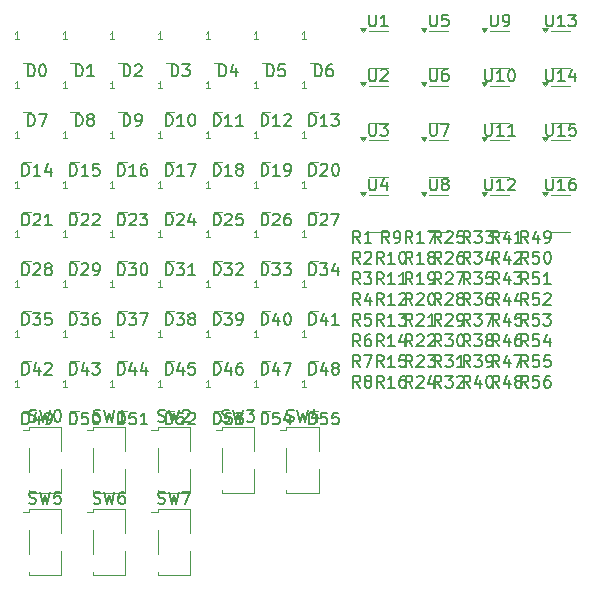
<source format=gbr>
%TF.GenerationSoftware,KiCad,Pcbnew,8.0.7*%
%TF.CreationDate,2025-01-04T02:12:22-08:00*%
%TF.ProjectId,PCB,5043422e-6b69-4636-9164-5f7063625858,rev?*%
%TF.SameCoordinates,Original*%
%TF.FileFunction,Legend,Top*%
%TF.FilePolarity,Positive*%
%FSLAX46Y46*%
G04 Gerber Fmt 4.6, Leading zero omitted, Abs format (unit mm)*
G04 Created by KiCad (PCBNEW 8.0.7) date 2025-01-04 02:12:22*
%MOMM*%
%LPD*%
G01*
G04 APERTURE LIST*
%ADD10C,0.150000*%
%ADD11C,0.100000*%
%ADD12C,0.120000*%
G04 APERTURE END LIST*
D10*
X26200714Y-46934819D02*
X26200714Y-45934819D01*
X26200714Y-45934819D02*
X26438809Y-45934819D01*
X26438809Y-45934819D02*
X26581666Y-45982438D01*
X26581666Y-45982438D02*
X26676904Y-46077676D01*
X26676904Y-46077676D02*
X26724523Y-46172914D01*
X26724523Y-46172914D02*
X26772142Y-46363390D01*
X26772142Y-46363390D02*
X26772142Y-46506247D01*
X26772142Y-46506247D02*
X26724523Y-46696723D01*
X26724523Y-46696723D02*
X26676904Y-46791961D01*
X26676904Y-46791961D02*
X26581666Y-46887200D01*
X26581666Y-46887200D02*
X26438809Y-46934819D01*
X26438809Y-46934819D02*
X26200714Y-46934819D01*
X27629285Y-46268152D02*
X27629285Y-46934819D01*
X27391190Y-45887200D02*
X27153095Y-46601485D01*
X27153095Y-46601485D02*
X27772142Y-46601485D01*
X28057857Y-45934819D02*
X28676904Y-45934819D01*
X28676904Y-45934819D02*
X28343571Y-46315771D01*
X28343571Y-46315771D02*
X28486428Y-46315771D01*
X28486428Y-46315771D02*
X28581666Y-46363390D01*
X28581666Y-46363390D02*
X28629285Y-46411009D01*
X28629285Y-46411009D02*
X28676904Y-46506247D01*
X28676904Y-46506247D02*
X28676904Y-46744342D01*
X28676904Y-46744342D02*
X28629285Y-46839580D01*
X28629285Y-46839580D02*
X28581666Y-46887200D01*
X28581666Y-46887200D02*
X28486428Y-46934819D01*
X28486428Y-46934819D02*
X28200714Y-46934819D01*
X28200714Y-46934819D02*
X28105476Y-46887200D01*
X28105476Y-46887200D02*
X28057857Y-46839580D01*
D11*
X25886428Y-43742371D02*
X25543571Y-43742371D01*
X25715000Y-43742371D02*
X25715000Y-43142371D01*
X25715000Y-43142371D02*
X25657857Y-43228085D01*
X25657857Y-43228085D02*
X25600714Y-43285228D01*
X25600714Y-43285228D02*
X25543571Y-43313800D01*
D10*
X51503095Y-16459819D02*
X51503095Y-17269342D01*
X51503095Y-17269342D02*
X51550714Y-17364580D01*
X51550714Y-17364580D02*
X51598333Y-17412200D01*
X51598333Y-17412200D02*
X51693571Y-17459819D01*
X51693571Y-17459819D02*
X51884047Y-17459819D01*
X51884047Y-17459819D02*
X51979285Y-17412200D01*
X51979285Y-17412200D02*
X52026904Y-17364580D01*
X52026904Y-17364580D02*
X52074523Y-17269342D01*
X52074523Y-17269342D02*
X52074523Y-16459819D01*
X53074523Y-17459819D02*
X52503095Y-17459819D01*
X52788809Y-17459819D02*
X52788809Y-16459819D01*
X52788809Y-16459819D02*
X52693571Y-16602676D01*
X52693571Y-16602676D02*
X52598333Y-16697914D01*
X52598333Y-16697914D02*
X52503095Y-16745533D01*
X53198333Y-35784819D02*
X52865000Y-35308628D01*
X52626905Y-35784819D02*
X52626905Y-34784819D01*
X52626905Y-34784819D02*
X53007857Y-34784819D01*
X53007857Y-34784819D02*
X53103095Y-34832438D01*
X53103095Y-34832438D02*
X53150714Y-34880057D01*
X53150714Y-34880057D02*
X53198333Y-34975295D01*
X53198333Y-34975295D02*
X53198333Y-35118152D01*
X53198333Y-35118152D02*
X53150714Y-35213390D01*
X53150714Y-35213390D02*
X53103095Y-35261009D01*
X53103095Y-35261009D02*
X53007857Y-35308628D01*
X53007857Y-35308628D02*
X52626905Y-35308628D01*
X53674524Y-35784819D02*
X53865000Y-35784819D01*
X53865000Y-35784819D02*
X53960238Y-35737200D01*
X53960238Y-35737200D02*
X54007857Y-35689580D01*
X54007857Y-35689580D02*
X54103095Y-35546723D01*
X54103095Y-35546723D02*
X54150714Y-35356247D01*
X54150714Y-35356247D02*
X54150714Y-34975295D01*
X54150714Y-34975295D02*
X54103095Y-34880057D01*
X54103095Y-34880057D02*
X54055476Y-34832438D01*
X54055476Y-34832438D02*
X53960238Y-34784819D01*
X53960238Y-34784819D02*
X53769762Y-34784819D01*
X53769762Y-34784819D02*
X53674524Y-34832438D01*
X53674524Y-34832438D02*
X53626905Y-34880057D01*
X53626905Y-34880057D02*
X53579286Y-34975295D01*
X53579286Y-34975295D02*
X53579286Y-35213390D01*
X53579286Y-35213390D02*
X53626905Y-35308628D01*
X53626905Y-35308628D02*
X53674524Y-35356247D01*
X53674524Y-35356247D02*
X53769762Y-35403866D01*
X53769762Y-35403866D02*
X53960238Y-35403866D01*
X53960238Y-35403866D02*
X54055476Y-35356247D01*
X54055476Y-35356247D02*
X54103095Y-35308628D01*
X54103095Y-35308628D02*
X54150714Y-35213390D01*
X60072142Y-39284819D02*
X59738809Y-38808628D01*
X59500714Y-39284819D02*
X59500714Y-38284819D01*
X59500714Y-38284819D02*
X59881666Y-38284819D01*
X59881666Y-38284819D02*
X59976904Y-38332438D01*
X59976904Y-38332438D02*
X60024523Y-38380057D01*
X60024523Y-38380057D02*
X60072142Y-38475295D01*
X60072142Y-38475295D02*
X60072142Y-38618152D01*
X60072142Y-38618152D02*
X60024523Y-38713390D01*
X60024523Y-38713390D02*
X59976904Y-38761009D01*
X59976904Y-38761009D02*
X59881666Y-38808628D01*
X59881666Y-38808628D02*
X59500714Y-38808628D01*
X60405476Y-38284819D02*
X61024523Y-38284819D01*
X61024523Y-38284819D02*
X60691190Y-38665771D01*
X60691190Y-38665771D02*
X60834047Y-38665771D01*
X60834047Y-38665771D02*
X60929285Y-38713390D01*
X60929285Y-38713390D02*
X60976904Y-38761009D01*
X60976904Y-38761009D02*
X61024523Y-38856247D01*
X61024523Y-38856247D02*
X61024523Y-39094342D01*
X61024523Y-39094342D02*
X60976904Y-39189580D01*
X60976904Y-39189580D02*
X60929285Y-39237200D01*
X60929285Y-39237200D02*
X60834047Y-39284819D01*
X60834047Y-39284819D02*
X60548333Y-39284819D01*
X60548333Y-39284819D02*
X60453095Y-39237200D01*
X60453095Y-39237200D02*
X60405476Y-39189580D01*
X61929285Y-38284819D02*
X61453095Y-38284819D01*
X61453095Y-38284819D02*
X61405476Y-38761009D01*
X61405476Y-38761009D02*
X61453095Y-38713390D01*
X61453095Y-38713390D02*
X61548333Y-38665771D01*
X61548333Y-38665771D02*
X61786428Y-38665771D01*
X61786428Y-38665771D02*
X61881666Y-38713390D01*
X61881666Y-38713390D02*
X61929285Y-38761009D01*
X61929285Y-38761009D02*
X61976904Y-38856247D01*
X61976904Y-38856247D02*
X61976904Y-39094342D01*
X61976904Y-39094342D02*
X61929285Y-39189580D01*
X61929285Y-39189580D02*
X61881666Y-39237200D01*
X61881666Y-39237200D02*
X61786428Y-39284819D01*
X61786428Y-39284819D02*
X61548333Y-39284819D01*
X61548333Y-39284819D02*
X61453095Y-39237200D01*
X61453095Y-39237200D02*
X61405476Y-39189580D01*
X56653095Y-25709819D02*
X56653095Y-26519342D01*
X56653095Y-26519342D02*
X56700714Y-26614580D01*
X56700714Y-26614580D02*
X56748333Y-26662200D01*
X56748333Y-26662200D02*
X56843571Y-26709819D01*
X56843571Y-26709819D02*
X57034047Y-26709819D01*
X57034047Y-26709819D02*
X57129285Y-26662200D01*
X57129285Y-26662200D02*
X57176904Y-26614580D01*
X57176904Y-26614580D02*
X57224523Y-26519342D01*
X57224523Y-26519342D02*
X57224523Y-25709819D01*
X57605476Y-25709819D02*
X58272142Y-25709819D01*
X58272142Y-25709819D02*
X57843571Y-26709819D01*
X34300714Y-25884819D02*
X34300714Y-24884819D01*
X34300714Y-24884819D02*
X34538809Y-24884819D01*
X34538809Y-24884819D02*
X34681666Y-24932438D01*
X34681666Y-24932438D02*
X34776904Y-25027676D01*
X34776904Y-25027676D02*
X34824523Y-25122914D01*
X34824523Y-25122914D02*
X34872142Y-25313390D01*
X34872142Y-25313390D02*
X34872142Y-25456247D01*
X34872142Y-25456247D02*
X34824523Y-25646723D01*
X34824523Y-25646723D02*
X34776904Y-25741961D01*
X34776904Y-25741961D02*
X34681666Y-25837200D01*
X34681666Y-25837200D02*
X34538809Y-25884819D01*
X34538809Y-25884819D02*
X34300714Y-25884819D01*
X35824523Y-25884819D02*
X35253095Y-25884819D01*
X35538809Y-25884819D02*
X35538809Y-24884819D01*
X35538809Y-24884819D02*
X35443571Y-25027676D01*
X35443571Y-25027676D02*
X35348333Y-25122914D01*
X35348333Y-25122914D02*
X35253095Y-25170533D01*
X36443571Y-24884819D02*
X36538809Y-24884819D01*
X36538809Y-24884819D02*
X36634047Y-24932438D01*
X36634047Y-24932438D02*
X36681666Y-24980057D01*
X36681666Y-24980057D02*
X36729285Y-25075295D01*
X36729285Y-25075295D02*
X36776904Y-25265771D01*
X36776904Y-25265771D02*
X36776904Y-25503866D01*
X36776904Y-25503866D02*
X36729285Y-25694342D01*
X36729285Y-25694342D02*
X36681666Y-25789580D01*
X36681666Y-25789580D02*
X36634047Y-25837200D01*
X36634047Y-25837200D02*
X36538809Y-25884819D01*
X36538809Y-25884819D02*
X36443571Y-25884819D01*
X36443571Y-25884819D02*
X36348333Y-25837200D01*
X36348333Y-25837200D02*
X36300714Y-25789580D01*
X36300714Y-25789580D02*
X36253095Y-25694342D01*
X36253095Y-25694342D02*
X36205476Y-25503866D01*
X36205476Y-25503866D02*
X36205476Y-25265771D01*
X36205476Y-25265771D02*
X36253095Y-25075295D01*
X36253095Y-25075295D02*
X36300714Y-24980057D01*
X36300714Y-24980057D02*
X36348333Y-24932438D01*
X36348333Y-24932438D02*
X36443571Y-24884819D01*
D11*
X33986428Y-22692371D02*
X33643571Y-22692371D01*
X33815000Y-22692371D02*
X33815000Y-22092371D01*
X33815000Y-22092371D02*
X33757857Y-22178085D01*
X33757857Y-22178085D02*
X33700714Y-22235228D01*
X33700714Y-22235228D02*
X33643571Y-22263800D01*
D10*
X62522142Y-44534819D02*
X62188809Y-44058628D01*
X61950714Y-44534819D02*
X61950714Y-43534819D01*
X61950714Y-43534819D02*
X62331666Y-43534819D01*
X62331666Y-43534819D02*
X62426904Y-43582438D01*
X62426904Y-43582438D02*
X62474523Y-43630057D01*
X62474523Y-43630057D02*
X62522142Y-43725295D01*
X62522142Y-43725295D02*
X62522142Y-43868152D01*
X62522142Y-43868152D02*
X62474523Y-43963390D01*
X62474523Y-43963390D02*
X62426904Y-44011009D01*
X62426904Y-44011009D02*
X62331666Y-44058628D01*
X62331666Y-44058628D02*
X61950714Y-44058628D01*
X63379285Y-43868152D02*
X63379285Y-44534819D01*
X63141190Y-43487200D02*
X62903095Y-44201485D01*
X62903095Y-44201485D02*
X63522142Y-44201485D01*
X64331666Y-43534819D02*
X64141190Y-43534819D01*
X64141190Y-43534819D02*
X64045952Y-43582438D01*
X64045952Y-43582438D02*
X63998333Y-43630057D01*
X63998333Y-43630057D02*
X63903095Y-43772914D01*
X63903095Y-43772914D02*
X63855476Y-43963390D01*
X63855476Y-43963390D02*
X63855476Y-44344342D01*
X63855476Y-44344342D02*
X63903095Y-44439580D01*
X63903095Y-44439580D02*
X63950714Y-44487200D01*
X63950714Y-44487200D02*
X64045952Y-44534819D01*
X64045952Y-44534819D02*
X64236428Y-44534819D01*
X64236428Y-44534819D02*
X64331666Y-44487200D01*
X64331666Y-44487200D02*
X64379285Y-44439580D01*
X64379285Y-44439580D02*
X64426904Y-44344342D01*
X64426904Y-44344342D02*
X64426904Y-44106247D01*
X64426904Y-44106247D02*
X64379285Y-44011009D01*
X64379285Y-44011009D02*
X64331666Y-43963390D01*
X64331666Y-43963390D02*
X64236428Y-43915771D01*
X64236428Y-43915771D02*
X64045952Y-43915771D01*
X64045952Y-43915771D02*
X63950714Y-43963390D01*
X63950714Y-43963390D02*
X63903095Y-44011009D01*
X63903095Y-44011009D02*
X63855476Y-44106247D01*
X22150714Y-34304819D02*
X22150714Y-33304819D01*
X22150714Y-33304819D02*
X22388809Y-33304819D01*
X22388809Y-33304819D02*
X22531666Y-33352438D01*
X22531666Y-33352438D02*
X22626904Y-33447676D01*
X22626904Y-33447676D02*
X22674523Y-33542914D01*
X22674523Y-33542914D02*
X22722142Y-33733390D01*
X22722142Y-33733390D02*
X22722142Y-33876247D01*
X22722142Y-33876247D02*
X22674523Y-34066723D01*
X22674523Y-34066723D02*
X22626904Y-34161961D01*
X22626904Y-34161961D02*
X22531666Y-34257200D01*
X22531666Y-34257200D02*
X22388809Y-34304819D01*
X22388809Y-34304819D02*
X22150714Y-34304819D01*
X23103095Y-33400057D02*
X23150714Y-33352438D01*
X23150714Y-33352438D02*
X23245952Y-33304819D01*
X23245952Y-33304819D02*
X23484047Y-33304819D01*
X23484047Y-33304819D02*
X23579285Y-33352438D01*
X23579285Y-33352438D02*
X23626904Y-33400057D01*
X23626904Y-33400057D02*
X23674523Y-33495295D01*
X23674523Y-33495295D02*
X23674523Y-33590533D01*
X23674523Y-33590533D02*
X23626904Y-33733390D01*
X23626904Y-33733390D02*
X23055476Y-34304819D01*
X23055476Y-34304819D02*
X23674523Y-34304819D01*
X24626904Y-34304819D02*
X24055476Y-34304819D01*
X24341190Y-34304819D02*
X24341190Y-33304819D01*
X24341190Y-33304819D02*
X24245952Y-33447676D01*
X24245952Y-33447676D02*
X24150714Y-33542914D01*
X24150714Y-33542914D02*
X24055476Y-33590533D01*
D11*
X21836428Y-31112371D02*
X21493571Y-31112371D01*
X21665000Y-31112371D02*
X21665000Y-30512371D01*
X21665000Y-30512371D02*
X21607857Y-30598085D01*
X21607857Y-30598085D02*
X21550714Y-30655228D01*
X21550714Y-30655228D02*
X21493571Y-30683800D01*
D10*
X42400714Y-38514819D02*
X42400714Y-37514819D01*
X42400714Y-37514819D02*
X42638809Y-37514819D01*
X42638809Y-37514819D02*
X42781666Y-37562438D01*
X42781666Y-37562438D02*
X42876904Y-37657676D01*
X42876904Y-37657676D02*
X42924523Y-37752914D01*
X42924523Y-37752914D02*
X42972142Y-37943390D01*
X42972142Y-37943390D02*
X42972142Y-38086247D01*
X42972142Y-38086247D02*
X42924523Y-38276723D01*
X42924523Y-38276723D02*
X42876904Y-38371961D01*
X42876904Y-38371961D02*
X42781666Y-38467200D01*
X42781666Y-38467200D02*
X42638809Y-38514819D01*
X42638809Y-38514819D02*
X42400714Y-38514819D01*
X43305476Y-37514819D02*
X43924523Y-37514819D01*
X43924523Y-37514819D02*
X43591190Y-37895771D01*
X43591190Y-37895771D02*
X43734047Y-37895771D01*
X43734047Y-37895771D02*
X43829285Y-37943390D01*
X43829285Y-37943390D02*
X43876904Y-37991009D01*
X43876904Y-37991009D02*
X43924523Y-38086247D01*
X43924523Y-38086247D02*
X43924523Y-38324342D01*
X43924523Y-38324342D02*
X43876904Y-38419580D01*
X43876904Y-38419580D02*
X43829285Y-38467200D01*
X43829285Y-38467200D02*
X43734047Y-38514819D01*
X43734047Y-38514819D02*
X43448333Y-38514819D01*
X43448333Y-38514819D02*
X43353095Y-38467200D01*
X43353095Y-38467200D02*
X43305476Y-38419580D01*
X44257857Y-37514819D02*
X44876904Y-37514819D01*
X44876904Y-37514819D02*
X44543571Y-37895771D01*
X44543571Y-37895771D02*
X44686428Y-37895771D01*
X44686428Y-37895771D02*
X44781666Y-37943390D01*
X44781666Y-37943390D02*
X44829285Y-37991009D01*
X44829285Y-37991009D02*
X44876904Y-38086247D01*
X44876904Y-38086247D02*
X44876904Y-38324342D01*
X44876904Y-38324342D02*
X44829285Y-38419580D01*
X44829285Y-38419580D02*
X44781666Y-38467200D01*
X44781666Y-38467200D02*
X44686428Y-38514819D01*
X44686428Y-38514819D02*
X44400714Y-38514819D01*
X44400714Y-38514819D02*
X44305476Y-38467200D01*
X44305476Y-38467200D02*
X44257857Y-38419580D01*
D11*
X42086428Y-35322371D02*
X41743571Y-35322371D01*
X41915000Y-35322371D02*
X41915000Y-34722371D01*
X41915000Y-34722371D02*
X41857857Y-34808085D01*
X41857857Y-34808085D02*
X41800714Y-34865228D01*
X41800714Y-34865228D02*
X41743571Y-34893800D01*
D10*
X38826905Y-21674819D02*
X38826905Y-20674819D01*
X38826905Y-20674819D02*
X39065000Y-20674819D01*
X39065000Y-20674819D02*
X39207857Y-20722438D01*
X39207857Y-20722438D02*
X39303095Y-20817676D01*
X39303095Y-20817676D02*
X39350714Y-20912914D01*
X39350714Y-20912914D02*
X39398333Y-21103390D01*
X39398333Y-21103390D02*
X39398333Y-21246247D01*
X39398333Y-21246247D02*
X39350714Y-21436723D01*
X39350714Y-21436723D02*
X39303095Y-21531961D01*
X39303095Y-21531961D02*
X39207857Y-21627200D01*
X39207857Y-21627200D02*
X39065000Y-21674819D01*
X39065000Y-21674819D02*
X38826905Y-21674819D01*
X40255476Y-21008152D02*
X40255476Y-21674819D01*
X40017381Y-20627200D02*
X39779286Y-21341485D01*
X39779286Y-21341485D02*
X40398333Y-21341485D01*
D11*
X38036428Y-18482371D02*
X37693571Y-18482371D01*
X37865000Y-18482371D02*
X37865000Y-17882371D01*
X37865000Y-17882371D02*
X37807857Y-17968085D01*
X37807857Y-17968085D02*
X37750714Y-18025228D01*
X37750714Y-18025228D02*
X37693571Y-18053800D01*
D10*
X42400714Y-42724819D02*
X42400714Y-41724819D01*
X42400714Y-41724819D02*
X42638809Y-41724819D01*
X42638809Y-41724819D02*
X42781666Y-41772438D01*
X42781666Y-41772438D02*
X42876904Y-41867676D01*
X42876904Y-41867676D02*
X42924523Y-41962914D01*
X42924523Y-41962914D02*
X42972142Y-42153390D01*
X42972142Y-42153390D02*
X42972142Y-42296247D01*
X42972142Y-42296247D02*
X42924523Y-42486723D01*
X42924523Y-42486723D02*
X42876904Y-42581961D01*
X42876904Y-42581961D02*
X42781666Y-42677200D01*
X42781666Y-42677200D02*
X42638809Y-42724819D01*
X42638809Y-42724819D02*
X42400714Y-42724819D01*
X43829285Y-42058152D02*
X43829285Y-42724819D01*
X43591190Y-41677200D02*
X43353095Y-42391485D01*
X43353095Y-42391485D02*
X43972142Y-42391485D01*
X44543571Y-41724819D02*
X44638809Y-41724819D01*
X44638809Y-41724819D02*
X44734047Y-41772438D01*
X44734047Y-41772438D02*
X44781666Y-41820057D01*
X44781666Y-41820057D02*
X44829285Y-41915295D01*
X44829285Y-41915295D02*
X44876904Y-42105771D01*
X44876904Y-42105771D02*
X44876904Y-42343866D01*
X44876904Y-42343866D02*
X44829285Y-42534342D01*
X44829285Y-42534342D02*
X44781666Y-42629580D01*
X44781666Y-42629580D02*
X44734047Y-42677200D01*
X44734047Y-42677200D02*
X44638809Y-42724819D01*
X44638809Y-42724819D02*
X44543571Y-42724819D01*
X44543571Y-42724819D02*
X44448333Y-42677200D01*
X44448333Y-42677200D02*
X44400714Y-42629580D01*
X44400714Y-42629580D02*
X44353095Y-42534342D01*
X44353095Y-42534342D02*
X44305476Y-42343866D01*
X44305476Y-42343866D02*
X44305476Y-42105771D01*
X44305476Y-42105771D02*
X44353095Y-41915295D01*
X44353095Y-41915295D02*
X44400714Y-41820057D01*
X44400714Y-41820057D02*
X44448333Y-41772438D01*
X44448333Y-41772438D02*
X44543571Y-41724819D01*
D11*
X42086428Y-39532371D02*
X41743571Y-39532371D01*
X41915000Y-39532371D02*
X41915000Y-38932371D01*
X41915000Y-38932371D02*
X41857857Y-39018085D01*
X41857857Y-39018085D02*
X41800714Y-39075228D01*
X41800714Y-39075228D02*
X41743571Y-39103800D01*
D10*
X30250714Y-46934819D02*
X30250714Y-45934819D01*
X30250714Y-45934819D02*
X30488809Y-45934819D01*
X30488809Y-45934819D02*
X30631666Y-45982438D01*
X30631666Y-45982438D02*
X30726904Y-46077676D01*
X30726904Y-46077676D02*
X30774523Y-46172914D01*
X30774523Y-46172914D02*
X30822142Y-46363390D01*
X30822142Y-46363390D02*
X30822142Y-46506247D01*
X30822142Y-46506247D02*
X30774523Y-46696723D01*
X30774523Y-46696723D02*
X30726904Y-46791961D01*
X30726904Y-46791961D02*
X30631666Y-46887200D01*
X30631666Y-46887200D02*
X30488809Y-46934819D01*
X30488809Y-46934819D02*
X30250714Y-46934819D01*
X31679285Y-46268152D02*
X31679285Y-46934819D01*
X31441190Y-45887200D02*
X31203095Y-46601485D01*
X31203095Y-46601485D02*
X31822142Y-46601485D01*
X32631666Y-46268152D02*
X32631666Y-46934819D01*
X32393571Y-45887200D02*
X32155476Y-46601485D01*
X32155476Y-46601485D02*
X32774523Y-46601485D01*
D11*
X29936428Y-43742371D02*
X29593571Y-43742371D01*
X29765000Y-43742371D02*
X29765000Y-43142371D01*
X29765000Y-43142371D02*
X29707857Y-43228085D01*
X29707857Y-43228085D02*
X29650714Y-43285228D01*
X29650714Y-43285228D02*
X29593571Y-43313800D01*
D10*
X22731667Y-50867200D02*
X22874524Y-50914819D01*
X22874524Y-50914819D02*
X23112619Y-50914819D01*
X23112619Y-50914819D02*
X23207857Y-50867200D01*
X23207857Y-50867200D02*
X23255476Y-50819580D01*
X23255476Y-50819580D02*
X23303095Y-50724342D01*
X23303095Y-50724342D02*
X23303095Y-50629104D01*
X23303095Y-50629104D02*
X23255476Y-50533866D01*
X23255476Y-50533866D02*
X23207857Y-50486247D01*
X23207857Y-50486247D02*
X23112619Y-50438628D01*
X23112619Y-50438628D02*
X22922143Y-50391009D01*
X22922143Y-50391009D02*
X22826905Y-50343390D01*
X22826905Y-50343390D02*
X22779286Y-50295771D01*
X22779286Y-50295771D02*
X22731667Y-50200533D01*
X22731667Y-50200533D02*
X22731667Y-50105295D01*
X22731667Y-50105295D02*
X22779286Y-50010057D01*
X22779286Y-50010057D02*
X22826905Y-49962438D01*
X22826905Y-49962438D02*
X22922143Y-49914819D01*
X22922143Y-49914819D02*
X23160238Y-49914819D01*
X23160238Y-49914819D02*
X23303095Y-49962438D01*
X23636429Y-49914819D02*
X23874524Y-50914819D01*
X23874524Y-50914819D02*
X24065000Y-50200533D01*
X24065000Y-50200533D02*
X24255476Y-50914819D01*
X24255476Y-50914819D02*
X24493572Y-49914819D01*
X25065000Y-49914819D02*
X25160238Y-49914819D01*
X25160238Y-49914819D02*
X25255476Y-49962438D01*
X25255476Y-49962438D02*
X25303095Y-50010057D01*
X25303095Y-50010057D02*
X25350714Y-50105295D01*
X25350714Y-50105295D02*
X25398333Y-50295771D01*
X25398333Y-50295771D02*
X25398333Y-50533866D01*
X25398333Y-50533866D02*
X25350714Y-50724342D01*
X25350714Y-50724342D02*
X25303095Y-50819580D01*
X25303095Y-50819580D02*
X25255476Y-50867200D01*
X25255476Y-50867200D02*
X25160238Y-50914819D01*
X25160238Y-50914819D02*
X25065000Y-50914819D01*
X25065000Y-50914819D02*
X24969762Y-50867200D01*
X24969762Y-50867200D02*
X24922143Y-50819580D01*
X24922143Y-50819580D02*
X24874524Y-50724342D01*
X24874524Y-50724342D02*
X24826905Y-50533866D01*
X24826905Y-50533866D02*
X24826905Y-50295771D01*
X24826905Y-50295771D02*
X24874524Y-50105295D01*
X24874524Y-50105295D02*
X24922143Y-50010057D01*
X24922143Y-50010057D02*
X24969762Y-49962438D01*
X24969762Y-49962438D02*
X25065000Y-49914819D01*
X52722142Y-46284819D02*
X52388809Y-45808628D01*
X52150714Y-46284819D02*
X52150714Y-45284819D01*
X52150714Y-45284819D02*
X52531666Y-45284819D01*
X52531666Y-45284819D02*
X52626904Y-45332438D01*
X52626904Y-45332438D02*
X52674523Y-45380057D01*
X52674523Y-45380057D02*
X52722142Y-45475295D01*
X52722142Y-45475295D02*
X52722142Y-45618152D01*
X52722142Y-45618152D02*
X52674523Y-45713390D01*
X52674523Y-45713390D02*
X52626904Y-45761009D01*
X52626904Y-45761009D02*
X52531666Y-45808628D01*
X52531666Y-45808628D02*
X52150714Y-45808628D01*
X53674523Y-46284819D02*
X53103095Y-46284819D01*
X53388809Y-46284819D02*
X53388809Y-45284819D01*
X53388809Y-45284819D02*
X53293571Y-45427676D01*
X53293571Y-45427676D02*
X53198333Y-45522914D01*
X53198333Y-45522914D02*
X53103095Y-45570533D01*
X54579285Y-45284819D02*
X54103095Y-45284819D01*
X54103095Y-45284819D02*
X54055476Y-45761009D01*
X54055476Y-45761009D02*
X54103095Y-45713390D01*
X54103095Y-45713390D02*
X54198333Y-45665771D01*
X54198333Y-45665771D02*
X54436428Y-45665771D01*
X54436428Y-45665771D02*
X54531666Y-45713390D01*
X54531666Y-45713390D02*
X54579285Y-45761009D01*
X54579285Y-45761009D02*
X54626904Y-45856247D01*
X54626904Y-45856247D02*
X54626904Y-46094342D01*
X54626904Y-46094342D02*
X54579285Y-46189580D01*
X54579285Y-46189580D02*
X54531666Y-46237200D01*
X54531666Y-46237200D02*
X54436428Y-46284819D01*
X54436428Y-46284819D02*
X54198333Y-46284819D01*
X54198333Y-46284819D02*
X54103095Y-46237200D01*
X54103095Y-46237200D02*
X54055476Y-46189580D01*
X30250714Y-34304819D02*
X30250714Y-33304819D01*
X30250714Y-33304819D02*
X30488809Y-33304819D01*
X30488809Y-33304819D02*
X30631666Y-33352438D01*
X30631666Y-33352438D02*
X30726904Y-33447676D01*
X30726904Y-33447676D02*
X30774523Y-33542914D01*
X30774523Y-33542914D02*
X30822142Y-33733390D01*
X30822142Y-33733390D02*
X30822142Y-33876247D01*
X30822142Y-33876247D02*
X30774523Y-34066723D01*
X30774523Y-34066723D02*
X30726904Y-34161961D01*
X30726904Y-34161961D02*
X30631666Y-34257200D01*
X30631666Y-34257200D02*
X30488809Y-34304819D01*
X30488809Y-34304819D02*
X30250714Y-34304819D01*
X31203095Y-33400057D02*
X31250714Y-33352438D01*
X31250714Y-33352438D02*
X31345952Y-33304819D01*
X31345952Y-33304819D02*
X31584047Y-33304819D01*
X31584047Y-33304819D02*
X31679285Y-33352438D01*
X31679285Y-33352438D02*
X31726904Y-33400057D01*
X31726904Y-33400057D02*
X31774523Y-33495295D01*
X31774523Y-33495295D02*
X31774523Y-33590533D01*
X31774523Y-33590533D02*
X31726904Y-33733390D01*
X31726904Y-33733390D02*
X31155476Y-34304819D01*
X31155476Y-34304819D02*
X31774523Y-34304819D01*
X32107857Y-33304819D02*
X32726904Y-33304819D01*
X32726904Y-33304819D02*
X32393571Y-33685771D01*
X32393571Y-33685771D02*
X32536428Y-33685771D01*
X32536428Y-33685771D02*
X32631666Y-33733390D01*
X32631666Y-33733390D02*
X32679285Y-33781009D01*
X32679285Y-33781009D02*
X32726904Y-33876247D01*
X32726904Y-33876247D02*
X32726904Y-34114342D01*
X32726904Y-34114342D02*
X32679285Y-34209580D01*
X32679285Y-34209580D02*
X32631666Y-34257200D01*
X32631666Y-34257200D02*
X32536428Y-34304819D01*
X32536428Y-34304819D02*
X32250714Y-34304819D01*
X32250714Y-34304819D02*
X32155476Y-34257200D01*
X32155476Y-34257200D02*
X32107857Y-34209580D01*
D11*
X29936428Y-31112371D02*
X29593571Y-31112371D01*
X29765000Y-31112371D02*
X29765000Y-30512371D01*
X29765000Y-30512371D02*
X29707857Y-30598085D01*
X29707857Y-30598085D02*
X29650714Y-30655228D01*
X29650714Y-30655228D02*
X29593571Y-30683800D01*
D10*
X50748333Y-44534819D02*
X50415000Y-44058628D01*
X50176905Y-44534819D02*
X50176905Y-43534819D01*
X50176905Y-43534819D02*
X50557857Y-43534819D01*
X50557857Y-43534819D02*
X50653095Y-43582438D01*
X50653095Y-43582438D02*
X50700714Y-43630057D01*
X50700714Y-43630057D02*
X50748333Y-43725295D01*
X50748333Y-43725295D02*
X50748333Y-43868152D01*
X50748333Y-43868152D02*
X50700714Y-43963390D01*
X50700714Y-43963390D02*
X50653095Y-44011009D01*
X50653095Y-44011009D02*
X50557857Y-44058628D01*
X50557857Y-44058628D02*
X50176905Y-44058628D01*
X51605476Y-43534819D02*
X51415000Y-43534819D01*
X51415000Y-43534819D02*
X51319762Y-43582438D01*
X51319762Y-43582438D02*
X51272143Y-43630057D01*
X51272143Y-43630057D02*
X51176905Y-43772914D01*
X51176905Y-43772914D02*
X51129286Y-43963390D01*
X51129286Y-43963390D02*
X51129286Y-44344342D01*
X51129286Y-44344342D02*
X51176905Y-44439580D01*
X51176905Y-44439580D02*
X51224524Y-44487200D01*
X51224524Y-44487200D02*
X51319762Y-44534819D01*
X51319762Y-44534819D02*
X51510238Y-44534819D01*
X51510238Y-44534819D02*
X51605476Y-44487200D01*
X51605476Y-44487200D02*
X51653095Y-44439580D01*
X51653095Y-44439580D02*
X51700714Y-44344342D01*
X51700714Y-44344342D02*
X51700714Y-44106247D01*
X51700714Y-44106247D02*
X51653095Y-44011009D01*
X51653095Y-44011009D02*
X51605476Y-43963390D01*
X51605476Y-43963390D02*
X51510238Y-43915771D01*
X51510238Y-43915771D02*
X51319762Y-43915771D01*
X51319762Y-43915771D02*
X51224524Y-43963390D01*
X51224524Y-43963390D02*
X51176905Y-44011009D01*
X51176905Y-44011009D02*
X51129286Y-44106247D01*
X61326905Y-30334819D02*
X61326905Y-31144342D01*
X61326905Y-31144342D02*
X61374524Y-31239580D01*
X61374524Y-31239580D02*
X61422143Y-31287200D01*
X61422143Y-31287200D02*
X61517381Y-31334819D01*
X61517381Y-31334819D02*
X61707857Y-31334819D01*
X61707857Y-31334819D02*
X61803095Y-31287200D01*
X61803095Y-31287200D02*
X61850714Y-31239580D01*
X61850714Y-31239580D02*
X61898333Y-31144342D01*
X61898333Y-31144342D02*
X61898333Y-30334819D01*
X62898333Y-31334819D02*
X62326905Y-31334819D01*
X62612619Y-31334819D02*
X62612619Y-30334819D01*
X62612619Y-30334819D02*
X62517381Y-30477676D01*
X62517381Y-30477676D02*
X62422143Y-30572914D01*
X62422143Y-30572914D02*
X62326905Y-30620533D01*
X63279286Y-30430057D02*
X63326905Y-30382438D01*
X63326905Y-30382438D02*
X63422143Y-30334819D01*
X63422143Y-30334819D02*
X63660238Y-30334819D01*
X63660238Y-30334819D02*
X63755476Y-30382438D01*
X63755476Y-30382438D02*
X63803095Y-30430057D01*
X63803095Y-30430057D02*
X63850714Y-30525295D01*
X63850714Y-30525295D02*
X63850714Y-30620533D01*
X63850714Y-30620533D02*
X63803095Y-30763390D01*
X63803095Y-30763390D02*
X63231667Y-31334819D01*
X63231667Y-31334819D02*
X63850714Y-31334819D01*
X55172142Y-35784819D02*
X54838809Y-35308628D01*
X54600714Y-35784819D02*
X54600714Y-34784819D01*
X54600714Y-34784819D02*
X54981666Y-34784819D01*
X54981666Y-34784819D02*
X55076904Y-34832438D01*
X55076904Y-34832438D02*
X55124523Y-34880057D01*
X55124523Y-34880057D02*
X55172142Y-34975295D01*
X55172142Y-34975295D02*
X55172142Y-35118152D01*
X55172142Y-35118152D02*
X55124523Y-35213390D01*
X55124523Y-35213390D02*
X55076904Y-35261009D01*
X55076904Y-35261009D02*
X54981666Y-35308628D01*
X54981666Y-35308628D02*
X54600714Y-35308628D01*
X56124523Y-35784819D02*
X55553095Y-35784819D01*
X55838809Y-35784819D02*
X55838809Y-34784819D01*
X55838809Y-34784819D02*
X55743571Y-34927676D01*
X55743571Y-34927676D02*
X55648333Y-35022914D01*
X55648333Y-35022914D02*
X55553095Y-35070533D01*
X56457857Y-34784819D02*
X57124523Y-34784819D01*
X57124523Y-34784819D02*
X56695952Y-35784819D01*
X26200714Y-51144819D02*
X26200714Y-50144819D01*
X26200714Y-50144819D02*
X26438809Y-50144819D01*
X26438809Y-50144819D02*
X26581666Y-50192438D01*
X26581666Y-50192438D02*
X26676904Y-50287676D01*
X26676904Y-50287676D02*
X26724523Y-50382914D01*
X26724523Y-50382914D02*
X26772142Y-50573390D01*
X26772142Y-50573390D02*
X26772142Y-50716247D01*
X26772142Y-50716247D02*
X26724523Y-50906723D01*
X26724523Y-50906723D02*
X26676904Y-51001961D01*
X26676904Y-51001961D02*
X26581666Y-51097200D01*
X26581666Y-51097200D02*
X26438809Y-51144819D01*
X26438809Y-51144819D02*
X26200714Y-51144819D01*
X27676904Y-50144819D02*
X27200714Y-50144819D01*
X27200714Y-50144819D02*
X27153095Y-50621009D01*
X27153095Y-50621009D02*
X27200714Y-50573390D01*
X27200714Y-50573390D02*
X27295952Y-50525771D01*
X27295952Y-50525771D02*
X27534047Y-50525771D01*
X27534047Y-50525771D02*
X27629285Y-50573390D01*
X27629285Y-50573390D02*
X27676904Y-50621009D01*
X27676904Y-50621009D02*
X27724523Y-50716247D01*
X27724523Y-50716247D02*
X27724523Y-50954342D01*
X27724523Y-50954342D02*
X27676904Y-51049580D01*
X27676904Y-51049580D02*
X27629285Y-51097200D01*
X27629285Y-51097200D02*
X27534047Y-51144819D01*
X27534047Y-51144819D02*
X27295952Y-51144819D01*
X27295952Y-51144819D02*
X27200714Y-51097200D01*
X27200714Y-51097200D02*
X27153095Y-51049580D01*
X28343571Y-50144819D02*
X28438809Y-50144819D01*
X28438809Y-50144819D02*
X28534047Y-50192438D01*
X28534047Y-50192438D02*
X28581666Y-50240057D01*
X28581666Y-50240057D02*
X28629285Y-50335295D01*
X28629285Y-50335295D02*
X28676904Y-50525771D01*
X28676904Y-50525771D02*
X28676904Y-50763866D01*
X28676904Y-50763866D02*
X28629285Y-50954342D01*
X28629285Y-50954342D02*
X28581666Y-51049580D01*
X28581666Y-51049580D02*
X28534047Y-51097200D01*
X28534047Y-51097200D02*
X28438809Y-51144819D01*
X28438809Y-51144819D02*
X28343571Y-51144819D01*
X28343571Y-51144819D02*
X28248333Y-51097200D01*
X28248333Y-51097200D02*
X28200714Y-51049580D01*
X28200714Y-51049580D02*
X28153095Y-50954342D01*
X28153095Y-50954342D02*
X28105476Y-50763866D01*
X28105476Y-50763866D02*
X28105476Y-50525771D01*
X28105476Y-50525771D02*
X28153095Y-50335295D01*
X28153095Y-50335295D02*
X28200714Y-50240057D01*
X28200714Y-50240057D02*
X28248333Y-50192438D01*
X28248333Y-50192438D02*
X28343571Y-50144819D01*
D11*
X25886428Y-47952371D02*
X25543571Y-47952371D01*
X25715000Y-47952371D02*
X25715000Y-47352371D01*
X25715000Y-47352371D02*
X25657857Y-47438085D01*
X25657857Y-47438085D02*
X25600714Y-47495228D01*
X25600714Y-47495228D02*
X25543571Y-47523800D01*
D10*
X56653095Y-16459819D02*
X56653095Y-17269342D01*
X56653095Y-17269342D02*
X56700714Y-17364580D01*
X56700714Y-17364580D02*
X56748333Y-17412200D01*
X56748333Y-17412200D02*
X56843571Y-17459819D01*
X56843571Y-17459819D02*
X57034047Y-17459819D01*
X57034047Y-17459819D02*
X57129285Y-17412200D01*
X57129285Y-17412200D02*
X57176904Y-17364580D01*
X57176904Y-17364580D02*
X57224523Y-17269342D01*
X57224523Y-17269342D02*
X57224523Y-16459819D01*
X58176904Y-16459819D02*
X57700714Y-16459819D01*
X57700714Y-16459819D02*
X57653095Y-16936009D01*
X57653095Y-16936009D02*
X57700714Y-16888390D01*
X57700714Y-16888390D02*
X57795952Y-16840771D01*
X57795952Y-16840771D02*
X58034047Y-16840771D01*
X58034047Y-16840771D02*
X58129285Y-16888390D01*
X58129285Y-16888390D02*
X58176904Y-16936009D01*
X58176904Y-16936009D02*
X58224523Y-17031247D01*
X58224523Y-17031247D02*
X58224523Y-17269342D01*
X58224523Y-17269342D02*
X58176904Y-17364580D01*
X58176904Y-17364580D02*
X58129285Y-17412200D01*
X58129285Y-17412200D02*
X58034047Y-17459819D01*
X58034047Y-17459819D02*
X57795952Y-17459819D01*
X57795952Y-17459819D02*
X57700714Y-17412200D01*
X57700714Y-17412200D02*
X57653095Y-17364580D01*
X38350714Y-51144819D02*
X38350714Y-50144819D01*
X38350714Y-50144819D02*
X38588809Y-50144819D01*
X38588809Y-50144819D02*
X38731666Y-50192438D01*
X38731666Y-50192438D02*
X38826904Y-50287676D01*
X38826904Y-50287676D02*
X38874523Y-50382914D01*
X38874523Y-50382914D02*
X38922142Y-50573390D01*
X38922142Y-50573390D02*
X38922142Y-50716247D01*
X38922142Y-50716247D02*
X38874523Y-50906723D01*
X38874523Y-50906723D02*
X38826904Y-51001961D01*
X38826904Y-51001961D02*
X38731666Y-51097200D01*
X38731666Y-51097200D02*
X38588809Y-51144819D01*
X38588809Y-51144819D02*
X38350714Y-51144819D01*
X39826904Y-50144819D02*
X39350714Y-50144819D01*
X39350714Y-50144819D02*
X39303095Y-50621009D01*
X39303095Y-50621009D02*
X39350714Y-50573390D01*
X39350714Y-50573390D02*
X39445952Y-50525771D01*
X39445952Y-50525771D02*
X39684047Y-50525771D01*
X39684047Y-50525771D02*
X39779285Y-50573390D01*
X39779285Y-50573390D02*
X39826904Y-50621009D01*
X39826904Y-50621009D02*
X39874523Y-50716247D01*
X39874523Y-50716247D02*
X39874523Y-50954342D01*
X39874523Y-50954342D02*
X39826904Y-51049580D01*
X39826904Y-51049580D02*
X39779285Y-51097200D01*
X39779285Y-51097200D02*
X39684047Y-51144819D01*
X39684047Y-51144819D02*
X39445952Y-51144819D01*
X39445952Y-51144819D02*
X39350714Y-51097200D01*
X39350714Y-51097200D02*
X39303095Y-51049580D01*
X40207857Y-50144819D02*
X40826904Y-50144819D01*
X40826904Y-50144819D02*
X40493571Y-50525771D01*
X40493571Y-50525771D02*
X40636428Y-50525771D01*
X40636428Y-50525771D02*
X40731666Y-50573390D01*
X40731666Y-50573390D02*
X40779285Y-50621009D01*
X40779285Y-50621009D02*
X40826904Y-50716247D01*
X40826904Y-50716247D02*
X40826904Y-50954342D01*
X40826904Y-50954342D02*
X40779285Y-51049580D01*
X40779285Y-51049580D02*
X40731666Y-51097200D01*
X40731666Y-51097200D02*
X40636428Y-51144819D01*
X40636428Y-51144819D02*
X40350714Y-51144819D01*
X40350714Y-51144819D02*
X40255476Y-51097200D01*
X40255476Y-51097200D02*
X40207857Y-51049580D01*
D11*
X38036428Y-47952371D02*
X37693571Y-47952371D01*
X37865000Y-47952371D02*
X37865000Y-47352371D01*
X37865000Y-47352371D02*
X37807857Y-47438085D01*
X37807857Y-47438085D02*
X37750714Y-47495228D01*
X37750714Y-47495228D02*
X37693571Y-47523800D01*
D10*
X33631667Y-57817200D02*
X33774524Y-57864819D01*
X33774524Y-57864819D02*
X34012619Y-57864819D01*
X34012619Y-57864819D02*
X34107857Y-57817200D01*
X34107857Y-57817200D02*
X34155476Y-57769580D01*
X34155476Y-57769580D02*
X34203095Y-57674342D01*
X34203095Y-57674342D02*
X34203095Y-57579104D01*
X34203095Y-57579104D02*
X34155476Y-57483866D01*
X34155476Y-57483866D02*
X34107857Y-57436247D01*
X34107857Y-57436247D02*
X34012619Y-57388628D01*
X34012619Y-57388628D02*
X33822143Y-57341009D01*
X33822143Y-57341009D02*
X33726905Y-57293390D01*
X33726905Y-57293390D02*
X33679286Y-57245771D01*
X33679286Y-57245771D02*
X33631667Y-57150533D01*
X33631667Y-57150533D02*
X33631667Y-57055295D01*
X33631667Y-57055295D02*
X33679286Y-56960057D01*
X33679286Y-56960057D02*
X33726905Y-56912438D01*
X33726905Y-56912438D02*
X33822143Y-56864819D01*
X33822143Y-56864819D02*
X34060238Y-56864819D01*
X34060238Y-56864819D02*
X34203095Y-56912438D01*
X34536429Y-56864819D02*
X34774524Y-57864819D01*
X34774524Y-57864819D02*
X34965000Y-57150533D01*
X34965000Y-57150533D02*
X35155476Y-57864819D01*
X35155476Y-57864819D02*
X35393572Y-56864819D01*
X35679286Y-56864819D02*
X36345952Y-56864819D01*
X36345952Y-56864819D02*
X35917381Y-57864819D01*
X64972142Y-46284819D02*
X64638809Y-45808628D01*
X64400714Y-46284819D02*
X64400714Y-45284819D01*
X64400714Y-45284819D02*
X64781666Y-45284819D01*
X64781666Y-45284819D02*
X64876904Y-45332438D01*
X64876904Y-45332438D02*
X64924523Y-45380057D01*
X64924523Y-45380057D02*
X64972142Y-45475295D01*
X64972142Y-45475295D02*
X64972142Y-45618152D01*
X64972142Y-45618152D02*
X64924523Y-45713390D01*
X64924523Y-45713390D02*
X64876904Y-45761009D01*
X64876904Y-45761009D02*
X64781666Y-45808628D01*
X64781666Y-45808628D02*
X64400714Y-45808628D01*
X65876904Y-45284819D02*
X65400714Y-45284819D01*
X65400714Y-45284819D02*
X65353095Y-45761009D01*
X65353095Y-45761009D02*
X65400714Y-45713390D01*
X65400714Y-45713390D02*
X65495952Y-45665771D01*
X65495952Y-45665771D02*
X65734047Y-45665771D01*
X65734047Y-45665771D02*
X65829285Y-45713390D01*
X65829285Y-45713390D02*
X65876904Y-45761009D01*
X65876904Y-45761009D02*
X65924523Y-45856247D01*
X65924523Y-45856247D02*
X65924523Y-46094342D01*
X65924523Y-46094342D02*
X65876904Y-46189580D01*
X65876904Y-46189580D02*
X65829285Y-46237200D01*
X65829285Y-46237200D02*
X65734047Y-46284819D01*
X65734047Y-46284819D02*
X65495952Y-46284819D01*
X65495952Y-46284819D02*
X65400714Y-46237200D01*
X65400714Y-46237200D02*
X65353095Y-46189580D01*
X66829285Y-45284819D02*
X66353095Y-45284819D01*
X66353095Y-45284819D02*
X66305476Y-45761009D01*
X66305476Y-45761009D02*
X66353095Y-45713390D01*
X66353095Y-45713390D02*
X66448333Y-45665771D01*
X66448333Y-45665771D02*
X66686428Y-45665771D01*
X66686428Y-45665771D02*
X66781666Y-45713390D01*
X66781666Y-45713390D02*
X66829285Y-45761009D01*
X66829285Y-45761009D02*
X66876904Y-45856247D01*
X66876904Y-45856247D02*
X66876904Y-46094342D01*
X66876904Y-46094342D02*
X66829285Y-46189580D01*
X66829285Y-46189580D02*
X66781666Y-46237200D01*
X66781666Y-46237200D02*
X66686428Y-46284819D01*
X66686428Y-46284819D02*
X66448333Y-46284819D01*
X66448333Y-46284819D02*
X66353095Y-46237200D01*
X66353095Y-46237200D02*
X66305476Y-46189580D01*
X22626905Y-25884819D02*
X22626905Y-24884819D01*
X22626905Y-24884819D02*
X22865000Y-24884819D01*
X22865000Y-24884819D02*
X23007857Y-24932438D01*
X23007857Y-24932438D02*
X23103095Y-25027676D01*
X23103095Y-25027676D02*
X23150714Y-25122914D01*
X23150714Y-25122914D02*
X23198333Y-25313390D01*
X23198333Y-25313390D02*
X23198333Y-25456247D01*
X23198333Y-25456247D02*
X23150714Y-25646723D01*
X23150714Y-25646723D02*
X23103095Y-25741961D01*
X23103095Y-25741961D02*
X23007857Y-25837200D01*
X23007857Y-25837200D02*
X22865000Y-25884819D01*
X22865000Y-25884819D02*
X22626905Y-25884819D01*
X23531667Y-24884819D02*
X24198333Y-24884819D01*
X24198333Y-24884819D02*
X23769762Y-25884819D01*
D11*
X21836428Y-22692371D02*
X21493571Y-22692371D01*
X21665000Y-22692371D02*
X21665000Y-22092371D01*
X21665000Y-22092371D02*
X21607857Y-22178085D01*
X21607857Y-22178085D02*
X21550714Y-22235228D01*
X21550714Y-22235228D02*
X21493571Y-22263800D01*
D10*
X50748333Y-37534819D02*
X50415000Y-37058628D01*
X50176905Y-37534819D02*
X50176905Y-36534819D01*
X50176905Y-36534819D02*
X50557857Y-36534819D01*
X50557857Y-36534819D02*
X50653095Y-36582438D01*
X50653095Y-36582438D02*
X50700714Y-36630057D01*
X50700714Y-36630057D02*
X50748333Y-36725295D01*
X50748333Y-36725295D02*
X50748333Y-36868152D01*
X50748333Y-36868152D02*
X50700714Y-36963390D01*
X50700714Y-36963390D02*
X50653095Y-37011009D01*
X50653095Y-37011009D02*
X50557857Y-37058628D01*
X50557857Y-37058628D02*
X50176905Y-37058628D01*
X51129286Y-36630057D02*
X51176905Y-36582438D01*
X51176905Y-36582438D02*
X51272143Y-36534819D01*
X51272143Y-36534819D02*
X51510238Y-36534819D01*
X51510238Y-36534819D02*
X51605476Y-36582438D01*
X51605476Y-36582438D02*
X51653095Y-36630057D01*
X51653095Y-36630057D02*
X51700714Y-36725295D01*
X51700714Y-36725295D02*
X51700714Y-36820533D01*
X51700714Y-36820533D02*
X51653095Y-36963390D01*
X51653095Y-36963390D02*
X51081667Y-37534819D01*
X51081667Y-37534819D02*
X51700714Y-37534819D01*
X22150714Y-46934819D02*
X22150714Y-45934819D01*
X22150714Y-45934819D02*
X22388809Y-45934819D01*
X22388809Y-45934819D02*
X22531666Y-45982438D01*
X22531666Y-45982438D02*
X22626904Y-46077676D01*
X22626904Y-46077676D02*
X22674523Y-46172914D01*
X22674523Y-46172914D02*
X22722142Y-46363390D01*
X22722142Y-46363390D02*
X22722142Y-46506247D01*
X22722142Y-46506247D02*
X22674523Y-46696723D01*
X22674523Y-46696723D02*
X22626904Y-46791961D01*
X22626904Y-46791961D02*
X22531666Y-46887200D01*
X22531666Y-46887200D02*
X22388809Y-46934819D01*
X22388809Y-46934819D02*
X22150714Y-46934819D01*
X23579285Y-46268152D02*
X23579285Y-46934819D01*
X23341190Y-45887200D02*
X23103095Y-46601485D01*
X23103095Y-46601485D02*
X23722142Y-46601485D01*
X24055476Y-46030057D02*
X24103095Y-45982438D01*
X24103095Y-45982438D02*
X24198333Y-45934819D01*
X24198333Y-45934819D02*
X24436428Y-45934819D01*
X24436428Y-45934819D02*
X24531666Y-45982438D01*
X24531666Y-45982438D02*
X24579285Y-46030057D01*
X24579285Y-46030057D02*
X24626904Y-46125295D01*
X24626904Y-46125295D02*
X24626904Y-46220533D01*
X24626904Y-46220533D02*
X24579285Y-46363390D01*
X24579285Y-46363390D02*
X24007857Y-46934819D01*
X24007857Y-46934819D02*
X24626904Y-46934819D01*
D11*
X21836428Y-43742371D02*
X21493571Y-43742371D01*
X21665000Y-43742371D02*
X21665000Y-43142371D01*
X21665000Y-43142371D02*
X21607857Y-43228085D01*
X21607857Y-43228085D02*
X21550714Y-43285228D01*
X21550714Y-43285228D02*
X21493571Y-43313800D01*
D10*
X50748333Y-35784819D02*
X50415000Y-35308628D01*
X50176905Y-35784819D02*
X50176905Y-34784819D01*
X50176905Y-34784819D02*
X50557857Y-34784819D01*
X50557857Y-34784819D02*
X50653095Y-34832438D01*
X50653095Y-34832438D02*
X50700714Y-34880057D01*
X50700714Y-34880057D02*
X50748333Y-34975295D01*
X50748333Y-34975295D02*
X50748333Y-35118152D01*
X50748333Y-35118152D02*
X50700714Y-35213390D01*
X50700714Y-35213390D02*
X50653095Y-35261009D01*
X50653095Y-35261009D02*
X50557857Y-35308628D01*
X50557857Y-35308628D02*
X50176905Y-35308628D01*
X51700714Y-35784819D02*
X51129286Y-35784819D01*
X51415000Y-35784819D02*
X51415000Y-34784819D01*
X51415000Y-34784819D02*
X51319762Y-34927676D01*
X51319762Y-34927676D02*
X51224524Y-35022914D01*
X51224524Y-35022914D02*
X51129286Y-35070533D01*
X62522142Y-42784819D02*
X62188809Y-42308628D01*
X61950714Y-42784819D02*
X61950714Y-41784819D01*
X61950714Y-41784819D02*
X62331666Y-41784819D01*
X62331666Y-41784819D02*
X62426904Y-41832438D01*
X62426904Y-41832438D02*
X62474523Y-41880057D01*
X62474523Y-41880057D02*
X62522142Y-41975295D01*
X62522142Y-41975295D02*
X62522142Y-42118152D01*
X62522142Y-42118152D02*
X62474523Y-42213390D01*
X62474523Y-42213390D02*
X62426904Y-42261009D01*
X62426904Y-42261009D02*
X62331666Y-42308628D01*
X62331666Y-42308628D02*
X61950714Y-42308628D01*
X63379285Y-42118152D02*
X63379285Y-42784819D01*
X63141190Y-41737200D02*
X62903095Y-42451485D01*
X62903095Y-42451485D02*
X63522142Y-42451485D01*
X64379285Y-41784819D02*
X63903095Y-41784819D01*
X63903095Y-41784819D02*
X63855476Y-42261009D01*
X63855476Y-42261009D02*
X63903095Y-42213390D01*
X63903095Y-42213390D02*
X63998333Y-42165771D01*
X63998333Y-42165771D02*
X64236428Y-42165771D01*
X64236428Y-42165771D02*
X64331666Y-42213390D01*
X64331666Y-42213390D02*
X64379285Y-42261009D01*
X64379285Y-42261009D02*
X64426904Y-42356247D01*
X64426904Y-42356247D02*
X64426904Y-42594342D01*
X64426904Y-42594342D02*
X64379285Y-42689580D01*
X64379285Y-42689580D02*
X64331666Y-42737200D01*
X64331666Y-42737200D02*
X64236428Y-42784819D01*
X64236428Y-42784819D02*
X63998333Y-42784819D01*
X63998333Y-42784819D02*
X63903095Y-42737200D01*
X63903095Y-42737200D02*
X63855476Y-42689580D01*
X34300714Y-34304819D02*
X34300714Y-33304819D01*
X34300714Y-33304819D02*
X34538809Y-33304819D01*
X34538809Y-33304819D02*
X34681666Y-33352438D01*
X34681666Y-33352438D02*
X34776904Y-33447676D01*
X34776904Y-33447676D02*
X34824523Y-33542914D01*
X34824523Y-33542914D02*
X34872142Y-33733390D01*
X34872142Y-33733390D02*
X34872142Y-33876247D01*
X34872142Y-33876247D02*
X34824523Y-34066723D01*
X34824523Y-34066723D02*
X34776904Y-34161961D01*
X34776904Y-34161961D02*
X34681666Y-34257200D01*
X34681666Y-34257200D02*
X34538809Y-34304819D01*
X34538809Y-34304819D02*
X34300714Y-34304819D01*
X35253095Y-33400057D02*
X35300714Y-33352438D01*
X35300714Y-33352438D02*
X35395952Y-33304819D01*
X35395952Y-33304819D02*
X35634047Y-33304819D01*
X35634047Y-33304819D02*
X35729285Y-33352438D01*
X35729285Y-33352438D02*
X35776904Y-33400057D01*
X35776904Y-33400057D02*
X35824523Y-33495295D01*
X35824523Y-33495295D02*
X35824523Y-33590533D01*
X35824523Y-33590533D02*
X35776904Y-33733390D01*
X35776904Y-33733390D02*
X35205476Y-34304819D01*
X35205476Y-34304819D02*
X35824523Y-34304819D01*
X36681666Y-33638152D02*
X36681666Y-34304819D01*
X36443571Y-33257200D02*
X36205476Y-33971485D01*
X36205476Y-33971485D02*
X36824523Y-33971485D01*
D11*
X33986428Y-31112371D02*
X33643571Y-31112371D01*
X33815000Y-31112371D02*
X33815000Y-30512371D01*
X33815000Y-30512371D02*
X33757857Y-30598085D01*
X33757857Y-30598085D02*
X33700714Y-30655228D01*
X33700714Y-30655228D02*
X33643571Y-30683800D01*
D10*
X55172142Y-48034819D02*
X54838809Y-47558628D01*
X54600714Y-48034819D02*
X54600714Y-47034819D01*
X54600714Y-47034819D02*
X54981666Y-47034819D01*
X54981666Y-47034819D02*
X55076904Y-47082438D01*
X55076904Y-47082438D02*
X55124523Y-47130057D01*
X55124523Y-47130057D02*
X55172142Y-47225295D01*
X55172142Y-47225295D02*
X55172142Y-47368152D01*
X55172142Y-47368152D02*
X55124523Y-47463390D01*
X55124523Y-47463390D02*
X55076904Y-47511009D01*
X55076904Y-47511009D02*
X54981666Y-47558628D01*
X54981666Y-47558628D02*
X54600714Y-47558628D01*
X55553095Y-47130057D02*
X55600714Y-47082438D01*
X55600714Y-47082438D02*
X55695952Y-47034819D01*
X55695952Y-47034819D02*
X55934047Y-47034819D01*
X55934047Y-47034819D02*
X56029285Y-47082438D01*
X56029285Y-47082438D02*
X56076904Y-47130057D01*
X56076904Y-47130057D02*
X56124523Y-47225295D01*
X56124523Y-47225295D02*
X56124523Y-47320533D01*
X56124523Y-47320533D02*
X56076904Y-47463390D01*
X56076904Y-47463390D02*
X55505476Y-48034819D01*
X55505476Y-48034819D02*
X56124523Y-48034819D01*
X56981666Y-47368152D02*
X56981666Y-48034819D01*
X56743571Y-46987200D02*
X56505476Y-47701485D01*
X56505476Y-47701485D02*
X57124523Y-47701485D01*
X46926905Y-21674819D02*
X46926905Y-20674819D01*
X46926905Y-20674819D02*
X47165000Y-20674819D01*
X47165000Y-20674819D02*
X47307857Y-20722438D01*
X47307857Y-20722438D02*
X47403095Y-20817676D01*
X47403095Y-20817676D02*
X47450714Y-20912914D01*
X47450714Y-20912914D02*
X47498333Y-21103390D01*
X47498333Y-21103390D02*
X47498333Y-21246247D01*
X47498333Y-21246247D02*
X47450714Y-21436723D01*
X47450714Y-21436723D02*
X47403095Y-21531961D01*
X47403095Y-21531961D02*
X47307857Y-21627200D01*
X47307857Y-21627200D02*
X47165000Y-21674819D01*
X47165000Y-21674819D02*
X46926905Y-21674819D01*
X48355476Y-20674819D02*
X48165000Y-20674819D01*
X48165000Y-20674819D02*
X48069762Y-20722438D01*
X48069762Y-20722438D02*
X48022143Y-20770057D01*
X48022143Y-20770057D02*
X47926905Y-20912914D01*
X47926905Y-20912914D02*
X47879286Y-21103390D01*
X47879286Y-21103390D02*
X47879286Y-21484342D01*
X47879286Y-21484342D02*
X47926905Y-21579580D01*
X47926905Y-21579580D02*
X47974524Y-21627200D01*
X47974524Y-21627200D02*
X48069762Y-21674819D01*
X48069762Y-21674819D02*
X48260238Y-21674819D01*
X48260238Y-21674819D02*
X48355476Y-21627200D01*
X48355476Y-21627200D02*
X48403095Y-21579580D01*
X48403095Y-21579580D02*
X48450714Y-21484342D01*
X48450714Y-21484342D02*
X48450714Y-21246247D01*
X48450714Y-21246247D02*
X48403095Y-21151009D01*
X48403095Y-21151009D02*
X48355476Y-21103390D01*
X48355476Y-21103390D02*
X48260238Y-21055771D01*
X48260238Y-21055771D02*
X48069762Y-21055771D01*
X48069762Y-21055771D02*
X47974524Y-21103390D01*
X47974524Y-21103390D02*
X47926905Y-21151009D01*
X47926905Y-21151009D02*
X47879286Y-21246247D01*
D11*
X46136428Y-18482371D02*
X45793571Y-18482371D01*
X45965000Y-18482371D02*
X45965000Y-17882371D01*
X45965000Y-17882371D02*
X45907857Y-17968085D01*
X45907857Y-17968085D02*
X45850714Y-18025228D01*
X45850714Y-18025228D02*
X45793571Y-18053800D01*
D10*
X38350714Y-25884819D02*
X38350714Y-24884819D01*
X38350714Y-24884819D02*
X38588809Y-24884819D01*
X38588809Y-24884819D02*
X38731666Y-24932438D01*
X38731666Y-24932438D02*
X38826904Y-25027676D01*
X38826904Y-25027676D02*
X38874523Y-25122914D01*
X38874523Y-25122914D02*
X38922142Y-25313390D01*
X38922142Y-25313390D02*
X38922142Y-25456247D01*
X38922142Y-25456247D02*
X38874523Y-25646723D01*
X38874523Y-25646723D02*
X38826904Y-25741961D01*
X38826904Y-25741961D02*
X38731666Y-25837200D01*
X38731666Y-25837200D02*
X38588809Y-25884819D01*
X38588809Y-25884819D02*
X38350714Y-25884819D01*
X39874523Y-25884819D02*
X39303095Y-25884819D01*
X39588809Y-25884819D02*
X39588809Y-24884819D01*
X39588809Y-24884819D02*
X39493571Y-25027676D01*
X39493571Y-25027676D02*
X39398333Y-25122914D01*
X39398333Y-25122914D02*
X39303095Y-25170533D01*
X40826904Y-25884819D02*
X40255476Y-25884819D01*
X40541190Y-25884819D02*
X40541190Y-24884819D01*
X40541190Y-24884819D02*
X40445952Y-25027676D01*
X40445952Y-25027676D02*
X40350714Y-25122914D01*
X40350714Y-25122914D02*
X40255476Y-25170533D01*
D11*
X38036428Y-22692371D02*
X37693571Y-22692371D01*
X37865000Y-22692371D02*
X37865000Y-22092371D01*
X37865000Y-22092371D02*
X37807857Y-22178085D01*
X37807857Y-22178085D02*
X37750714Y-22235228D01*
X37750714Y-22235228D02*
X37693571Y-22263800D01*
D10*
X60072142Y-42784819D02*
X59738809Y-42308628D01*
X59500714Y-42784819D02*
X59500714Y-41784819D01*
X59500714Y-41784819D02*
X59881666Y-41784819D01*
X59881666Y-41784819D02*
X59976904Y-41832438D01*
X59976904Y-41832438D02*
X60024523Y-41880057D01*
X60024523Y-41880057D02*
X60072142Y-41975295D01*
X60072142Y-41975295D02*
X60072142Y-42118152D01*
X60072142Y-42118152D02*
X60024523Y-42213390D01*
X60024523Y-42213390D02*
X59976904Y-42261009D01*
X59976904Y-42261009D02*
X59881666Y-42308628D01*
X59881666Y-42308628D02*
X59500714Y-42308628D01*
X60405476Y-41784819D02*
X61024523Y-41784819D01*
X61024523Y-41784819D02*
X60691190Y-42165771D01*
X60691190Y-42165771D02*
X60834047Y-42165771D01*
X60834047Y-42165771D02*
X60929285Y-42213390D01*
X60929285Y-42213390D02*
X60976904Y-42261009D01*
X60976904Y-42261009D02*
X61024523Y-42356247D01*
X61024523Y-42356247D02*
X61024523Y-42594342D01*
X61024523Y-42594342D02*
X60976904Y-42689580D01*
X60976904Y-42689580D02*
X60929285Y-42737200D01*
X60929285Y-42737200D02*
X60834047Y-42784819D01*
X60834047Y-42784819D02*
X60548333Y-42784819D01*
X60548333Y-42784819D02*
X60453095Y-42737200D01*
X60453095Y-42737200D02*
X60405476Y-42689580D01*
X61357857Y-41784819D02*
X62024523Y-41784819D01*
X62024523Y-41784819D02*
X61595952Y-42784819D01*
X34300714Y-30094819D02*
X34300714Y-29094819D01*
X34300714Y-29094819D02*
X34538809Y-29094819D01*
X34538809Y-29094819D02*
X34681666Y-29142438D01*
X34681666Y-29142438D02*
X34776904Y-29237676D01*
X34776904Y-29237676D02*
X34824523Y-29332914D01*
X34824523Y-29332914D02*
X34872142Y-29523390D01*
X34872142Y-29523390D02*
X34872142Y-29666247D01*
X34872142Y-29666247D02*
X34824523Y-29856723D01*
X34824523Y-29856723D02*
X34776904Y-29951961D01*
X34776904Y-29951961D02*
X34681666Y-30047200D01*
X34681666Y-30047200D02*
X34538809Y-30094819D01*
X34538809Y-30094819D02*
X34300714Y-30094819D01*
X35824523Y-30094819D02*
X35253095Y-30094819D01*
X35538809Y-30094819D02*
X35538809Y-29094819D01*
X35538809Y-29094819D02*
X35443571Y-29237676D01*
X35443571Y-29237676D02*
X35348333Y-29332914D01*
X35348333Y-29332914D02*
X35253095Y-29380533D01*
X36157857Y-29094819D02*
X36824523Y-29094819D01*
X36824523Y-29094819D02*
X36395952Y-30094819D01*
D11*
X33986428Y-26902371D02*
X33643571Y-26902371D01*
X33815000Y-26902371D02*
X33815000Y-26302371D01*
X33815000Y-26302371D02*
X33757857Y-26388085D01*
X33757857Y-26388085D02*
X33700714Y-26445228D01*
X33700714Y-26445228D02*
X33643571Y-26473800D01*
D10*
X55172142Y-41034819D02*
X54838809Y-40558628D01*
X54600714Y-41034819D02*
X54600714Y-40034819D01*
X54600714Y-40034819D02*
X54981666Y-40034819D01*
X54981666Y-40034819D02*
X55076904Y-40082438D01*
X55076904Y-40082438D02*
X55124523Y-40130057D01*
X55124523Y-40130057D02*
X55172142Y-40225295D01*
X55172142Y-40225295D02*
X55172142Y-40368152D01*
X55172142Y-40368152D02*
X55124523Y-40463390D01*
X55124523Y-40463390D02*
X55076904Y-40511009D01*
X55076904Y-40511009D02*
X54981666Y-40558628D01*
X54981666Y-40558628D02*
X54600714Y-40558628D01*
X55553095Y-40130057D02*
X55600714Y-40082438D01*
X55600714Y-40082438D02*
X55695952Y-40034819D01*
X55695952Y-40034819D02*
X55934047Y-40034819D01*
X55934047Y-40034819D02*
X56029285Y-40082438D01*
X56029285Y-40082438D02*
X56076904Y-40130057D01*
X56076904Y-40130057D02*
X56124523Y-40225295D01*
X56124523Y-40225295D02*
X56124523Y-40320533D01*
X56124523Y-40320533D02*
X56076904Y-40463390D01*
X56076904Y-40463390D02*
X55505476Y-41034819D01*
X55505476Y-41034819D02*
X56124523Y-41034819D01*
X56743571Y-40034819D02*
X56838809Y-40034819D01*
X56838809Y-40034819D02*
X56934047Y-40082438D01*
X56934047Y-40082438D02*
X56981666Y-40130057D01*
X56981666Y-40130057D02*
X57029285Y-40225295D01*
X57029285Y-40225295D02*
X57076904Y-40415771D01*
X57076904Y-40415771D02*
X57076904Y-40653866D01*
X57076904Y-40653866D02*
X57029285Y-40844342D01*
X57029285Y-40844342D02*
X56981666Y-40939580D01*
X56981666Y-40939580D02*
X56934047Y-40987200D01*
X56934047Y-40987200D02*
X56838809Y-41034819D01*
X56838809Y-41034819D02*
X56743571Y-41034819D01*
X56743571Y-41034819D02*
X56648333Y-40987200D01*
X56648333Y-40987200D02*
X56600714Y-40939580D01*
X56600714Y-40939580D02*
X56553095Y-40844342D01*
X56553095Y-40844342D02*
X56505476Y-40653866D01*
X56505476Y-40653866D02*
X56505476Y-40415771D01*
X56505476Y-40415771D02*
X56553095Y-40225295D01*
X56553095Y-40225295D02*
X56600714Y-40130057D01*
X56600714Y-40130057D02*
X56648333Y-40082438D01*
X56648333Y-40082438D02*
X56743571Y-40034819D01*
X52722142Y-48034819D02*
X52388809Y-47558628D01*
X52150714Y-48034819D02*
X52150714Y-47034819D01*
X52150714Y-47034819D02*
X52531666Y-47034819D01*
X52531666Y-47034819D02*
X52626904Y-47082438D01*
X52626904Y-47082438D02*
X52674523Y-47130057D01*
X52674523Y-47130057D02*
X52722142Y-47225295D01*
X52722142Y-47225295D02*
X52722142Y-47368152D01*
X52722142Y-47368152D02*
X52674523Y-47463390D01*
X52674523Y-47463390D02*
X52626904Y-47511009D01*
X52626904Y-47511009D02*
X52531666Y-47558628D01*
X52531666Y-47558628D02*
X52150714Y-47558628D01*
X53674523Y-48034819D02*
X53103095Y-48034819D01*
X53388809Y-48034819D02*
X53388809Y-47034819D01*
X53388809Y-47034819D02*
X53293571Y-47177676D01*
X53293571Y-47177676D02*
X53198333Y-47272914D01*
X53198333Y-47272914D02*
X53103095Y-47320533D01*
X54531666Y-47034819D02*
X54341190Y-47034819D01*
X54341190Y-47034819D02*
X54245952Y-47082438D01*
X54245952Y-47082438D02*
X54198333Y-47130057D01*
X54198333Y-47130057D02*
X54103095Y-47272914D01*
X54103095Y-47272914D02*
X54055476Y-47463390D01*
X54055476Y-47463390D02*
X54055476Y-47844342D01*
X54055476Y-47844342D02*
X54103095Y-47939580D01*
X54103095Y-47939580D02*
X54150714Y-47987200D01*
X54150714Y-47987200D02*
X54245952Y-48034819D01*
X54245952Y-48034819D02*
X54436428Y-48034819D01*
X54436428Y-48034819D02*
X54531666Y-47987200D01*
X54531666Y-47987200D02*
X54579285Y-47939580D01*
X54579285Y-47939580D02*
X54626904Y-47844342D01*
X54626904Y-47844342D02*
X54626904Y-47606247D01*
X54626904Y-47606247D02*
X54579285Y-47511009D01*
X54579285Y-47511009D02*
X54531666Y-47463390D01*
X54531666Y-47463390D02*
X54436428Y-47415771D01*
X54436428Y-47415771D02*
X54245952Y-47415771D01*
X54245952Y-47415771D02*
X54150714Y-47463390D01*
X54150714Y-47463390D02*
X54103095Y-47511009D01*
X54103095Y-47511009D02*
X54055476Y-47606247D01*
X42400714Y-25884819D02*
X42400714Y-24884819D01*
X42400714Y-24884819D02*
X42638809Y-24884819D01*
X42638809Y-24884819D02*
X42781666Y-24932438D01*
X42781666Y-24932438D02*
X42876904Y-25027676D01*
X42876904Y-25027676D02*
X42924523Y-25122914D01*
X42924523Y-25122914D02*
X42972142Y-25313390D01*
X42972142Y-25313390D02*
X42972142Y-25456247D01*
X42972142Y-25456247D02*
X42924523Y-25646723D01*
X42924523Y-25646723D02*
X42876904Y-25741961D01*
X42876904Y-25741961D02*
X42781666Y-25837200D01*
X42781666Y-25837200D02*
X42638809Y-25884819D01*
X42638809Y-25884819D02*
X42400714Y-25884819D01*
X43924523Y-25884819D02*
X43353095Y-25884819D01*
X43638809Y-25884819D02*
X43638809Y-24884819D01*
X43638809Y-24884819D02*
X43543571Y-25027676D01*
X43543571Y-25027676D02*
X43448333Y-25122914D01*
X43448333Y-25122914D02*
X43353095Y-25170533D01*
X44305476Y-24980057D02*
X44353095Y-24932438D01*
X44353095Y-24932438D02*
X44448333Y-24884819D01*
X44448333Y-24884819D02*
X44686428Y-24884819D01*
X44686428Y-24884819D02*
X44781666Y-24932438D01*
X44781666Y-24932438D02*
X44829285Y-24980057D01*
X44829285Y-24980057D02*
X44876904Y-25075295D01*
X44876904Y-25075295D02*
X44876904Y-25170533D01*
X44876904Y-25170533D02*
X44829285Y-25313390D01*
X44829285Y-25313390D02*
X44257857Y-25884819D01*
X44257857Y-25884819D02*
X44876904Y-25884819D01*
D11*
X42086428Y-22692371D02*
X41743571Y-22692371D01*
X41915000Y-22692371D02*
X41915000Y-22092371D01*
X41915000Y-22092371D02*
X41857857Y-22178085D01*
X41857857Y-22178085D02*
X41800714Y-22235228D01*
X41800714Y-22235228D02*
X41743571Y-22263800D01*
D10*
X44531667Y-50867200D02*
X44674524Y-50914819D01*
X44674524Y-50914819D02*
X44912619Y-50914819D01*
X44912619Y-50914819D02*
X45007857Y-50867200D01*
X45007857Y-50867200D02*
X45055476Y-50819580D01*
X45055476Y-50819580D02*
X45103095Y-50724342D01*
X45103095Y-50724342D02*
X45103095Y-50629104D01*
X45103095Y-50629104D02*
X45055476Y-50533866D01*
X45055476Y-50533866D02*
X45007857Y-50486247D01*
X45007857Y-50486247D02*
X44912619Y-50438628D01*
X44912619Y-50438628D02*
X44722143Y-50391009D01*
X44722143Y-50391009D02*
X44626905Y-50343390D01*
X44626905Y-50343390D02*
X44579286Y-50295771D01*
X44579286Y-50295771D02*
X44531667Y-50200533D01*
X44531667Y-50200533D02*
X44531667Y-50105295D01*
X44531667Y-50105295D02*
X44579286Y-50010057D01*
X44579286Y-50010057D02*
X44626905Y-49962438D01*
X44626905Y-49962438D02*
X44722143Y-49914819D01*
X44722143Y-49914819D02*
X44960238Y-49914819D01*
X44960238Y-49914819D02*
X45103095Y-49962438D01*
X45436429Y-49914819D02*
X45674524Y-50914819D01*
X45674524Y-50914819D02*
X45865000Y-50200533D01*
X45865000Y-50200533D02*
X46055476Y-50914819D01*
X46055476Y-50914819D02*
X46293572Y-49914819D01*
X47103095Y-50248152D02*
X47103095Y-50914819D01*
X46865000Y-49867200D02*
X46626905Y-50581485D01*
X46626905Y-50581485D02*
X47245952Y-50581485D01*
X57622142Y-39284819D02*
X57288809Y-38808628D01*
X57050714Y-39284819D02*
X57050714Y-38284819D01*
X57050714Y-38284819D02*
X57431666Y-38284819D01*
X57431666Y-38284819D02*
X57526904Y-38332438D01*
X57526904Y-38332438D02*
X57574523Y-38380057D01*
X57574523Y-38380057D02*
X57622142Y-38475295D01*
X57622142Y-38475295D02*
X57622142Y-38618152D01*
X57622142Y-38618152D02*
X57574523Y-38713390D01*
X57574523Y-38713390D02*
X57526904Y-38761009D01*
X57526904Y-38761009D02*
X57431666Y-38808628D01*
X57431666Y-38808628D02*
X57050714Y-38808628D01*
X58003095Y-38380057D02*
X58050714Y-38332438D01*
X58050714Y-38332438D02*
X58145952Y-38284819D01*
X58145952Y-38284819D02*
X58384047Y-38284819D01*
X58384047Y-38284819D02*
X58479285Y-38332438D01*
X58479285Y-38332438D02*
X58526904Y-38380057D01*
X58526904Y-38380057D02*
X58574523Y-38475295D01*
X58574523Y-38475295D02*
X58574523Y-38570533D01*
X58574523Y-38570533D02*
X58526904Y-38713390D01*
X58526904Y-38713390D02*
X57955476Y-39284819D01*
X57955476Y-39284819D02*
X58574523Y-39284819D01*
X58907857Y-38284819D02*
X59574523Y-38284819D01*
X59574523Y-38284819D02*
X59145952Y-39284819D01*
X30250714Y-42724819D02*
X30250714Y-41724819D01*
X30250714Y-41724819D02*
X30488809Y-41724819D01*
X30488809Y-41724819D02*
X30631666Y-41772438D01*
X30631666Y-41772438D02*
X30726904Y-41867676D01*
X30726904Y-41867676D02*
X30774523Y-41962914D01*
X30774523Y-41962914D02*
X30822142Y-42153390D01*
X30822142Y-42153390D02*
X30822142Y-42296247D01*
X30822142Y-42296247D02*
X30774523Y-42486723D01*
X30774523Y-42486723D02*
X30726904Y-42581961D01*
X30726904Y-42581961D02*
X30631666Y-42677200D01*
X30631666Y-42677200D02*
X30488809Y-42724819D01*
X30488809Y-42724819D02*
X30250714Y-42724819D01*
X31155476Y-41724819D02*
X31774523Y-41724819D01*
X31774523Y-41724819D02*
X31441190Y-42105771D01*
X31441190Y-42105771D02*
X31584047Y-42105771D01*
X31584047Y-42105771D02*
X31679285Y-42153390D01*
X31679285Y-42153390D02*
X31726904Y-42201009D01*
X31726904Y-42201009D02*
X31774523Y-42296247D01*
X31774523Y-42296247D02*
X31774523Y-42534342D01*
X31774523Y-42534342D02*
X31726904Y-42629580D01*
X31726904Y-42629580D02*
X31679285Y-42677200D01*
X31679285Y-42677200D02*
X31584047Y-42724819D01*
X31584047Y-42724819D02*
X31298333Y-42724819D01*
X31298333Y-42724819D02*
X31203095Y-42677200D01*
X31203095Y-42677200D02*
X31155476Y-42629580D01*
X32107857Y-41724819D02*
X32774523Y-41724819D01*
X32774523Y-41724819D02*
X32345952Y-42724819D01*
D11*
X29936428Y-39532371D02*
X29593571Y-39532371D01*
X29765000Y-39532371D02*
X29765000Y-38932371D01*
X29765000Y-38932371D02*
X29707857Y-39018085D01*
X29707857Y-39018085D02*
X29650714Y-39075228D01*
X29650714Y-39075228D02*
X29593571Y-39103800D01*
D10*
X46450714Y-38514819D02*
X46450714Y-37514819D01*
X46450714Y-37514819D02*
X46688809Y-37514819D01*
X46688809Y-37514819D02*
X46831666Y-37562438D01*
X46831666Y-37562438D02*
X46926904Y-37657676D01*
X46926904Y-37657676D02*
X46974523Y-37752914D01*
X46974523Y-37752914D02*
X47022142Y-37943390D01*
X47022142Y-37943390D02*
X47022142Y-38086247D01*
X47022142Y-38086247D02*
X46974523Y-38276723D01*
X46974523Y-38276723D02*
X46926904Y-38371961D01*
X46926904Y-38371961D02*
X46831666Y-38467200D01*
X46831666Y-38467200D02*
X46688809Y-38514819D01*
X46688809Y-38514819D02*
X46450714Y-38514819D01*
X47355476Y-37514819D02*
X47974523Y-37514819D01*
X47974523Y-37514819D02*
X47641190Y-37895771D01*
X47641190Y-37895771D02*
X47784047Y-37895771D01*
X47784047Y-37895771D02*
X47879285Y-37943390D01*
X47879285Y-37943390D02*
X47926904Y-37991009D01*
X47926904Y-37991009D02*
X47974523Y-38086247D01*
X47974523Y-38086247D02*
X47974523Y-38324342D01*
X47974523Y-38324342D02*
X47926904Y-38419580D01*
X47926904Y-38419580D02*
X47879285Y-38467200D01*
X47879285Y-38467200D02*
X47784047Y-38514819D01*
X47784047Y-38514819D02*
X47498333Y-38514819D01*
X47498333Y-38514819D02*
X47403095Y-38467200D01*
X47403095Y-38467200D02*
X47355476Y-38419580D01*
X48831666Y-37848152D02*
X48831666Y-38514819D01*
X48593571Y-37467200D02*
X48355476Y-38181485D01*
X48355476Y-38181485D02*
X48974523Y-38181485D01*
D11*
X46136428Y-35322371D02*
X45793571Y-35322371D01*
X45965000Y-35322371D02*
X45965000Y-34722371D01*
X45965000Y-34722371D02*
X45907857Y-34808085D01*
X45907857Y-34808085D02*
X45850714Y-34865228D01*
X45850714Y-34865228D02*
X45793571Y-34893800D01*
D10*
X50748333Y-46284819D02*
X50415000Y-45808628D01*
X50176905Y-46284819D02*
X50176905Y-45284819D01*
X50176905Y-45284819D02*
X50557857Y-45284819D01*
X50557857Y-45284819D02*
X50653095Y-45332438D01*
X50653095Y-45332438D02*
X50700714Y-45380057D01*
X50700714Y-45380057D02*
X50748333Y-45475295D01*
X50748333Y-45475295D02*
X50748333Y-45618152D01*
X50748333Y-45618152D02*
X50700714Y-45713390D01*
X50700714Y-45713390D02*
X50653095Y-45761009D01*
X50653095Y-45761009D02*
X50557857Y-45808628D01*
X50557857Y-45808628D02*
X50176905Y-45808628D01*
X51081667Y-45284819D02*
X51748333Y-45284819D01*
X51748333Y-45284819D02*
X51319762Y-46284819D01*
X26200714Y-30094819D02*
X26200714Y-29094819D01*
X26200714Y-29094819D02*
X26438809Y-29094819D01*
X26438809Y-29094819D02*
X26581666Y-29142438D01*
X26581666Y-29142438D02*
X26676904Y-29237676D01*
X26676904Y-29237676D02*
X26724523Y-29332914D01*
X26724523Y-29332914D02*
X26772142Y-29523390D01*
X26772142Y-29523390D02*
X26772142Y-29666247D01*
X26772142Y-29666247D02*
X26724523Y-29856723D01*
X26724523Y-29856723D02*
X26676904Y-29951961D01*
X26676904Y-29951961D02*
X26581666Y-30047200D01*
X26581666Y-30047200D02*
X26438809Y-30094819D01*
X26438809Y-30094819D02*
X26200714Y-30094819D01*
X27724523Y-30094819D02*
X27153095Y-30094819D01*
X27438809Y-30094819D02*
X27438809Y-29094819D01*
X27438809Y-29094819D02*
X27343571Y-29237676D01*
X27343571Y-29237676D02*
X27248333Y-29332914D01*
X27248333Y-29332914D02*
X27153095Y-29380533D01*
X28629285Y-29094819D02*
X28153095Y-29094819D01*
X28153095Y-29094819D02*
X28105476Y-29571009D01*
X28105476Y-29571009D02*
X28153095Y-29523390D01*
X28153095Y-29523390D02*
X28248333Y-29475771D01*
X28248333Y-29475771D02*
X28486428Y-29475771D01*
X28486428Y-29475771D02*
X28581666Y-29523390D01*
X28581666Y-29523390D02*
X28629285Y-29571009D01*
X28629285Y-29571009D02*
X28676904Y-29666247D01*
X28676904Y-29666247D02*
X28676904Y-29904342D01*
X28676904Y-29904342D02*
X28629285Y-29999580D01*
X28629285Y-29999580D02*
X28581666Y-30047200D01*
X28581666Y-30047200D02*
X28486428Y-30094819D01*
X28486428Y-30094819D02*
X28248333Y-30094819D01*
X28248333Y-30094819D02*
X28153095Y-30047200D01*
X28153095Y-30047200D02*
X28105476Y-29999580D01*
D11*
X25886428Y-26902371D02*
X25543571Y-26902371D01*
X25715000Y-26902371D02*
X25715000Y-26302371D01*
X25715000Y-26302371D02*
X25657857Y-26388085D01*
X25657857Y-26388085D02*
X25600714Y-26445228D01*
X25600714Y-26445228D02*
X25543571Y-26473800D01*
D10*
X38350714Y-34304819D02*
X38350714Y-33304819D01*
X38350714Y-33304819D02*
X38588809Y-33304819D01*
X38588809Y-33304819D02*
X38731666Y-33352438D01*
X38731666Y-33352438D02*
X38826904Y-33447676D01*
X38826904Y-33447676D02*
X38874523Y-33542914D01*
X38874523Y-33542914D02*
X38922142Y-33733390D01*
X38922142Y-33733390D02*
X38922142Y-33876247D01*
X38922142Y-33876247D02*
X38874523Y-34066723D01*
X38874523Y-34066723D02*
X38826904Y-34161961D01*
X38826904Y-34161961D02*
X38731666Y-34257200D01*
X38731666Y-34257200D02*
X38588809Y-34304819D01*
X38588809Y-34304819D02*
X38350714Y-34304819D01*
X39303095Y-33400057D02*
X39350714Y-33352438D01*
X39350714Y-33352438D02*
X39445952Y-33304819D01*
X39445952Y-33304819D02*
X39684047Y-33304819D01*
X39684047Y-33304819D02*
X39779285Y-33352438D01*
X39779285Y-33352438D02*
X39826904Y-33400057D01*
X39826904Y-33400057D02*
X39874523Y-33495295D01*
X39874523Y-33495295D02*
X39874523Y-33590533D01*
X39874523Y-33590533D02*
X39826904Y-33733390D01*
X39826904Y-33733390D02*
X39255476Y-34304819D01*
X39255476Y-34304819D02*
X39874523Y-34304819D01*
X40779285Y-33304819D02*
X40303095Y-33304819D01*
X40303095Y-33304819D02*
X40255476Y-33781009D01*
X40255476Y-33781009D02*
X40303095Y-33733390D01*
X40303095Y-33733390D02*
X40398333Y-33685771D01*
X40398333Y-33685771D02*
X40636428Y-33685771D01*
X40636428Y-33685771D02*
X40731666Y-33733390D01*
X40731666Y-33733390D02*
X40779285Y-33781009D01*
X40779285Y-33781009D02*
X40826904Y-33876247D01*
X40826904Y-33876247D02*
X40826904Y-34114342D01*
X40826904Y-34114342D02*
X40779285Y-34209580D01*
X40779285Y-34209580D02*
X40731666Y-34257200D01*
X40731666Y-34257200D02*
X40636428Y-34304819D01*
X40636428Y-34304819D02*
X40398333Y-34304819D01*
X40398333Y-34304819D02*
X40303095Y-34257200D01*
X40303095Y-34257200D02*
X40255476Y-34209580D01*
D11*
X38036428Y-31112371D02*
X37693571Y-31112371D01*
X37865000Y-31112371D02*
X37865000Y-30512371D01*
X37865000Y-30512371D02*
X37807857Y-30598085D01*
X37807857Y-30598085D02*
X37750714Y-30655228D01*
X37750714Y-30655228D02*
X37693571Y-30683800D01*
D10*
X55172142Y-44534819D02*
X54838809Y-44058628D01*
X54600714Y-44534819D02*
X54600714Y-43534819D01*
X54600714Y-43534819D02*
X54981666Y-43534819D01*
X54981666Y-43534819D02*
X55076904Y-43582438D01*
X55076904Y-43582438D02*
X55124523Y-43630057D01*
X55124523Y-43630057D02*
X55172142Y-43725295D01*
X55172142Y-43725295D02*
X55172142Y-43868152D01*
X55172142Y-43868152D02*
X55124523Y-43963390D01*
X55124523Y-43963390D02*
X55076904Y-44011009D01*
X55076904Y-44011009D02*
X54981666Y-44058628D01*
X54981666Y-44058628D02*
X54600714Y-44058628D01*
X55553095Y-43630057D02*
X55600714Y-43582438D01*
X55600714Y-43582438D02*
X55695952Y-43534819D01*
X55695952Y-43534819D02*
X55934047Y-43534819D01*
X55934047Y-43534819D02*
X56029285Y-43582438D01*
X56029285Y-43582438D02*
X56076904Y-43630057D01*
X56076904Y-43630057D02*
X56124523Y-43725295D01*
X56124523Y-43725295D02*
X56124523Y-43820533D01*
X56124523Y-43820533D02*
X56076904Y-43963390D01*
X56076904Y-43963390D02*
X55505476Y-44534819D01*
X55505476Y-44534819D02*
X56124523Y-44534819D01*
X56505476Y-43630057D02*
X56553095Y-43582438D01*
X56553095Y-43582438D02*
X56648333Y-43534819D01*
X56648333Y-43534819D02*
X56886428Y-43534819D01*
X56886428Y-43534819D02*
X56981666Y-43582438D01*
X56981666Y-43582438D02*
X57029285Y-43630057D01*
X57029285Y-43630057D02*
X57076904Y-43725295D01*
X57076904Y-43725295D02*
X57076904Y-43820533D01*
X57076904Y-43820533D02*
X57029285Y-43963390D01*
X57029285Y-43963390D02*
X56457857Y-44534819D01*
X56457857Y-44534819D02*
X57076904Y-44534819D01*
X22150714Y-51144819D02*
X22150714Y-50144819D01*
X22150714Y-50144819D02*
X22388809Y-50144819D01*
X22388809Y-50144819D02*
X22531666Y-50192438D01*
X22531666Y-50192438D02*
X22626904Y-50287676D01*
X22626904Y-50287676D02*
X22674523Y-50382914D01*
X22674523Y-50382914D02*
X22722142Y-50573390D01*
X22722142Y-50573390D02*
X22722142Y-50716247D01*
X22722142Y-50716247D02*
X22674523Y-50906723D01*
X22674523Y-50906723D02*
X22626904Y-51001961D01*
X22626904Y-51001961D02*
X22531666Y-51097200D01*
X22531666Y-51097200D02*
X22388809Y-51144819D01*
X22388809Y-51144819D02*
X22150714Y-51144819D01*
X23579285Y-50478152D02*
X23579285Y-51144819D01*
X23341190Y-50097200D02*
X23103095Y-50811485D01*
X23103095Y-50811485D02*
X23722142Y-50811485D01*
X24150714Y-51144819D02*
X24341190Y-51144819D01*
X24341190Y-51144819D02*
X24436428Y-51097200D01*
X24436428Y-51097200D02*
X24484047Y-51049580D01*
X24484047Y-51049580D02*
X24579285Y-50906723D01*
X24579285Y-50906723D02*
X24626904Y-50716247D01*
X24626904Y-50716247D02*
X24626904Y-50335295D01*
X24626904Y-50335295D02*
X24579285Y-50240057D01*
X24579285Y-50240057D02*
X24531666Y-50192438D01*
X24531666Y-50192438D02*
X24436428Y-50144819D01*
X24436428Y-50144819D02*
X24245952Y-50144819D01*
X24245952Y-50144819D02*
X24150714Y-50192438D01*
X24150714Y-50192438D02*
X24103095Y-50240057D01*
X24103095Y-50240057D02*
X24055476Y-50335295D01*
X24055476Y-50335295D02*
X24055476Y-50573390D01*
X24055476Y-50573390D02*
X24103095Y-50668628D01*
X24103095Y-50668628D02*
X24150714Y-50716247D01*
X24150714Y-50716247D02*
X24245952Y-50763866D01*
X24245952Y-50763866D02*
X24436428Y-50763866D01*
X24436428Y-50763866D02*
X24531666Y-50716247D01*
X24531666Y-50716247D02*
X24579285Y-50668628D01*
X24579285Y-50668628D02*
X24626904Y-50573390D01*
D11*
X21836428Y-47952371D02*
X21493571Y-47952371D01*
X21665000Y-47952371D02*
X21665000Y-47352371D01*
X21665000Y-47352371D02*
X21607857Y-47438085D01*
X21607857Y-47438085D02*
X21550714Y-47495228D01*
X21550714Y-47495228D02*
X21493571Y-47523800D01*
D10*
X57622142Y-41034819D02*
X57288809Y-40558628D01*
X57050714Y-41034819D02*
X57050714Y-40034819D01*
X57050714Y-40034819D02*
X57431666Y-40034819D01*
X57431666Y-40034819D02*
X57526904Y-40082438D01*
X57526904Y-40082438D02*
X57574523Y-40130057D01*
X57574523Y-40130057D02*
X57622142Y-40225295D01*
X57622142Y-40225295D02*
X57622142Y-40368152D01*
X57622142Y-40368152D02*
X57574523Y-40463390D01*
X57574523Y-40463390D02*
X57526904Y-40511009D01*
X57526904Y-40511009D02*
X57431666Y-40558628D01*
X57431666Y-40558628D02*
X57050714Y-40558628D01*
X58003095Y-40130057D02*
X58050714Y-40082438D01*
X58050714Y-40082438D02*
X58145952Y-40034819D01*
X58145952Y-40034819D02*
X58384047Y-40034819D01*
X58384047Y-40034819D02*
X58479285Y-40082438D01*
X58479285Y-40082438D02*
X58526904Y-40130057D01*
X58526904Y-40130057D02*
X58574523Y-40225295D01*
X58574523Y-40225295D02*
X58574523Y-40320533D01*
X58574523Y-40320533D02*
X58526904Y-40463390D01*
X58526904Y-40463390D02*
X57955476Y-41034819D01*
X57955476Y-41034819D02*
X58574523Y-41034819D01*
X59145952Y-40463390D02*
X59050714Y-40415771D01*
X59050714Y-40415771D02*
X59003095Y-40368152D01*
X59003095Y-40368152D02*
X58955476Y-40272914D01*
X58955476Y-40272914D02*
X58955476Y-40225295D01*
X58955476Y-40225295D02*
X59003095Y-40130057D01*
X59003095Y-40130057D02*
X59050714Y-40082438D01*
X59050714Y-40082438D02*
X59145952Y-40034819D01*
X59145952Y-40034819D02*
X59336428Y-40034819D01*
X59336428Y-40034819D02*
X59431666Y-40082438D01*
X59431666Y-40082438D02*
X59479285Y-40130057D01*
X59479285Y-40130057D02*
X59526904Y-40225295D01*
X59526904Y-40225295D02*
X59526904Y-40272914D01*
X59526904Y-40272914D02*
X59479285Y-40368152D01*
X59479285Y-40368152D02*
X59431666Y-40415771D01*
X59431666Y-40415771D02*
X59336428Y-40463390D01*
X59336428Y-40463390D02*
X59145952Y-40463390D01*
X59145952Y-40463390D02*
X59050714Y-40511009D01*
X59050714Y-40511009D02*
X59003095Y-40558628D01*
X59003095Y-40558628D02*
X58955476Y-40653866D01*
X58955476Y-40653866D02*
X58955476Y-40844342D01*
X58955476Y-40844342D02*
X59003095Y-40939580D01*
X59003095Y-40939580D02*
X59050714Y-40987200D01*
X59050714Y-40987200D02*
X59145952Y-41034819D01*
X59145952Y-41034819D02*
X59336428Y-41034819D01*
X59336428Y-41034819D02*
X59431666Y-40987200D01*
X59431666Y-40987200D02*
X59479285Y-40939580D01*
X59479285Y-40939580D02*
X59526904Y-40844342D01*
X59526904Y-40844342D02*
X59526904Y-40653866D01*
X59526904Y-40653866D02*
X59479285Y-40558628D01*
X59479285Y-40558628D02*
X59431666Y-40511009D01*
X59431666Y-40511009D02*
X59336428Y-40463390D01*
X50748333Y-42784819D02*
X50415000Y-42308628D01*
X50176905Y-42784819D02*
X50176905Y-41784819D01*
X50176905Y-41784819D02*
X50557857Y-41784819D01*
X50557857Y-41784819D02*
X50653095Y-41832438D01*
X50653095Y-41832438D02*
X50700714Y-41880057D01*
X50700714Y-41880057D02*
X50748333Y-41975295D01*
X50748333Y-41975295D02*
X50748333Y-42118152D01*
X50748333Y-42118152D02*
X50700714Y-42213390D01*
X50700714Y-42213390D02*
X50653095Y-42261009D01*
X50653095Y-42261009D02*
X50557857Y-42308628D01*
X50557857Y-42308628D02*
X50176905Y-42308628D01*
X51653095Y-41784819D02*
X51176905Y-41784819D01*
X51176905Y-41784819D02*
X51129286Y-42261009D01*
X51129286Y-42261009D02*
X51176905Y-42213390D01*
X51176905Y-42213390D02*
X51272143Y-42165771D01*
X51272143Y-42165771D02*
X51510238Y-42165771D01*
X51510238Y-42165771D02*
X51605476Y-42213390D01*
X51605476Y-42213390D02*
X51653095Y-42261009D01*
X51653095Y-42261009D02*
X51700714Y-42356247D01*
X51700714Y-42356247D02*
X51700714Y-42594342D01*
X51700714Y-42594342D02*
X51653095Y-42689580D01*
X51653095Y-42689580D02*
X51605476Y-42737200D01*
X51605476Y-42737200D02*
X51510238Y-42784819D01*
X51510238Y-42784819D02*
X51272143Y-42784819D01*
X51272143Y-42784819D02*
X51176905Y-42737200D01*
X51176905Y-42737200D02*
X51129286Y-42689580D01*
X62522142Y-39284819D02*
X62188809Y-38808628D01*
X61950714Y-39284819D02*
X61950714Y-38284819D01*
X61950714Y-38284819D02*
X62331666Y-38284819D01*
X62331666Y-38284819D02*
X62426904Y-38332438D01*
X62426904Y-38332438D02*
X62474523Y-38380057D01*
X62474523Y-38380057D02*
X62522142Y-38475295D01*
X62522142Y-38475295D02*
X62522142Y-38618152D01*
X62522142Y-38618152D02*
X62474523Y-38713390D01*
X62474523Y-38713390D02*
X62426904Y-38761009D01*
X62426904Y-38761009D02*
X62331666Y-38808628D01*
X62331666Y-38808628D02*
X61950714Y-38808628D01*
X63379285Y-38618152D02*
X63379285Y-39284819D01*
X63141190Y-38237200D02*
X62903095Y-38951485D01*
X62903095Y-38951485D02*
X63522142Y-38951485D01*
X63807857Y-38284819D02*
X64426904Y-38284819D01*
X64426904Y-38284819D02*
X64093571Y-38665771D01*
X64093571Y-38665771D02*
X64236428Y-38665771D01*
X64236428Y-38665771D02*
X64331666Y-38713390D01*
X64331666Y-38713390D02*
X64379285Y-38761009D01*
X64379285Y-38761009D02*
X64426904Y-38856247D01*
X64426904Y-38856247D02*
X64426904Y-39094342D01*
X64426904Y-39094342D02*
X64379285Y-39189580D01*
X64379285Y-39189580D02*
X64331666Y-39237200D01*
X64331666Y-39237200D02*
X64236428Y-39284819D01*
X64236428Y-39284819D02*
X63950714Y-39284819D01*
X63950714Y-39284819D02*
X63855476Y-39237200D01*
X63855476Y-39237200D02*
X63807857Y-39189580D01*
X60072142Y-44534819D02*
X59738809Y-44058628D01*
X59500714Y-44534819D02*
X59500714Y-43534819D01*
X59500714Y-43534819D02*
X59881666Y-43534819D01*
X59881666Y-43534819D02*
X59976904Y-43582438D01*
X59976904Y-43582438D02*
X60024523Y-43630057D01*
X60024523Y-43630057D02*
X60072142Y-43725295D01*
X60072142Y-43725295D02*
X60072142Y-43868152D01*
X60072142Y-43868152D02*
X60024523Y-43963390D01*
X60024523Y-43963390D02*
X59976904Y-44011009D01*
X59976904Y-44011009D02*
X59881666Y-44058628D01*
X59881666Y-44058628D02*
X59500714Y-44058628D01*
X60405476Y-43534819D02*
X61024523Y-43534819D01*
X61024523Y-43534819D02*
X60691190Y-43915771D01*
X60691190Y-43915771D02*
X60834047Y-43915771D01*
X60834047Y-43915771D02*
X60929285Y-43963390D01*
X60929285Y-43963390D02*
X60976904Y-44011009D01*
X60976904Y-44011009D02*
X61024523Y-44106247D01*
X61024523Y-44106247D02*
X61024523Y-44344342D01*
X61024523Y-44344342D02*
X60976904Y-44439580D01*
X60976904Y-44439580D02*
X60929285Y-44487200D01*
X60929285Y-44487200D02*
X60834047Y-44534819D01*
X60834047Y-44534819D02*
X60548333Y-44534819D01*
X60548333Y-44534819D02*
X60453095Y-44487200D01*
X60453095Y-44487200D02*
X60405476Y-44439580D01*
X61595952Y-43963390D02*
X61500714Y-43915771D01*
X61500714Y-43915771D02*
X61453095Y-43868152D01*
X61453095Y-43868152D02*
X61405476Y-43772914D01*
X61405476Y-43772914D02*
X61405476Y-43725295D01*
X61405476Y-43725295D02*
X61453095Y-43630057D01*
X61453095Y-43630057D02*
X61500714Y-43582438D01*
X61500714Y-43582438D02*
X61595952Y-43534819D01*
X61595952Y-43534819D02*
X61786428Y-43534819D01*
X61786428Y-43534819D02*
X61881666Y-43582438D01*
X61881666Y-43582438D02*
X61929285Y-43630057D01*
X61929285Y-43630057D02*
X61976904Y-43725295D01*
X61976904Y-43725295D02*
X61976904Y-43772914D01*
X61976904Y-43772914D02*
X61929285Y-43868152D01*
X61929285Y-43868152D02*
X61881666Y-43915771D01*
X61881666Y-43915771D02*
X61786428Y-43963390D01*
X61786428Y-43963390D02*
X61595952Y-43963390D01*
X61595952Y-43963390D02*
X61500714Y-44011009D01*
X61500714Y-44011009D02*
X61453095Y-44058628D01*
X61453095Y-44058628D02*
X61405476Y-44153866D01*
X61405476Y-44153866D02*
X61405476Y-44344342D01*
X61405476Y-44344342D02*
X61453095Y-44439580D01*
X61453095Y-44439580D02*
X61500714Y-44487200D01*
X61500714Y-44487200D02*
X61595952Y-44534819D01*
X61595952Y-44534819D02*
X61786428Y-44534819D01*
X61786428Y-44534819D02*
X61881666Y-44487200D01*
X61881666Y-44487200D02*
X61929285Y-44439580D01*
X61929285Y-44439580D02*
X61976904Y-44344342D01*
X61976904Y-44344342D02*
X61976904Y-44153866D01*
X61976904Y-44153866D02*
X61929285Y-44058628D01*
X61929285Y-44058628D02*
X61881666Y-44011009D01*
X61881666Y-44011009D02*
X61786428Y-43963390D01*
X33631667Y-50867200D02*
X33774524Y-50914819D01*
X33774524Y-50914819D02*
X34012619Y-50914819D01*
X34012619Y-50914819D02*
X34107857Y-50867200D01*
X34107857Y-50867200D02*
X34155476Y-50819580D01*
X34155476Y-50819580D02*
X34203095Y-50724342D01*
X34203095Y-50724342D02*
X34203095Y-50629104D01*
X34203095Y-50629104D02*
X34155476Y-50533866D01*
X34155476Y-50533866D02*
X34107857Y-50486247D01*
X34107857Y-50486247D02*
X34012619Y-50438628D01*
X34012619Y-50438628D02*
X33822143Y-50391009D01*
X33822143Y-50391009D02*
X33726905Y-50343390D01*
X33726905Y-50343390D02*
X33679286Y-50295771D01*
X33679286Y-50295771D02*
X33631667Y-50200533D01*
X33631667Y-50200533D02*
X33631667Y-50105295D01*
X33631667Y-50105295D02*
X33679286Y-50010057D01*
X33679286Y-50010057D02*
X33726905Y-49962438D01*
X33726905Y-49962438D02*
X33822143Y-49914819D01*
X33822143Y-49914819D02*
X34060238Y-49914819D01*
X34060238Y-49914819D02*
X34203095Y-49962438D01*
X34536429Y-49914819D02*
X34774524Y-50914819D01*
X34774524Y-50914819D02*
X34965000Y-50200533D01*
X34965000Y-50200533D02*
X35155476Y-50914819D01*
X35155476Y-50914819D02*
X35393572Y-49914819D01*
X35726905Y-50010057D02*
X35774524Y-49962438D01*
X35774524Y-49962438D02*
X35869762Y-49914819D01*
X35869762Y-49914819D02*
X36107857Y-49914819D01*
X36107857Y-49914819D02*
X36203095Y-49962438D01*
X36203095Y-49962438D02*
X36250714Y-50010057D01*
X36250714Y-50010057D02*
X36298333Y-50105295D01*
X36298333Y-50105295D02*
X36298333Y-50200533D01*
X36298333Y-50200533D02*
X36250714Y-50343390D01*
X36250714Y-50343390D02*
X35679286Y-50914819D01*
X35679286Y-50914819D02*
X36298333Y-50914819D01*
X62522142Y-41034819D02*
X62188809Y-40558628D01*
X61950714Y-41034819D02*
X61950714Y-40034819D01*
X61950714Y-40034819D02*
X62331666Y-40034819D01*
X62331666Y-40034819D02*
X62426904Y-40082438D01*
X62426904Y-40082438D02*
X62474523Y-40130057D01*
X62474523Y-40130057D02*
X62522142Y-40225295D01*
X62522142Y-40225295D02*
X62522142Y-40368152D01*
X62522142Y-40368152D02*
X62474523Y-40463390D01*
X62474523Y-40463390D02*
X62426904Y-40511009D01*
X62426904Y-40511009D02*
X62331666Y-40558628D01*
X62331666Y-40558628D02*
X61950714Y-40558628D01*
X63379285Y-40368152D02*
X63379285Y-41034819D01*
X63141190Y-39987200D02*
X62903095Y-40701485D01*
X62903095Y-40701485D02*
X63522142Y-40701485D01*
X64331666Y-40368152D02*
X64331666Y-41034819D01*
X64093571Y-39987200D02*
X63855476Y-40701485D01*
X63855476Y-40701485D02*
X64474523Y-40701485D01*
X64972142Y-37534819D02*
X64638809Y-37058628D01*
X64400714Y-37534819D02*
X64400714Y-36534819D01*
X64400714Y-36534819D02*
X64781666Y-36534819D01*
X64781666Y-36534819D02*
X64876904Y-36582438D01*
X64876904Y-36582438D02*
X64924523Y-36630057D01*
X64924523Y-36630057D02*
X64972142Y-36725295D01*
X64972142Y-36725295D02*
X64972142Y-36868152D01*
X64972142Y-36868152D02*
X64924523Y-36963390D01*
X64924523Y-36963390D02*
X64876904Y-37011009D01*
X64876904Y-37011009D02*
X64781666Y-37058628D01*
X64781666Y-37058628D02*
X64400714Y-37058628D01*
X65876904Y-36534819D02*
X65400714Y-36534819D01*
X65400714Y-36534819D02*
X65353095Y-37011009D01*
X65353095Y-37011009D02*
X65400714Y-36963390D01*
X65400714Y-36963390D02*
X65495952Y-36915771D01*
X65495952Y-36915771D02*
X65734047Y-36915771D01*
X65734047Y-36915771D02*
X65829285Y-36963390D01*
X65829285Y-36963390D02*
X65876904Y-37011009D01*
X65876904Y-37011009D02*
X65924523Y-37106247D01*
X65924523Y-37106247D02*
X65924523Y-37344342D01*
X65924523Y-37344342D02*
X65876904Y-37439580D01*
X65876904Y-37439580D02*
X65829285Y-37487200D01*
X65829285Y-37487200D02*
X65734047Y-37534819D01*
X65734047Y-37534819D02*
X65495952Y-37534819D01*
X65495952Y-37534819D02*
X65400714Y-37487200D01*
X65400714Y-37487200D02*
X65353095Y-37439580D01*
X66543571Y-36534819D02*
X66638809Y-36534819D01*
X66638809Y-36534819D02*
X66734047Y-36582438D01*
X66734047Y-36582438D02*
X66781666Y-36630057D01*
X66781666Y-36630057D02*
X66829285Y-36725295D01*
X66829285Y-36725295D02*
X66876904Y-36915771D01*
X66876904Y-36915771D02*
X66876904Y-37153866D01*
X66876904Y-37153866D02*
X66829285Y-37344342D01*
X66829285Y-37344342D02*
X66781666Y-37439580D01*
X66781666Y-37439580D02*
X66734047Y-37487200D01*
X66734047Y-37487200D02*
X66638809Y-37534819D01*
X66638809Y-37534819D02*
X66543571Y-37534819D01*
X66543571Y-37534819D02*
X66448333Y-37487200D01*
X66448333Y-37487200D02*
X66400714Y-37439580D01*
X66400714Y-37439580D02*
X66353095Y-37344342D01*
X66353095Y-37344342D02*
X66305476Y-37153866D01*
X66305476Y-37153866D02*
X66305476Y-36915771D01*
X66305476Y-36915771D02*
X66353095Y-36725295D01*
X66353095Y-36725295D02*
X66400714Y-36630057D01*
X66400714Y-36630057D02*
X66448333Y-36582438D01*
X66448333Y-36582438D02*
X66543571Y-36534819D01*
X38350714Y-46934819D02*
X38350714Y-45934819D01*
X38350714Y-45934819D02*
X38588809Y-45934819D01*
X38588809Y-45934819D02*
X38731666Y-45982438D01*
X38731666Y-45982438D02*
X38826904Y-46077676D01*
X38826904Y-46077676D02*
X38874523Y-46172914D01*
X38874523Y-46172914D02*
X38922142Y-46363390D01*
X38922142Y-46363390D02*
X38922142Y-46506247D01*
X38922142Y-46506247D02*
X38874523Y-46696723D01*
X38874523Y-46696723D02*
X38826904Y-46791961D01*
X38826904Y-46791961D02*
X38731666Y-46887200D01*
X38731666Y-46887200D02*
X38588809Y-46934819D01*
X38588809Y-46934819D02*
X38350714Y-46934819D01*
X39779285Y-46268152D02*
X39779285Y-46934819D01*
X39541190Y-45887200D02*
X39303095Y-46601485D01*
X39303095Y-46601485D02*
X39922142Y-46601485D01*
X40731666Y-45934819D02*
X40541190Y-45934819D01*
X40541190Y-45934819D02*
X40445952Y-45982438D01*
X40445952Y-45982438D02*
X40398333Y-46030057D01*
X40398333Y-46030057D02*
X40303095Y-46172914D01*
X40303095Y-46172914D02*
X40255476Y-46363390D01*
X40255476Y-46363390D02*
X40255476Y-46744342D01*
X40255476Y-46744342D02*
X40303095Y-46839580D01*
X40303095Y-46839580D02*
X40350714Y-46887200D01*
X40350714Y-46887200D02*
X40445952Y-46934819D01*
X40445952Y-46934819D02*
X40636428Y-46934819D01*
X40636428Y-46934819D02*
X40731666Y-46887200D01*
X40731666Y-46887200D02*
X40779285Y-46839580D01*
X40779285Y-46839580D02*
X40826904Y-46744342D01*
X40826904Y-46744342D02*
X40826904Y-46506247D01*
X40826904Y-46506247D02*
X40779285Y-46411009D01*
X40779285Y-46411009D02*
X40731666Y-46363390D01*
X40731666Y-46363390D02*
X40636428Y-46315771D01*
X40636428Y-46315771D02*
X40445952Y-46315771D01*
X40445952Y-46315771D02*
X40350714Y-46363390D01*
X40350714Y-46363390D02*
X40303095Y-46411009D01*
X40303095Y-46411009D02*
X40255476Y-46506247D01*
D11*
X38036428Y-43742371D02*
X37693571Y-43742371D01*
X37865000Y-43742371D02*
X37865000Y-43142371D01*
X37865000Y-43142371D02*
X37807857Y-43228085D01*
X37807857Y-43228085D02*
X37750714Y-43285228D01*
X37750714Y-43285228D02*
X37693571Y-43313800D01*
D10*
X61326905Y-21084819D02*
X61326905Y-21894342D01*
X61326905Y-21894342D02*
X61374524Y-21989580D01*
X61374524Y-21989580D02*
X61422143Y-22037200D01*
X61422143Y-22037200D02*
X61517381Y-22084819D01*
X61517381Y-22084819D02*
X61707857Y-22084819D01*
X61707857Y-22084819D02*
X61803095Y-22037200D01*
X61803095Y-22037200D02*
X61850714Y-21989580D01*
X61850714Y-21989580D02*
X61898333Y-21894342D01*
X61898333Y-21894342D02*
X61898333Y-21084819D01*
X62898333Y-22084819D02*
X62326905Y-22084819D01*
X62612619Y-22084819D02*
X62612619Y-21084819D01*
X62612619Y-21084819D02*
X62517381Y-21227676D01*
X62517381Y-21227676D02*
X62422143Y-21322914D01*
X62422143Y-21322914D02*
X62326905Y-21370533D01*
X63517381Y-21084819D02*
X63612619Y-21084819D01*
X63612619Y-21084819D02*
X63707857Y-21132438D01*
X63707857Y-21132438D02*
X63755476Y-21180057D01*
X63755476Y-21180057D02*
X63803095Y-21275295D01*
X63803095Y-21275295D02*
X63850714Y-21465771D01*
X63850714Y-21465771D02*
X63850714Y-21703866D01*
X63850714Y-21703866D02*
X63803095Y-21894342D01*
X63803095Y-21894342D02*
X63755476Y-21989580D01*
X63755476Y-21989580D02*
X63707857Y-22037200D01*
X63707857Y-22037200D02*
X63612619Y-22084819D01*
X63612619Y-22084819D02*
X63517381Y-22084819D01*
X63517381Y-22084819D02*
X63422143Y-22037200D01*
X63422143Y-22037200D02*
X63374524Y-21989580D01*
X63374524Y-21989580D02*
X63326905Y-21894342D01*
X63326905Y-21894342D02*
X63279286Y-21703866D01*
X63279286Y-21703866D02*
X63279286Y-21465771D01*
X63279286Y-21465771D02*
X63326905Y-21275295D01*
X63326905Y-21275295D02*
X63374524Y-21180057D01*
X63374524Y-21180057D02*
X63422143Y-21132438D01*
X63422143Y-21132438D02*
X63517381Y-21084819D01*
X61803095Y-16459819D02*
X61803095Y-17269342D01*
X61803095Y-17269342D02*
X61850714Y-17364580D01*
X61850714Y-17364580D02*
X61898333Y-17412200D01*
X61898333Y-17412200D02*
X61993571Y-17459819D01*
X61993571Y-17459819D02*
X62184047Y-17459819D01*
X62184047Y-17459819D02*
X62279285Y-17412200D01*
X62279285Y-17412200D02*
X62326904Y-17364580D01*
X62326904Y-17364580D02*
X62374523Y-17269342D01*
X62374523Y-17269342D02*
X62374523Y-16459819D01*
X62898333Y-17459819D02*
X63088809Y-17459819D01*
X63088809Y-17459819D02*
X63184047Y-17412200D01*
X63184047Y-17412200D02*
X63231666Y-17364580D01*
X63231666Y-17364580D02*
X63326904Y-17221723D01*
X63326904Y-17221723D02*
X63374523Y-17031247D01*
X63374523Y-17031247D02*
X63374523Y-16650295D01*
X63374523Y-16650295D02*
X63326904Y-16555057D01*
X63326904Y-16555057D02*
X63279285Y-16507438D01*
X63279285Y-16507438D02*
X63184047Y-16459819D01*
X63184047Y-16459819D02*
X62993571Y-16459819D01*
X62993571Y-16459819D02*
X62898333Y-16507438D01*
X62898333Y-16507438D02*
X62850714Y-16555057D01*
X62850714Y-16555057D02*
X62803095Y-16650295D01*
X62803095Y-16650295D02*
X62803095Y-16888390D01*
X62803095Y-16888390D02*
X62850714Y-16983628D01*
X62850714Y-16983628D02*
X62898333Y-17031247D01*
X62898333Y-17031247D02*
X62993571Y-17078866D01*
X62993571Y-17078866D02*
X63184047Y-17078866D01*
X63184047Y-17078866D02*
X63279285Y-17031247D01*
X63279285Y-17031247D02*
X63326904Y-16983628D01*
X63326904Y-16983628D02*
X63374523Y-16888390D01*
X50748333Y-48034819D02*
X50415000Y-47558628D01*
X50176905Y-48034819D02*
X50176905Y-47034819D01*
X50176905Y-47034819D02*
X50557857Y-47034819D01*
X50557857Y-47034819D02*
X50653095Y-47082438D01*
X50653095Y-47082438D02*
X50700714Y-47130057D01*
X50700714Y-47130057D02*
X50748333Y-47225295D01*
X50748333Y-47225295D02*
X50748333Y-47368152D01*
X50748333Y-47368152D02*
X50700714Y-47463390D01*
X50700714Y-47463390D02*
X50653095Y-47511009D01*
X50653095Y-47511009D02*
X50557857Y-47558628D01*
X50557857Y-47558628D02*
X50176905Y-47558628D01*
X51319762Y-47463390D02*
X51224524Y-47415771D01*
X51224524Y-47415771D02*
X51176905Y-47368152D01*
X51176905Y-47368152D02*
X51129286Y-47272914D01*
X51129286Y-47272914D02*
X51129286Y-47225295D01*
X51129286Y-47225295D02*
X51176905Y-47130057D01*
X51176905Y-47130057D02*
X51224524Y-47082438D01*
X51224524Y-47082438D02*
X51319762Y-47034819D01*
X51319762Y-47034819D02*
X51510238Y-47034819D01*
X51510238Y-47034819D02*
X51605476Y-47082438D01*
X51605476Y-47082438D02*
X51653095Y-47130057D01*
X51653095Y-47130057D02*
X51700714Y-47225295D01*
X51700714Y-47225295D02*
X51700714Y-47272914D01*
X51700714Y-47272914D02*
X51653095Y-47368152D01*
X51653095Y-47368152D02*
X51605476Y-47415771D01*
X51605476Y-47415771D02*
X51510238Y-47463390D01*
X51510238Y-47463390D02*
X51319762Y-47463390D01*
X51319762Y-47463390D02*
X51224524Y-47511009D01*
X51224524Y-47511009D02*
X51176905Y-47558628D01*
X51176905Y-47558628D02*
X51129286Y-47653866D01*
X51129286Y-47653866D02*
X51129286Y-47844342D01*
X51129286Y-47844342D02*
X51176905Y-47939580D01*
X51176905Y-47939580D02*
X51224524Y-47987200D01*
X51224524Y-47987200D02*
X51319762Y-48034819D01*
X51319762Y-48034819D02*
X51510238Y-48034819D01*
X51510238Y-48034819D02*
X51605476Y-47987200D01*
X51605476Y-47987200D02*
X51653095Y-47939580D01*
X51653095Y-47939580D02*
X51700714Y-47844342D01*
X51700714Y-47844342D02*
X51700714Y-47653866D01*
X51700714Y-47653866D02*
X51653095Y-47558628D01*
X51653095Y-47558628D02*
X51605476Y-47511009D01*
X51605476Y-47511009D02*
X51510238Y-47463390D01*
X51503095Y-25709819D02*
X51503095Y-26519342D01*
X51503095Y-26519342D02*
X51550714Y-26614580D01*
X51550714Y-26614580D02*
X51598333Y-26662200D01*
X51598333Y-26662200D02*
X51693571Y-26709819D01*
X51693571Y-26709819D02*
X51884047Y-26709819D01*
X51884047Y-26709819D02*
X51979285Y-26662200D01*
X51979285Y-26662200D02*
X52026904Y-26614580D01*
X52026904Y-26614580D02*
X52074523Y-26519342D01*
X52074523Y-26519342D02*
X52074523Y-25709819D01*
X52455476Y-25709819D02*
X53074523Y-25709819D01*
X53074523Y-25709819D02*
X52741190Y-26090771D01*
X52741190Y-26090771D02*
X52884047Y-26090771D01*
X52884047Y-26090771D02*
X52979285Y-26138390D01*
X52979285Y-26138390D02*
X53026904Y-26186009D01*
X53026904Y-26186009D02*
X53074523Y-26281247D01*
X53074523Y-26281247D02*
X53074523Y-26519342D01*
X53074523Y-26519342D02*
X53026904Y-26614580D01*
X53026904Y-26614580D02*
X52979285Y-26662200D01*
X52979285Y-26662200D02*
X52884047Y-26709819D01*
X52884047Y-26709819D02*
X52598333Y-26709819D01*
X52598333Y-26709819D02*
X52503095Y-26662200D01*
X52503095Y-26662200D02*
X52455476Y-26614580D01*
X30726905Y-25884819D02*
X30726905Y-24884819D01*
X30726905Y-24884819D02*
X30965000Y-24884819D01*
X30965000Y-24884819D02*
X31107857Y-24932438D01*
X31107857Y-24932438D02*
X31203095Y-25027676D01*
X31203095Y-25027676D02*
X31250714Y-25122914D01*
X31250714Y-25122914D02*
X31298333Y-25313390D01*
X31298333Y-25313390D02*
X31298333Y-25456247D01*
X31298333Y-25456247D02*
X31250714Y-25646723D01*
X31250714Y-25646723D02*
X31203095Y-25741961D01*
X31203095Y-25741961D02*
X31107857Y-25837200D01*
X31107857Y-25837200D02*
X30965000Y-25884819D01*
X30965000Y-25884819D02*
X30726905Y-25884819D01*
X31774524Y-25884819D02*
X31965000Y-25884819D01*
X31965000Y-25884819D02*
X32060238Y-25837200D01*
X32060238Y-25837200D02*
X32107857Y-25789580D01*
X32107857Y-25789580D02*
X32203095Y-25646723D01*
X32203095Y-25646723D02*
X32250714Y-25456247D01*
X32250714Y-25456247D02*
X32250714Y-25075295D01*
X32250714Y-25075295D02*
X32203095Y-24980057D01*
X32203095Y-24980057D02*
X32155476Y-24932438D01*
X32155476Y-24932438D02*
X32060238Y-24884819D01*
X32060238Y-24884819D02*
X31869762Y-24884819D01*
X31869762Y-24884819D02*
X31774524Y-24932438D01*
X31774524Y-24932438D02*
X31726905Y-24980057D01*
X31726905Y-24980057D02*
X31679286Y-25075295D01*
X31679286Y-25075295D02*
X31679286Y-25313390D01*
X31679286Y-25313390D02*
X31726905Y-25408628D01*
X31726905Y-25408628D02*
X31774524Y-25456247D01*
X31774524Y-25456247D02*
X31869762Y-25503866D01*
X31869762Y-25503866D02*
X32060238Y-25503866D01*
X32060238Y-25503866D02*
X32155476Y-25456247D01*
X32155476Y-25456247D02*
X32203095Y-25408628D01*
X32203095Y-25408628D02*
X32250714Y-25313390D01*
D11*
X29936428Y-22692371D02*
X29593571Y-22692371D01*
X29765000Y-22692371D02*
X29765000Y-22092371D01*
X29765000Y-22092371D02*
X29707857Y-22178085D01*
X29707857Y-22178085D02*
X29650714Y-22235228D01*
X29650714Y-22235228D02*
X29593571Y-22263800D01*
D10*
X22150714Y-42724819D02*
X22150714Y-41724819D01*
X22150714Y-41724819D02*
X22388809Y-41724819D01*
X22388809Y-41724819D02*
X22531666Y-41772438D01*
X22531666Y-41772438D02*
X22626904Y-41867676D01*
X22626904Y-41867676D02*
X22674523Y-41962914D01*
X22674523Y-41962914D02*
X22722142Y-42153390D01*
X22722142Y-42153390D02*
X22722142Y-42296247D01*
X22722142Y-42296247D02*
X22674523Y-42486723D01*
X22674523Y-42486723D02*
X22626904Y-42581961D01*
X22626904Y-42581961D02*
X22531666Y-42677200D01*
X22531666Y-42677200D02*
X22388809Y-42724819D01*
X22388809Y-42724819D02*
X22150714Y-42724819D01*
X23055476Y-41724819D02*
X23674523Y-41724819D01*
X23674523Y-41724819D02*
X23341190Y-42105771D01*
X23341190Y-42105771D02*
X23484047Y-42105771D01*
X23484047Y-42105771D02*
X23579285Y-42153390D01*
X23579285Y-42153390D02*
X23626904Y-42201009D01*
X23626904Y-42201009D02*
X23674523Y-42296247D01*
X23674523Y-42296247D02*
X23674523Y-42534342D01*
X23674523Y-42534342D02*
X23626904Y-42629580D01*
X23626904Y-42629580D02*
X23579285Y-42677200D01*
X23579285Y-42677200D02*
X23484047Y-42724819D01*
X23484047Y-42724819D02*
X23198333Y-42724819D01*
X23198333Y-42724819D02*
X23103095Y-42677200D01*
X23103095Y-42677200D02*
X23055476Y-42629580D01*
X24579285Y-41724819D02*
X24103095Y-41724819D01*
X24103095Y-41724819D02*
X24055476Y-42201009D01*
X24055476Y-42201009D02*
X24103095Y-42153390D01*
X24103095Y-42153390D02*
X24198333Y-42105771D01*
X24198333Y-42105771D02*
X24436428Y-42105771D01*
X24436428Y-42105771D02*
X24531666Y-42153390D01*
X24531666Y-42153390D02*
X24579285Y-42201009D01*
X24579285Y-42201009D02*
X24626904Y-42296247D01*
X24626904Y-42296247D02*
X24626904Y-42534342D01*
X24626904Y-42534342D02*
X24579285Y-42629580D01*
X24579285Y-42629580D02*
X24531666Y-42677200D01*
X24531666Y-42677200D02*
X24436428Y-42724819D01*
X24436428Y-42724819D02*
X24198333Y-42724819D01*
X24198333Y-42724819D02*
X24103095Y-42677200D01*
X24103095Y-42677200D02*
X24055476Y-42629580D01*
D11*
X21836428Y-39532371D02*
X21493571Y-39532371D01*
X21665000Y-39532371D02*
X21665000Y-38932371D01*
X21665000Y-38932371D02*
X21607857Y-39018085D01*
X21607857Y-39018085D02*
X21550714Y-39075228D01*
X21550714Y-39075228D02*
X21493571Y-39103800D01*
D10*
X42400714Y-34304819D02*
X42400714Y-33304819D01*
X42400714Y-33304819D02*
X42638809Y-33304819D01*
X42638809Y-33304819D02*
X42781666Y-33352438D01*
X42781666Y-33352438D02*
X42876904Y-33447676D01*
X42876904Y-33447676D02*
X42924523Y-33542914D01*
X42924523Y-33542914D02*
X42972142Y-33733390D01*
X42972142Y-33733390D02*
X42972142Y-33876247D01*
X42972142Y-33876247D02*
X42924523Y-34066723D01*
X42924523Y-34066723D02*
X42876904Y-34161961D01*
X42876904Y-34161961D02*
X42781666Y-34257200D01*
X42781666Y-34257200D02*
X42638809Y-34304819D01*
X42638809Y-34304819D02*
X42400714Y-34304819D01*
X43353095Y-33400057D02*
X43400714Y-33352438D01*
X43400714Y-33352438D02*
X43495952Y-33304819D01*
X43495952Y-33304819D02*
X43734047Y-33304819D01*
X43734047Y-33304819D02*
X43829285Y-33352438D01*
X43829285Y-33352438D02*
X43876904Y-33400057D01*
X43876904Y-33400057D02*
X43924523Y-33495295D01*
X43924523Y-33495295D02*
X43924523Y-33590533D01*
X43924523Y-33590533D02*
X43876904Y-33733390D01*
X43876904Y-33733390D02*
X43305476Y-34304819D01*
X43305476Y-34304819D02*
X43924523Y-34304819D01*
X44781666Y-33304819D02*
X44591190Y-33304819D01*
X44591190Y-33304819D02*
X44495952Y-33352438D01*
X44495952Y-33352438D02*
X44448333Y-33400057D01*
X44448333Y-33400057D02*
X44353095Y-33542914D01*
X44353095Y-33542914D02*
X44305476Y-33733390D01*
X44305476Y-33733390D02*
X44305476Y-34114342D01*
X44305476Y-34114342D02*
X44353095Y-34209580D01*
X44353095Y-34209580D02*
X44400714Y-34257200D01*
X44400714Y-34257200D02*
X44495952Y-34304819D01*
X44495952Y-34304819D02*
X44686428Y-34304819D01*
X44686428Y-34304819D02*
X44781666Y-34257200D01*
X44781666Y-34257200D02*
X44829285Y-34209580D01*
X44829285Y-34209580D02*
X44876904Y-34114342D01*
X44876904Y-34114342D02*
X44876904Y-33876247D01*
X44876904Y-33876247D02*
X44829285Y-33781009D01*
X44829285Y-33781009D02*
X44781666Y-33733390D01*
X44781666Y-33733390D02*
X44686428Y-33685771D01*
X44686428Y-33685771D02*
X44495952Y-33685771D01*
X44495952Y-33685771D02*
X44400714Y-33733390D01*
X44400714Y-33733390D02*
X44353095Y-33781009D01*
X44353095Y-33781009D02*
X44305476Y-33876247D01*
D11*
X42086428Y-31112371D02*
X41743571Y-31112371D01*
X41915000Y-31112371D02*
X41915000Y-30512371D01*
X41915000Y-30512371D02*
X41857857Y-30598085D01*
X41857857Y-30598085D02*
X41800714Y-30655228D01*
X41800714Y-30655228D02*
X41743571Y-30683800D01*
D10*
X22150714Y-30094819D02*
X22150714Y-29094819D01*
X22150714Y-29094819D02*
X22388809Y-29094819D01*
X22388809Y-29094819D02*
X22531666Y-29142438D01*
X22531666Y-29142438D02*
X22626904Y-29237676D01*
X22626904Y-29237676D02*
X22674523Y-29332914D01*
X22674523Y-29332914D02*
X22722142Y-29523390D01*
X22722142Y-29523390D02*
X22722142Y-29666247D01*
X22722142Y-29666247D02*
X22674523Y-29856723D01*
X22674523Y-29856723D02*
X22626904Y-29951961D01*
X22626904Y-29951961D02*
X22531666Y-30047200D01*
X22531666Y-30047200D02*
X22388809Y-30094819D01*
X22388809Y-30094819D02*
X22150714Y-30094819D01*
X23674523Y-30094819D02*
X23103095Y-30094819D01*
X23388809Y-30094819D02*
X23388809Y-29094819D01*
X23388809Y-29094819D02*
X23293571Y-29237676D01*
X23293571Y-29237676D02*
X23198333Y-29332914D01*
X23198333Y-29332914D02*
X23103095Y-29380533D01*
X24531666Y-29428152D02*
X24531666Y-30094819D01*
X24293571Y-29047200D02*
X24055476Y-29761485D01*
X24055476Y-29761485D02*
X24674523Y-29761485D01*
D11*
X21836428Y-26902371D02*
X21493571Y-26902371D01*
X21665000Y-26902371D02*
X21665000Y-26302371D01*
X21665000Y-26302371D02*
X21607857Y-26388085D01*
X21607857Y-26388085D02*
X21550714Y-26445228D01*
X21550714Y-26445228D02*
X21493571Y-26473800D01*
D10*
X46450714Y-46934819D02*
X46450714Y-45934819D01*
X46450714Y-45934819D02*
X46688809Y-45934819D01*
X46688809Y-45934819D02*
X46831666Y-45982438D01*
X46831666Y-45982438D02*
X46926904Y-46077676D01*
X46926904Y-46077676D02*
X46974523Y-46172914D01*
X46974523Y-46172914D02*
X47022142Y-46363390D01*
X47022142Y-46363390D02*
X47022142Y-46506247D01*
X47022142Y-46506247D02*
X46974523Y-46696723D01*
X46974523Y-46696723D02*
X46926904Y-46791961D01*
X46926904Y-46791961D02*
X46831666Y-46887200D01*
X46831666Y-46887200D02*
X46688809Y-46934819D01*
X46688809Y-46934819D02*
X46450714Y-46934819D01*
X47879285Y-46268152D02*
X47879285Y-46934819D01*
X47641190Y-45887200D02*
X47403095Y-46601485D01*
X47403095Y-46601485D02*
X48022142Y-46601485D01*
X48545952Y-46363390D02*
X48450714Y-46315771D01*
X48450714Y-46315771D02*
X48403095Y-46268152D01*
X48403095Y-46268152D02*
X48355476Y-46172914D01*
X48355476Y-46172914D02*
X48355476Y-46125295D01*
X48355476Y-46125295D02*
X48403095Y-46030057D01*
X48403095Y-46030057D02*
X48450714Y-45982438D01*
X48450714Y-45982438D02*
X48545952Y-45934819D01*
X48545952Y-45934819D02*
X48736428Y-45934819D01*
X48736428Y-45934819D02*
X48831666Y-45982438D01*
X48831666Y-45982438D02*
X48879285Y-46030057D01*
X48879285Y-46030057D02*
X48926904Y-46125295D01*
X48926904Y-46125295D02*
X48926904Y-46172914D01*
X48926904Y-46172914D02*
X48879285Y-46268152D01*
X48879285Y-46268152D02*
X48831666Y-46315771D01*
X48831666Y-46315771D02*
X48736428Y-46363390D01*
X48736428Y-46363390D02*
X48545952Y-46363390D01*
X48545952Y-46363390D02*
X48450714Y-46411009D01*
X48450714Y-46411009D02*
X48403095Y-46458628D01*
X48403095Y-46458628D02*
X48355476Y-46553866D01*
X48355476Y-46553866D02*
X48355476Y-46744342D01*
X48355476Y-46744342D02*
X48403095Y-46839580D01*
X48403095Y-46839580D02*
X48450714Y-46887200D01*
X48450714Y-46887200D02*
X48545952Y-46934819D01*
X48545952Y-46934819D02*
X48736428Y-46934819D01*
X48736428Y-46934819D02*
X48831666Y-46887200D01*
X48831666Y-46887200D02*
X48879285Y-46839580D01*
X48879285Y-46839580D02*
X48926904Y-46744342D01*
X48926904Y-46744342D02*
X48926904Y-46553866D01*
X48926904Y-46553866D02*
X48879285Y-46458628D01*
X48879285Y-46458628D02*
X48831666Y-46411009D01*
X48831666Y-46411009D02*
X48736428Y-46363390D01*
D11*
X46136428Y-43742371D02*
X45793571Y-43742371D01*
X45965000Y-43742371D02*
X45965000Y-43142371D01*
X45965000Y-43142371D02*
X45907857Y-43228085D01*
X45907857Y-43228085D02*
X45850714Y-43285228D01*
X45850714Y-43285228D02*
X45793571Y-43313800D01*
D10*
X46450714Y-30094819D02*
X46450714Y-29094819D01*
X46450714Y-29094819D02*
X46688809Y-29094819D01*
X46688809Y-29094819D02*
X46831666Y-29142438D01*
X46831666Y-29142438D02*
X46926904Y-29237676D01*
X46926904Y-29237676D02*
X46974523Y-29332914D01*
X46974523Y-29332914D02*
X47022142Y-29523390D01*
X47022142Y-29523390D02*
X47022142Y-29666247D01*
X47022142Y-29666247D02*
X46974523Y-29856723D01*
X46974523Y-29856723D02*
X46926904Y-29951961D01*
X46926904Y-29951961D02*
X46831666Y-30047200D01*
X46831666Y-30047200D02*
X46688809Y-30094819D01*
X46688809Y-30094819D02*
X46450714Y-30094819D01*
X47403095Y-29190057D02*
X47450714Y-29142438D01*
X47450714Y-29142438D02*
X47545952Y-29094819D01*
X47545952Y-29094819D02*
X47784047Y-29094819D01*
X47784047Y-29094819D02*
X47879285Y-29142438D01*
X47879285Y-29142438D02*
X47926904Y-29190057D01*
X47926904Y-29190057D02*
X47974523Y-29285295D01*
X47974523Y-29285295D02*
X47974523Y-29380533D01*
X47974523Y-29380533D02*
X47926904Y-29523390D01*
X47926904Y-29523390D02*
X47355476Y-30094819D01*
X47355476Y-30094819D02*
X47974523Y-30094819D01*
X48593571Y-29094819D02*
X48688809Y-29094819D01*
X48688809Y-29094819D02*
X48784047Y-29142438D01*
X48784047Y-29142438D02*
X48831666Y-29190057D01*
X48831666Y-29190057D02*
X48879285Y-29285295D01*
X48879285Y-29285295D02*
X48926904Y-29475771D01*
X48926904Y-29475771D02*
X48926904Y-29713866D01*
X48926904Y-29713866D02*
X48879285Y-29904342D01*
X48879285Y-29904342D02*
X48831666Y-29999580D01*
X48831666Y-29999580D02*
X48784047Y-30047200D01*
X48784047Y-30047200D02*
X48688809Y-30094819D01*
X48688809Y-30094819D02*
X48593571Y-30094819D01*
X48593571Y-30094819D02*
X48498333Y-30047200D01*
X48498333Y-30047200D02*
X48450714Y-29999580D01*
X48450714Y-29999580D02*
X48403095Y-29904342D01*
X48403095Y-29904342D02*
X48355476Y-29713866D01*
X48355476Y-29713866D02*
X48355476Y-29475771D01*
X48355476Y-29475771D02*
X48403095Y-29285295D01*
X48403095Y-29285295D02*
X48450714Y-29190057D01*
X48450714Y-29190057D02*
X48498333Y-29142438D01*
X48498333Y-29142438D02*
X48593571Y-29094819D01*
D11*
X46136428Y-26902371D02*
X45793571Y-26902371D01*
X45965000Y-26902371D02*
X45965000Y-26302371D01*
X45965000Y-26302371D02*
X45907857Y-26388085D01*
X45907857Y-26388085D02*
X45850714Y-26445228D01*
X45850714Y-26445228D02*
X45793571Y-26473800D01*
D10*
X57622142Y-48034819D02*
X57288809Y-47558628D01*
X57050714Y-48034819D02*
X57050714Y-47034819D01*
X57050714Y-47034819D02*
X57431666Y-47034819D01*
X57431666Y-47034819D02*
X57526904Y-47082438D01*
X57526904Y-47082438D02*
X57574523Y-47130057D01*
X57574523Y-47130057D02*
X57622142Y-47225295D01*
X57622142Y-47225295D02*
X57622142Y-47368152D01*
X57622142Y-47368152D02*
X57574523Y-47463390D01*
X57574523Y-47463390D02*
X57526904Y-47511009D01*
X57526904Y-47511009D02*
X57431666Y-47558628D01*
X57431666Y-47558628D02*
X57050714Y-47558628D01*
X57955476Y-47034819D02*
X58574523Y-47034819D01*
X58574523Y-47034819D02*
X58241190Y-47415771D01*
X58241190Y-47415771D02*
X58384047Y-47415771D01*
X58384047Y-47415771D02*
X58479285Y-47463390D01*
X58479285Y-47463390D02*
X58526904Y-47511009D01*
X58526904Y-47511009D02*
X58574523Y-47606247D01*
X58574523Y-47606247D02*
X58574523Y-47844342D01*
X58574523Y-47844342D02*
X58526904Y-47939580D01*
X58526904Y-47939580D02*
X58479285Y-47987200D01*
X58479285Y-47987200D02*
X58384047Y-48034819D01*
X58384047Y-48034819D02*
X58098333Y-48034819D01*
X58098333Y-48034819D02*
X58003095Y-47987200D01*
X58003095Y-47987200D02*
X57955476Y-47939580D01*
X58955476Y-47130057D02*
X59003095Y-47082438D01*
X59003095Y-47082438D02*
X59098333Y-47034819D01*
X59098333Y-47034819D02*
X59336428Y-47034819D01*
X59336428Y-47034819D02*
X59431666Y-47082438D01*
X59431666Y-47082438D02*
X59479285Y-47130057D01*
X59479285Y-47130057D02*
X59526904Y-47225295D01*
X59526904Y-47225295D02*
X59526904Y-47320533D01*
X59526904Y-47320533D02*
X59479285Y-47463390D01*
X59479285Y-47463390D02*
X58907857Y-48034819D01*
X58907857Y-48034819D02*
X59526904Y-48034819D01*
X34776905Y-21674819D02*
X34776905Y-20674819D01*
X34776905Y-20674819D02*
X35015000Y-20674819D01*
X35015000Y-20674819D02*
X35157857Y-20722438D01*
X35157857Y-20722438D02*
X35253095Y-20817676D01*
X35253095Y-20817676D02*
X35300714Y-20912914D01*
X35300714Y-20912914D02*
X35348333Y-21103390D01*
X35348333Y-21103390D02*
X35348333Y-21246247D01*
X35348333Y-21246247D02*
X35300714Y-21436723D01*
X35300714Y-21436723D02*
X35253095Y-21531961D01*
X35253095Y-21531961D02*
X35157857Y-21627200D01*
X35157857Y-21627200D02*
X35015000Y-21674819D01*
X35015000Y-21674819D02*
X34776905Y-21674819D01*
X35681667Y-20674819D02*
X36300714Y-20674819D01*
X36300714Y-20674819D02*
X35967381Y-21055771D01*
X35967381Y-21055771D02*
X36110238Y-21055771D01*
X36110238Y-21055771D02*
X36205476Y-21103390D01*
X36205476Y-21103390D02*
X36253095Y-21151009D01*
X36253095Y-21151009D02*
X36300714Y-21246247D01*
X36300714Y-21246247D02*
X36300714Y-21484342D01*
X36300714Y-21484342D02*
X36253095Y-21579580D01*
X36253095Y-21579580D02*
X36205476Y-21627200D01*
X36205476Y-21627200D02*
X36110238Y-21674819D01*
X36110238Y-21674819D02*
X35824524Y-21674819D01*
X35824524Y-21674819D02*
X35729286Y-21627200D01*
X35729286Y-21627200D02*
X35681667Y-21579580D01*
D11*
X33986428Y-18482371D02*
X33643571Y-18482371D01*
X33815000Y-18482371D02*
X33815000Y-17882371D01*
X33815000Y-17882371D02*
X33757857Y-17968085D01*
X33757857Y-17968085D02*
X33700714Y-18025228D01*
X33700714Y-18025228D02*
X33643571Y-18053800D01*
D10*
X42400714Y-51144819D02*
X42400714Y-50144819D01*
X42400714Y-50144819D02*
X42638809Y-50144819D01*
X42638809Y-50144819D02*
X42781666Y-50192438D01*
X42781666Y-50192438D02*
X42876904Y-50287676D01*
X42876904Y-50287676D02*
X42924523Y-50382914D01*
X42924523Y-50382914D02*
X42972142Y-50573390D01*
X42972142Y-50573390D02*
X42972142Y-50716247D01*
X42972142Y-50716247D02*
X42924523Y-50906723D01*
X42924523Y-50906723D02*
X42876904Y-51001961D01*
X42876904Y-51001961D02*
X42781666Y-51097200D01*
X42781666Y-51097200D02*
X42638809Y-51144819D01*
X42638809Y-51144819D02*
X42400714Y-51144819D01*
X43876904Y-50144819D02*
X43400714Y-50144819D01*
X43400714Y-50144819D02*
X43353095Y-50621009D01*
X43353095Y-50621009D02*
X43400714Y-50573390D01*
X43400714Y-50573390D02*
X43495952Y-50525771D01*
X43495952Y-50525771D02*
X43734047Y-50525771D01*
X43734047Y-50525771D02*
X43829285Y-50573390D01*
X43829285Y-50573390D02*
X43876904Y-50621009D01*
X43876904Y-50621009D02*
X43924523Y-50716247D01*
X43924523Y-50716247D02*
X43924523Y-50954342D01*
X43924523Y-50954342D02*
X43876904Y-51049580D01*
X43876904Y-51049580D02*
X43829285Y-51097200D01*
X43829285Y-51097200D02*
X43734047Y-51144819D01*
X43734047Y-51144819D02*
X43495952Y-51144819D01*
X43495952Y-51144819D02*
X43400714Y-51097200D01*
X43400714Y-51097200D02*
X43353095Y-51049580D01*
X44781666Y-50478152D02*
X44781666Y-51144819D01*
X44543571Y-50097200D02*
X44305476Y-50811485D01*
X44305476Y-50811485D02*
X44924523Y-50811485D01*
D11*
X42086428Y-47952371D02*
X41743571Y-47952371D01*
X41915000Y-47952371D02*
X41915000Y-47352371D01*
X41915000Y-47352371D02*
X41857857Y-47438085D01*
X41857857Y-47438085D02*
X41800714Y-47495228D01*
X41800714Y-47495228D02*
X41743571Y-47523800D01*
D10*
X52722142Y-39284819D02*
X52388809Y-38808628D01*
X52150714Y-39284819D02*
X52150714Y-38284819D01*
X52150714Y-38284819D02*
X52531666Y-38284819D01*
X52531666Y-38284819D02*
X52626904Y-38332438D01*
X52626904Y-38332438D02*
X52674523Y-38380057D01*
X52674523Y-38380057D02*
X52722142Y-38475295D01*
X52722142Y-38475295D02*
X52722142Y-38618152D01*
X52722142Y-38618152D02*
X52674523Y-38713390D01*
X52674523Y-38713390D02*
X52626904Y-38761009D01*
X52626904Y-38761009D02*
X52531666Y-38808628D01*
X52531666Y-38808628D02*
X52150714Y-38808628D01*
X53674523Y-39284819D02*
X53103095Y-39284819D01*
X53388809Y-39284819D02*
X53388809Y-38284819D01*
X53388809Y-38284819D02*
X53293571Y-38427676D01*
X53293571Y-38427676D02*
X53198333Y-38522914D01*
X53198333Y-38522914D02*
X53103095Y-38570533D01*
X54626904Y-39284819D02*
X54055476Y-39284819D01*
X54341190Y-39284819D02*
X54341190Y-38284819D01*
X54341190Y-38284819D02*
X54245952Y-38427676D01*
X54245952Y-38427676D02*
X54150714Y-38522914D01*
X54150714Y-38522914D02*
X54055476Y-38570533D01*
X26676905Y-21674819D02*
X26676905Y-20674819D01*
X26676905Y-20674819D02*
X26915000Y-20674819D01*
X26915000Y-20674819D02*
X27057857Y-20722438D01*
X27057857Y-20722438D02*
X27153095Y-20817676D01*
X27153095Y-20817676D02*
X27200714Y-20912914D01*
X27200714Y-20912914D02*
X27248333Y-21103390D01*
X27248333Y-21103390D02*
X27248333Y-21246247D01*
X27248333Y-21246247D02*
X27200714Y-21436723D01*
X27200714Y-21436723D02*
X27153095Y-21531961D01*
X27153095Y-21531961D02*
X27057857Y-21627200D01*
X27057857Y-21627200D02*
X26915000Y-21674819D01*
X26915000Y-21674819D02*
X26676905Y-21674819D01*
X28200714Y-21674819D02*
X27629286Y-21674819D01*
X27915000Y-21674819D02*
X27915000Y-20674819D01*
X27915000Y-20674819D02*
X27819762Y-20817676D01*
X27819762Y-20817676D02*
X27724524Y-20912914D01*
X27724524Y-20912914D02*
X27629286Y-20960533D01*
D11*
X25886428Y-18482371D02*
X25543571Y-18482371D01*
X25715000Y-18482371D02*
X25715000Y-17882371D01*
X25715000Y-17882371D02*
X25657857Y-17968085D01*
X25657857Y-17968085D02*
X25600714Y-18025228D01*
X25600714Y-18025228D02*
X25543571Y-18053800D01*
D10*
X51503095Y-30334819D02*
X51503095Y-31144342D01*
X51503095Y-31144342D02*
X51550714Y-31239580D01*
X51550714Y-31239580D02*
X51598333Y-31287200D01*
X51598333Y-31287200D02*
X51693571Y-31334819D01*
X51693571Y-31334819D02*
X51884047Y-31334819D01*
X51884047Y-31334819D02*
X51979285Y-31287200D01*
X51979285Y-31287200D02*
X52026904Y-31239580D01*
X52026904Y-31239580D02*
X52074523Y-31144342D01*
X52074523Y-31144342D02*
X52074523Y-30334819D01*
X52979285Y-30668152D02*
X52979285Y-31334819D01*
X52741190Y-30287200D02*
X52503095Y-31001485D01*
X52503095Y-31001485D02*
X53122142Y-31001485D01*
X30250714Y-51144819D02*
X30250714Y-50144819D01*
X30250714Y-50144819D02*
X30488809Y-50144819D01*
X30488809Y-50144819D02*
X30631666Y-50192438D01*
X30631666Y-50192438D02*
X30726904Y-50287676D01*
X30726904Y-50287676D02*
X30774523Y-50382914D01*
X30774523Y-50382914D02*
X30822142Y-50573390D01*
X30822142Y-50573390D02*
X30822142Y-50716247D01*
X30822142Y-50716247D02*
X30774523Y-50906723D01*
X30774523Y-50906723D02*
X30726904Y-51001961D01*
X30726904Y-51001961D02*
X30631666Y-51097200D01*
X30631666Y-51097200D02*
X30488809Y-51144819D01*
X30488809Y-51144819D02*
X30250714Y-51144819D01*
X31726904Y-50144819D02*
X31250714Y-50144819D01*
X31250714Y-50144819D02*
X31203095Y-50621009D01*
X31203095Y-50621009D02*
X31250714Y-50573390D01*
X31250714Y-50573390D02*
X31345952Y-50525771D01*
X31345952Y-50525771D02*
X31584047Y-50525771D01*
X31584047Y-50525771D02*
X31679285Y-50573390D01*
X31679285Y-50573390D02*
X31726904Y-50621009D01*
X31726904Y-50621009D02*
X31774523Y-50716247D01*
X31774523Y-50716247D02*
X31774523Y-50954342D01*
X31774523Y-50954342D02*
X31726904Y-51049580D01*
X31726904Y-51049580D02*
X31679285Y-51097200D01*
X31679285Y-51097200D02*
X31584047Y-51144819D01*
X31584047Y-51144819D02*
X31345952Y-51144819D01*
X31345952Y-51144819D02*
X31250714Y-51097200D01*
X31250714Y-51097200D02*
X31203095Y-51049580D01*
X32726904Y-51144819D02*
X32155476Y-51144819D01*
X32441190Y-51144819D02*
X32441190Y-50144819D01*
X32441190Y-50144819D02*
X32345952Y-50287676D01*
X32345952Y-50287676D02*
X32250714Y-50382914D01*
X32250714Y-50382914D02*
X32155476Y-50430533D01*
D11*
X29936428Y-47952371D02*
X29593571Y-47952371D01*
X29765000Y-47952371D02*
X29765000Y-47352371D01*
X29765000Y-47352371D02*
X29707857Y-47438085D01*
X29707857Y-47438085D02*
X29650714Y-47495228D01*
X29650714Y-47495228D02*
X29593571Y-47523800D01*
D10*
X57622142Y-35784819D02*
X57288809Y-35308628D01*
X57050714Y-35784819D02*
X57050714Y-34784819D01*
X57050714Y-34784819D02*
X57431666Y-34784819D01*
X57431666Y-34784819D02*
X57526904Y-34832438D01*
X57526904Y-34832438D02*
X57574523Y-34880057D01*
X57574523Y-34880057D02*
X57622142Y-34975295D01*
X57622142Y-34975295D02*
X57622142Y-35118152D01*
X57622142Y-35118152D02*
X57574523Y-35213390D01*
X57574523Y-35213390D02*
X57526904Y-35261009D01*
X57526904Y-35261009D02*
X57431666Y-35308628D01*
X57431666Y-35308628D02*
X57050714Y-35308628D01*
X58003095Y-34880057D02*
X58050714Y-34832438D01*
X58050714Y-34832438D02*
X58145952Y-34784819D01*
X58145952Y-34784819D02*
X58384047Y-34784819D01*
X58384047Y-34784819D02*
X58479285Y-34832438D01*
X58479285Y-34832438D02*
X58526904Y-34880057D01*
X58526904Y-34880057D02*
X58574523Y-34975295D01*
X58574523Y-34975295D02*
X58574523Y-35070533D01*
X58574523Y-35070533D02*
X58526904Y-35213390D01*
X58526904Y-35213390D02*
X57955476Y-35784819D01*
X57955476Y-35784819D02*
X58574523Y-35784819D01*
X59479285Y-34784819D02*
X59003095Y-34784819D01*
X59003095Y-34784819D02*
X58955476Y-35261009D01*
X58955476Y-35261009D02*
X59003095Y-35213390D01*
X59003095Y-35213390D02*
X59098333Y-35165771D01*
X59098333Y-35165771D02*
X59336428Y-35165771D01*
X59336428Y-35165771D02*
X59431666Y-35213390D01*
X59431666Y-35213390D02*
X59479285Y-35261009D01*
X59479285Y-35261009D02*
X59526904Y-35356247D01*
X59526904Y-35356247D02*
X59526904Y-35594342D01*
X59526904Y-35594342D02*
X59479285Y-35689580D01*
X59479285Y-35689580D02*
X59431666Y-35737200D01*
X59431666Y-35737200D02*
X59336428Y-35784819D01*
X59336428Y-35784819D02*
X59098333Y-35784819D01*
X59098333Y-35784819D02*
X59003095Y-35737200D01*
X59003095Y-35737200D02*
X58955476Y-35689580D01*
X28181667Y-50867200D02*
X28324524Y-50914819D01*
X28324524Y-50914819D02*
X28562619Y-50914819D01*
X28562619Y-50914819D02*
X28657857Y-50867200D01*
X28657857Y-50867200D02*
X28705476Y-50819580D01*
X28705476Y-50819580D02*
X28753095Y-50724342D01*
X28753095Y-50724342D02*
X28753095Y-50629104D01*
X28753095Y-50629104D02*
X28705476Y-50533866D01*
X28705476Y-50533866D02*
X28657857Y-50486247D01*
X28657857Y-50486247D02*
X28562619Y-50438628D01*
X28562619Y-50438628D02*
X28372143Y-50391009D01*
X28372143Y-50391009D02*
X28276905Y-50343390D01*
X28276905Y-50343390D02*
X28229286Y-50295771D01*
X28229286Y-50295771D02*
X28181667Y-50200533D01*
X28181667Y-50200533D02*
X28181667Y-50105295D01*
X28181667Y-50105295D02*
X28229286Y-50010057D01*
X28229286Y-50010057D02*
X28276905Y-49962438D01*
X28276905Y-49962438D02*
X28372143Y-49914819D01*
X28372143Y-49914819D02*
X28610238Y-49914819D01*
X28610238Y-49914819D02*
X28753095Y-49962438D01*
X29086429Y-49914819D02*
X29324524Y-50914819D01*
X29324524Y-50914819D02*
X29515000Y-50200533D01*
X29515000Y-50200533D02*
X29705476Y-50914819D01*
X29705476Y-50914819D02*
X29943572Y-49914819D01*
X30848333Y-50914819D02*
X30276905Y-50914819D01*
X30562619Y-50914819D02*
X30562619Y-49914819D01*
X30562619Y-49914819D02*
X30467381Y-50057676D01*
X30467381Y-50057676D02*
X30372143Y-50152914D01*
X30372143Y-50152914D02*
X30276905Y-50200533D01*
X66476905Y-21084819D02*
X66476905Y-21894342D01*
X66476905Y-21894342D02*
X66524524Y-21989580D01*
X66524524Y-21989580D02*
X66572143Y-22037200D01*
X66572143Y-22037200D02*
X66667381Y-22084819D01*
X66667381Y-22084819D02*
X66857857Y-22084819D01*
X66857857Y-22084819D02*
X66953095Y-22037200D01*
X66953095Y-22037200D02*
X67000714Y-21989580D01*
X67000714Y-21989580D02*
X67048333Y-21894342D01*
X67048333Y-21894342D02*
X67048333Y-21084819D01*
X68048333Y-22084819D02*
X67476905Y-22084819D01*
X67762619Y-22084819D02*
X67762619Y-21084819D01*
X67762619Y-21084819D02*
X67667381Y-21227676D01*
X67667381Y-21227676D02*
X67572143Y-21322914D01*
X67572143Y-21322914D02*
X67476905Y-21370533D01*
X68905476Y-21418152D02*
X68905476Y-22084819D01*
X68667381Y-21037200D02*
X68429286Y-21751485D01*
X68429286Y-21751485D02*
X69048333Y-21751485D01*
X64972142Y-44534819D02*
X64638809Y-44058628D01*
X64400714Y-44534819D02*
X64400714Y-43534819D01*
X64400714Y-43534819D02*
X64781666Y-43534819D01*
X64781666Y-43534819D02*
X64876904Y-43582438D01*
X64876904Y-43582438D02*
X64924523Y-43630057D01*
X64924523Y-43630057D02*
X64972142Y-43725295D01*
X64972142Y-43725295D02*
X64972142Y-43868152D01*
X64972142Y-43868152D02*
X64924523Y-43963390D01*
X64924523Y-43963390D02*
X64876904Y-44011009D01*
X64876904Y-44011009D02*
X64781666Y-44058628D01*
X64781666Y-44058628D02*
X64400714Y-44058628D01*
X65876904Y-43534819D02*
X65400714Y-43534819D01*
X65400714Y-43534819D02*
X65353095Y-44011009D01*
X65353095Y-44011009D02*
X65400714Y-43963390D01*
X65400714Y-43963390D02*
X65495952Y-43915771D01*
X65495952Y-43915771D02*
X65734047Y-43915771D01*
X65734047Y-43915771D02*
X65829285Y-43963390D01*
X65829285Y-43963390D02*
X65876904Y-44011009D01*
X65876904Y-44011009D02*
X65924523Y-44106247D01*
X65924523Y-44106247D02*
X65924523Y-44344342D01*
X65924523Y-44344342D02*
X65876904Y-44439580D01*
X65876904Y-44439580D02*
X65829285Y-44487200D01*
X65829285Y-44487200D02*
X65734047Y-44534819D01*
X65734047Y-44534819D02*
X65495952Y-44534819D01*
X65495952Y-44534819D02*
X65400714Y-44487200D01*
X65400714Y-44487200D02*
X65353095Y-44439580D01*
X66781666Y-43868152D02*
X66781666Y-44534819D01*
X66543571Y-43487200D02*
X66305476Y-44201485D01*
X66305476Y-44201485D02*
X66924523Y-44201485D01*
X42400714Y-30094819D02*
X42400714Y-29094819D01*
X42400714Y-29094819D02*
X42638809Y-29094819D01*
X42638809Y-29094819D02*
X42781666Y-29142438D01*
X42781666Y-29142438D02*
X42876904Y-29237676D01*
X42876904Y-29237676D02*
X42924523Y-29332914D01*
X42924523Y-29332914D02*
X42972142Y-29523390D01*
X42972142Y-29523390D02*
X42972142Y-29666247D01*
X42972142Y-29666247D02*
X42924523Y-29856723D01*
X42924523Y-29856723D02*
X42876904Y-29951961D01*
X42876904Y-29951961D02*
X42781666Y-30047200D01*
X42781666Y-30047200D02*
X42638809Y-30094819D01*
X42638809Y-30094819D02*
X42400714Y-30094819D01*
X43924523Y-30094819D02*
X43353095Y-30094819D01*
X43638809Y-30094819D02*
X43638809Y-29094819D01*
X43638809Y-29094819D02*
X43543571Y-29237676D01*
X43543571Y-29237676D02*
X43448333Y-29332914D01*
X43448333Y-29332914D02*
X43353095Y-29380533D01*
X44400714Y-30094819D02*
X44591190Y-30094819D01*
X44591190Y-30094819D02*
X44686428Y-30047200D01*
X44686428Y-30047200D02*
X44734047Y-29999580D01*
X44734047Y-29999580D02*
X44829285Y-29856723D01*
X44829285Y-29856723D02*
X44876904Y-29666247D01*
X44876904Y-29666247D02*
X44876904Y-29285295D01*
X44876904Y-29285295D02*
X44829285Y-29190057D01*
X44829285Y-29190057D02*
X44781666Y-29142438D01*
X44781666Y-29142438D02*
X44686428Y-29094819D01*
X44686428Y-29094819D02*
X44495952Y-29094819D01*
X44495952Y-29094819D02*
X44400714Y-29142438D01*
X44400714Y-29142438D02*
X44353095Y-29190057D01*
X44353095Y-29190057D02*
X44305476Y-29285295D01*
X44305476Y-29285295D02*
X44305476Y-29523390D01*
X44305476Y-29523390D02*
X44353095Y-29618628D01*
X44353095Y-29618628D02*
X44400714Y-29666247D01*
X44400714Y-29666247D02*
X44495952Y-29713866D01*
X44495952Y-29713866D02*
X44686428Y-29713866D01*
X44686428Y-29713866D02*
X44781666Y-29666247D01*
X44781666Y-29666247D02*
X44829285Y-29618628D01*
X44829285Y-29618628D02*
X44876904Y-29523390D01*
D11*
X42086428Y-26902371D02*
X41743571Y-26902371D01*
X41915000Y-26902371D02*
X41915000Y-26302371D01*
X41915000Y-26302371D02*
X41857857Y-26388085D01*
X41857857Y-26388085D02*
X41800714Y-26445228D01*
X41800714Y-26445228D02*
X41743571Y-26473800D01*
D10*
X30250714Y-30094819D02*
X30250714Y-29094819D01*
X30250714Y-29094819D02*
X30488809Y-29094819D01*
X30488809Y-29094819D02*
X30631666Y-29142438D01*
X30631666Y-29142438D02*
X30726904Y-29237676D01*
X30726904Y-29237676D02*
X30774523Y-29332914D01*
X30774523Y-29332914D02*
X30822142Y-29523390D01*
X30822142Y-29523390D02*
X30822142Y-29666247D01*
X30822142Y-29666247D02*
X30774523Y-29856723D01*
X30774523Y-29856723D02*
X30726904Y-29951961D01*
X30726904Y-29951961D02*
X30631666Y-30047200D01*
X30631666Y-30047200D02*
X30488809Y-30094819D01*
X30488809Y-30094819D02*
X30250714Y-30094819D01*
X31774523Y-30094819D02*
X31203095Y-30094819D01*
X31488809Y-30094819D02*
X31488809Y-29094819D01*
X31488809Y-29094819D02*
X31393571Y-29237676D01*
X31393571Y-29237676D02*
X31298333Y-29332914D01*
X31298333Y-29332914D02*
X31203095Y-29380533D01*
X32631666Y-29094819D02*
X32441190Y-29094819D01*
X32441190Y-29094819D02*
X32345952Y-29142438D01*
X32345952Y-29142438D02*
X32298333Y-29190057D01*
X32298333Y-29190057D02*
X32203095Y-29332914D01*
X32203095Y-29332914D02*
X32155476Y-29523390D01*
X32155476Y-29523390D02*
X32155476Y-29904342D01*
X32155476Y-29904342D02*
X32203095Y-29999580D01*
X32203095Y-29999580D02*
X32250714Y-30047200D01*
X32250714Y-30047200D02*
X32345952Y-30094819D01*
X32345952Y-30094819D02*
X32536428Y-30094819D01*
X32536428Y-30094819D02*
X32631666Y-30047200D01*
X32631666Y-30047200D02*
X32679285Y-29999580D01*
X32679285Y-29999580D02*
X32726904Y-29904342D01*
X32726904Y-29904342D02*
X32726904Y-29666247D01*
X32726904Y-29666247D02*
X32679285Y-29571009D01*
X32679285Y-29571009D02*
X32631666Y-29523390D01*
X32631666Y-29523390D02*
X32536428Y-29475771D01*
X32536428Y-29475771D02*
X32345952Y-29475771D01*
X32345952Y-29475771D02*
X32250714Y-29523390D01*
X32250714Y-29523390D02*
X32203095Y-29571009D01*
X32203095Y-29571009D02*
X32155476Y-29666247D01*
D11*
X29936428Y-26902371D02*
X29593571Y-26902371D01*
X29765000Y-26902371D02*
X29765000Y-26302371D01*
X29765000Y-26302371D02*
X29707857Y-26388085D01*
X29707857Y-26388085D02*
X29650714Y-26445228D01*
X29650714Y-26445228D02*
X29593571Y-26473800D01*
D10*
X64972142Y-39284819D02*
X64638809Y-38808628D01*
X64400714Y-39284819D02*
X64400714Y-38284819D01*
X64400714Y-38284819D02*
X64781666Y-38284819D01*
X64781666Y-38284819D02*
X64876904Y-38332438D01*
X64876904Y-38332438D02*
X64924523Y-38380057D01*
X64924523Y-38380057D02*
X64972142Y-38475295D01*
X64972142Y-38475295D02*
X64972142Y-38618152D01*
X64972142Y-38618152D02*
X64924523Y-38713390D01*
X64924523Y-38713390D02*
X64876904Y-38761009D01*
X64876904Y-38761009D02*
X64781666Y-38808628D01*
X64781666Y-38808628D02*
X64400714Y-38808628D01*
X65876904Y-38284819D02*
X65400714Y-38284819D01*
X65400714Y-38284819D02*
X65353095Y-38761009D01*
X65353095Y-38761009D02*
X65400714Y-38713390D01*
X65400714Y-38713390D02*
X65495952Y-38665771D01*
X65495952Y-38665771D02*
X65734047Y-38665771D01*
X65734047Y-38665771D02*
X65829285Y-38713390D01*
X65829285Y-38713390D02*
X65876904Y-38761009D01*
X65876904Y-38761009D02*
X65924523Y-38856247D01*
X65924523Y-38856247D02*
X65924523Y-39094342D01*
X65924523Y-39094342D02*
X65876904Y-39189580D01*
X65876904Y-39189580D02*
X65829285Y-39237200D01*
X65829285Y-39237200D02*
X65734047Y-39284819D01*
X65734047Y-39284819D02*
X65495952Y-39284819D01*
X65495952Y-39284819D02*
X65400714Y-39237200D01*
X65400714Y-39237200D02*
X65353095Y-39189580D01*
X66876904Y-39284819D02*
X66305476Y-39284819D01*
X66591190Y-39284819D02*
X66591190Y-38284819D01*
X66591190Y-38284819D02*
X66495952Y-38427676D01*
X66495952Y-38427676D02*
X66400714Y-38522914D01*
X66400714Y-38522914D02*
X66305476Y-38570533D01*
X50748333Y-39284819D02*
X50415000Y-38808628D01*
X50176905Y-39284819D02*
X50176905Y-38284819D01*
X50176905Y-38284819D02*
X50557857Y-38284819D01*
X50557857Y-38284819D02*
X50653095Y-38332438D01*
X50653095Y-38332438D02*
X50700714Y-38380057D01*
X50700714Y-38380057D02*
X50748333Y-38475295D01*
X50748333Y-38475295D02*
X50748333Y-38618152D01*
X50748333Y-38618152D02*
X50700714Y-38713390D01*
X50700714Y-38713390D02*
X50653095Y-38761009D01*
X50653095Y-38761009D02*
X50557857Y-38808628D01*
X50557857Y-38808628D02*
X50176905Y-38808628D01*
X51081667Y-38284819D02*
X51700714Y-38284819D01*
X51700714Y-38284819D02*
X51367381Y-38665771D01*
X51367381Y-38665771D02*
X51510238Y-38665771D01*
X51510238Y-38665771D02*
X51605476Y-38713390D01*
X51605476Y-38713390D02*
X51653095Y-38761009D01*
X51653095Y-38761009D02*
X51700714Y-38856247D01*
X51700714Y-38856247D02*
X51700714Y-39094342D01*
X51700714Y-39094342D02*
X51653095Y-39189580D01*
X51653095Y-39189580D02*
X51605476Y-39237200D01*
X51605476Y-39237200D02*
X51510238Y-39284819D01*
X51510238Y-39284819D02*
X51224524Y-39284819D01*
X51224524Y-39284819D02*
X51129286Y-39237200D01*
X51129286Y-39237200D02*
X51081667Y-39189580D01*
X62522142Y-46284819D02*
X62188809Y-45808628D01*
X61950714Y-46284819D02*
X61950714Y-45284819D01*
X61950714Y-45284819D02*
X62331666Y-45284819D01*
X62331666Y-45284819D02*
X62426904Y-45332438D01*
X62426904Y-45332438D02*
X62474523Y-45380057D01*
X62474523Y-45380057D02*
X62522142Y-45475295D01*
X62522142Y-45475295D02*
X62522142Y-45618152D01*
X62522142Y-45618152D02*
X62474523Y-45713390D01*
X62474523Y-45713390D02*
X62426904Y-45761009D01*
X62426904Y-45761009D02*
X62331666Y-45808628D01*
X62331666Y-45808628D02*
X61950714Y-45808628D01*
X63379285Y-45618152D02*
X63379285Y-46284819D01*
X63141190Y-45237200D02*
X62903095Y-45951485D01*
X62903095Y-45951485D02*
X63522142Y-45951485D01*
X63807857Y-45284819D02*
X64474523Y-45284819D01*
X64474523Y-45284819D02*
X64045952Y-46284819D01*
X60072142Y-37534819D02*
X59738809Y-37058628D01*
X59500714Y-37534819D02*
X59500714Y-36534819D01*
X59500714Y-36534819D02*
X59881666Y-36534819D01*
X59881666Y-36534819D02*
X59976904Y-36582438D01*
X59976904Y-36582438D02*
X60024523Y-36630057D01*
X60024523Y-36630057D02*
X60072142Y-36725295D01*
X60072142Y-36725295D02*
X60072142Y-36868152D01*
X60072142Y-36868152D02*
X60024523Y-36963390D01*
X60024523Y-36963390D02*
X59976904Y-37011009D01*
X59976904Y-37011009D02*
X59881666Y-37058628D01*
X59881666Y-37058628D02*
X59500714Y-37058628D01*
X60405476Y-36534819D02*
X61024523Y-36534819D01*
X61024523Y-36534819D02*
X60691190Y-36915771D01*
X60691190Y-36915771D02*
X60834047Y-36915771D01*
X60834047Y-36915771D02*
X60929285Y-36963390D01*
X60929285Y-36963390D02*
X60976904Y-37011009D01*
X60976904Y-37011009D02*
X61024523Y-37106247D01*
X61024523Y-37106247D02*
X61024523Y-37344342D01*
X61024523Y-37344342D02*
X60976904Y-37439580D01*
X60976904Y-37439580D02*
X60929285Y-37487200D01*
X60929285Y-37487200D02*
X60834047Y-37534819D01*
X60834047Y-37534819D02*
X60548333Y-37534819D01*
X60548333Y-37534819D02*
X60453095Y-37487200D01*
X60453095Y-37487200D02*
X60405476Y-37439580D01*
X61881666Y-36868152D02*
X61881666Y-37534819D01*
X61643571Y-36487200D02*
X61405476Y-37201485D01*
X61405476Y-37201485D02*
X62024523Y-37201485D01*
X30726905Y-21674819D02*
X30726905Y-20674819D01*
X30726905Y-20674819D02*
X30965000Y-20674819D01*
X30965000Y-20674819D02*
X31107857Y-20722438D01*
X31107857Y-20722438D02*
X31203095Y-20817676D01*
X31203095Y-20817676D02*
X31250714Y-20912914D01*
X31250714Y-20912914D02*
X31298333Y-21103390D01*
X31298333Y-21103390D02*
X31298333Y-21246247D01*
X31298333Y-21246247D02*
X31250714Y-21436723D01*
X31250714Y-21436723D02*
X31203095Y-21531961D01*
X31203095Y-21531961D02*
X31107857Y-21627200D01*
X31107857Y-21627200D02*
X30965000Y-21674819D01*
X30965000Y-21674819D02*
X30726905Y-21674819D01*
X31679286Y-20770057D02*
X31726905Y-20722438D01*
X31726905Y-20722438D02*
X31822143Y-20674819D01*
X31822143Y-20674819D02*
X32060238Y-20674819D01*
X32060238Y-20674819D02*
X32155476Y-20722438D01*
X32155476Y-20722438D02*
X32203095Y-20770057D01*
X32203095Y-20770057D02*
X32250714Y-20865295D01*
X32250714Y-20865295D02*
X32250714Y-20960533D01*
X32250714Y-20960533D02*
X32203095Y-21103390D01*
X32203095Y-21103390D02*
X31631667Y-21674819D01*
X31631667Y-21674819D02*
X32250714Y-21674819D01*
D11*
X29936428Y-18482371D02*
X29593571Y-18482371D01*
X29765000Y-18482371D02*
X29765000Y-17882371D01*
X29765000Y-17882371D02*
X29707857Y-17968085D01*
X29707857Y-17968085D02*
X29650714Y-18025228D01*
X29650714Y-18025228D02*
X29593571Y-18053800D01*
D10*
X60072142Y-46284819D02*
X59738809Y-45808628D01*
X59500714Y-46284819D02*
X59500714Y-45284819D01*
X59500714Y-45284819D02*
X59881666Y-45284819D01*
X59881666Y-45284819D02*
X59976904Y-45332438D01*
X59976904Y-45332438D02*
X60024523Y-45380057D01*
X60024523Y-45380057D02*
X60072142Y-45475295D01*
X60072142Y-45475295D02*
X60072142Y-45618152D01*
X60072142Y-45618152D02*
X60024523Y-45713390D01*
X60024523Y-45713390D02*
X59976904Y-45761009D01*
X59976904Y-45761009D02*
X59881666Y-45808628D01*
X59881666Y-45808628D02*
X59500714Y-45808628D01*
X60405476Y-45284819D02*
X61024523Y-45284819D01*
X61024523Y-45284819D02*
X60691190Y-45665771D01*
X60691190Y-45665771D02*
X60834047Y-45665771D01*
X60834047Y-45665771D02*
X60929285Y-45713390D01*
X60929285Y-45713390D02*
X60976904Y-45761009D01*
X60976904Y-45761009D02*
X61024523Y-45856247D01*
X61024523Y-45856247D02*
X61024523Y-46094342D01*
X61024523Y-46094342D02*
X60976904Y-46189580D01*
X60976904Y-46189580D02*
X60929285Y-46237200D01*
X60929285Y-46237200D02*
X60834047Y-46284819D01*
X60834047Y-46284819D02*
X60548333Y-46284819D01*
X60548333Y-46284819D02*
X60453095Y-46237200D01*
X60453095Y-46237200D02*
X60405476Y-46189580D01*
X61500714Y-46284819D02*
X61691190Y-46284819D01*
X61691190Y-46284819D02*
X61786428Y-46237200D01*
X61786428Y-46237200D02*
X61834047Y-46189580D01*
X61834047Y-46189580D02*
X61929285Y-46046723D01*
X61929285Y-46046723D02*
X61976904Y-45856247D01*
X61976904Y-45856247D02*
X61976904Y-45475295D01*
X61976904Y-45475295D02*
X61929285Y-45380057D01*
X61929285Y-45380057D02*
X61881666Y-45332438D01*
X61881666Y-45332438D02*
X61786428Y-45284819D01*
X61786428Y-45284819D02*
X61595952Y-45284819D01*
X61595952Y-45284819D02*
X61500714Y-45332438D01*
X61500714Y-45332438D02*
X61453095Y-45380057D01*
X61453095Y-45380057D02*
X61405476Y-45475295D01*
X61405476Y-45475295D02*
X61405476Y-45713390D01*
X61405476Y-45713390D02*
X61453095Y-45808628D01*
X61453095Y-45808628D02*
X61500714Y-45856247D01*
X61500714Y-45856247D02*
X61595952Y-45903866D01*
X61595952Y-45903866D02*
X61786428Y-45903866D01*
X61786428Y-45903866D02*
X61881666Y-45856247D01*
X61881666Y-45856247D02*
X61929285Y-45808628D01*
X61929285Y-45808628D02*
X61976904Y-45713390D01*
X61326905Y-25709819D02*
X61326905Y-26519342D01*
X61326905Y-26519342D02*
X61374524Y-26614580D01*
X61374524Y-26614580D02*
X61422143Y-26662200D01*
X61422143Y-26662200D02*
X61517381Y-26709819D01*
X61517381Y-26709819D02*
X61707857Y-26709819D01*
X61707857Y-26709819D02*
X61803095Y-26662200D01*
X61803095Y-26662200D02*
X61850714Y-26614580D01*
X61850714Y-26614580D02*
X61898333Y-26519342D01*
X61898333Y-26519342D02*
X61898333Y-25709819D01*
X62898333Y-26709819D02*
X62326905Y-26709819D01*
X62612619Y-26709819D02*
X62612619Y-25709819D01*
X62612619Y-25709819D02*
X62517381Y-25852676D01*
X62517381Y-25852676D02*
X62422143Y-25947914D01*
X62422143Y-25947914D02*
X62326905Y-25995533D01*
X63850714Y-26709819D02*
X63279286Y-26709819D01*
X63565000Y-26709819D02*
X63565000Y-25709819D01*
X63565000Y-25709819D02*
X63469762Y-25852676D01*
X63469762Y-25852676D02*
X63374524Y-25947914D01*
X63374524Y-25947914D02*
X63279286Y-25995533D01*
X22626905Y-21674819D02*
X22626905Y-20674819D01*
X22626905Y-20674819D02*
X22865000Y-20674819D01*
X22865000Y-20674819D02*
X23007857Y-20722438D01*
X23007857Y-20722438D02*
X23103095Y-20817676D01*
X23103095Y-20817676D02*
X23150714Y-20912914D01*
X23150714Y-20912914D02*
X23198333Y-21103390D01*
X23198333Y-21103390D02*
X23198333Y-21246247D01*
X23198333Y-21246247D02*
X23150714Y-21436723D01*
X23150714Y-21436723D02*
X23103095Y-21531961D01*
X23103095Y-21531961D02*
X23007857Y-21627200D01*
X23007857Y-21627200D02*
X22865000Y-21674819D01*
X22865000Y-21674819D02*
X22626905Y-21674819D01*
X23817381Y-20674819D02*
X23912619Y-20674819D01*
X23912619Y-20674819D02*
X24007857Y-20722438D01*
X24007857Y-20722438D02*
X24055476Y-20770057D01*
X24055476Y-20770057D02*
X24103095Y-20865295D01*
X24103095Y-20865295D02*
X24150714Y-21055771D01*
X24150714Y-21055771D02*
X24150714Y-21293866D01*
X24150714Y-21293866D02*
X24103095Y-21484342D01*
X24103095Y-21484342D02*
X24055476Y-21579580D01*
X24055476Y-21579580D02*
X24007857Y-21627200D01*
X24007857Y-21627200D02*
X23912619Y-21674819D01*
X23912619Y-21674819D02*
X23817381Y-21674819D01*
X23817381Y-21674819D02*
X23722143Y-21627200D01*
X23722143Y-21627200D02*
X23674524Y-21579580D01*
X23674524Y-21579580D02*
X23626905Y-21484342D01*
X23626905Y-21484342D02*
X23579286Y-21293866D01*
X23579286Y-21293866D02*
X23579286Y-21055771D01*
X23579286Y-21055771D02*
X23626905Y-20865295D01*
X23626905Y-20865295D02*
X23674524Y-20770057D01*
X23674524Y-20770057D02*
X23722143Y-20722438D01*
X23722143Y-20722438D02*
X23817381Y-20674819D01*
D11*
X21836428Y-18482371D02*
X21493571Y-18482371D01*
X21665000Y-18482371D02*
X21665000Y-17882371D01*
X21665000Y-17882371D02*
X21607857Y-17968085D01*
X21607857Y-17968085D02*
X21550714Y-18025228D01*
X21550714Y-18025228D02*
X21493571Y-18053800D01*
D10*
X52722142Y-44534819D02*
X52388809Y-44058628D01*
X52150714Y-44534819D02*
X52150714Y-43534819D01*
X52150714Y-43534819D02*
X52531666Y-43534819D01*
X52531666Y-43534819D02*
X52626904Y-43582438D01*
X52626904Y-43582438D02*
X52674523Y-43630057D01*
X52674523Y-43630057D02*
X52722142Y-43725295D01*
X52722142Y-43725295D02*
X52722142Y-43868152D01*
X52722142Y-43868152D02*
X52674523Y-43963390D01*
X52674523Y-43963390D02*
X52626904Y-44011009D01*
X52626904Y-44011009D02*
X52531666Y-44058628D01*
X52531666Y-44058628D02*
X52150714Y-44058628D01*
X53674523Y-44534819D02*
X53103095Y-44534819D01*
X53388809Y-44534819D02*
X53388809Y-43534819D01*
X53388809Y-43534819D02*
X53293571Y-43677676D01*
X53293571Y-43677676D02*
X53198333Y-43772914D01*
X53198333Y-43772914D02*
X53103095Y-43820533D01*
X54531666Y-43868152D02*
X54531666Y-44534819D01*
X54293571Y-43487200D02*
X54055476Y-44201485D01*
X54055476Y-44201485D02*
X54674523Y-44201485D01*
X60072142Y-41034819D02*
X59738809Y-40558628D01*
X59500714Y-41034819D02*
X59500714Y-40034819D01*
X59500714Y-40034819D02*
X59881666Y-40034819D01*
X59881666Y-40034819D02*
X59976904Y-40082438D01*
X59976904Y-40082438D02*
X60024523Y-40130057D01*
X60024523Y-40130057D02*
X60072142Y-40225295D01*
X60072142Y-40225295D02*
X60072142Y-40368152D01*
X60072142Y-40368152D02*
X60024523Y-40463390D01*
X60024523Y-40463390D02*
X59976904Y-40511009D01*
X59976904Y-40511009D02*
X59881666Y-40558628D01*
X59881666Y-40558628D02*
X59500714Y-40558628D01*
X60405476Y-40034819D02*
X61024523Y-40034819D01*
X61024523Y-40034819D02*
X60691190Y-40415771D01*
X60691190Y-40415771D02*
X60834047Y-40415771D01*
X60834047Y-40415771D02*
X60929285Y-40463390D01*
X60929285Y-40463390D02*
X60976904Y-40511009D01*
X60976904Y-40511009D02*
X61024523Y-40606247D01*
X61024523Y-40606247D02*
X61024523Y-40844342D01*
X61024523Y-40844342D02*
X60976904Y-40939580D01*
X60976904Y-40939580D02*
X60929285Y-40987200D01*
X60929285Y-40987200D02*
X60834047Y-41034819D01*
X60834047Y-41034819D02*
X60548333Y-41034819D01*
X60548333Y-41034819D02*
X60453095Y-40987200D01*
X60453095Y-40987200D02*
X60405476Y-40939580D01*
X61881666Y-40034819D02*
X61691190Y-40034819D01*
X61691190Y-40034819D02*
X61595952Y-40082438D01*
X61595952Y-40082438D02*
X61548333Y-40130057D01*
X61548333Y-40130057D02*
X61453095Y-40272914D01*
X61453095Y-40272914D02*
X61405476Y-40463390D01*
X61405476Y-40463390D02*
X61405476Y-40844342D01*
X61405476Y-40844342D02*
X61453095Y-40939580D01*
X61453095Y-40939580D02*
X61500714Y-40987200D01*
X61500714Y-40987200D02*
X61595952Y-41034819D01*
X61595952Y-41034819D02*
X61786428Y-41034819D01*
X61786428Y-41034819D02*
X61881666Y-40987200D01*
X61881666Y-40987200D02*
X61929285Y-40939580D01*
X61929285Y-40939580D02*
X61976904Y-40844342D01*
X61976904Y-40844342D02*
X61976904Y-40606247D01*
X61976904Y-40606247D02*
X61929285Y-40511009D01*
X61929285Y-40511009D02*
X61881666Y-40463390D01*
X61881666Y-40463390D02*
X61786428Y-40415771D01*
X61786428Y-40415771D02*
X61595952Y-40415771D01*
X61595952Y-40415771D02*
X61500714Y-40463390D01*
X61500714Y-40463390D02*
X61453095Y-40511009D01*
X61453095Y-40511009D02*
X61405476Y-40606247D01*
X22150714Y-38514819D02*
X22150714Y-37514819D01*
X22150714Y-37514819D02*
X22388809Y-37514819D01*
X22388809Y-37514819D02*
X22531666Y-37562438D01*
X22531666Y-37562438D02*
X22626904Y-37657676D01*
X22626904Y-37657676D02*
X22674523Y-37752914D01*
X22674523Y-37752914D02*
X22722142Y-37943390D01*
X22722142Y-37943390D02*
X22722142Y-38086247D01*
X22722142Y-38086247D02*
X22674523Y-38276723D01*
X22674523Y-38276723D02*
X22626904Y-38371961D01*
X22626904Y-38371961D02*
X22531666Y-38467200D01*
X22531666Y-38467200D02*
X22388809Y-38514819D01*
X22388809Y-38514819D02*
X22150714Y-38514819D01*
X23103095Y-37610057D02*
X23150714Y-37562438D01*
X23150714Y-37562438D02*
X23245952Y-37514819D01*
X23245952Y-37514819D02*
X23484047Y-37514819D01*
X23484047Y-37514819D02*
X23579285Y-37562438D01*
X23579285Y-37562438D02*
X23626904Y-37610057D01*
X23626904Y-37610057D02*
X23674523Y-37705295D01*
X23674523Y-37705295D02*
X23674523Y-37800533D01*
X23674523Y-37800533D02*
X23626904Y-37943390D01*
X23626904Y-37943390D02*
X23055476Y-38514819D01*
X23055476Y-38514819D02*
X23674523Y-38514819D01*
X24245952Y-37943390D02*
X24150714Y-37895771D01*
X24150714Y-37895771D02*
X24103095Y-37848152D01*
X24103095Y-37848152D02*
X24055476Y-37752914D01*
X24055476Y-37752914D02*
X24055476Y-37705295D01*
X24055476Y-37705295D02*
X24103095Y-37610057D01*
X24103095Y-37610057D02*
X24150714Y-37562438D01*
X24150714Y-37562438D02*
X24245952Y-37514819D01*
X24245952Y-37514819D02*
X24436428Y-37514819D01*
X24436428Y-37514819D02*
X24531666Y-37562438D01*
X24531666Y-37562438D02*
X24579285Y-37610057D01*
X24579285Y-37610057D02*
X24626904Y-37705295D01*
X24626904Y-37705295D02*
X24626904Y-37752914D01*
X24626904Y-37752914D02*
X24579285Y-37848152D01*
X24579285Y-37848152D02*
X24531666Y-37895771D01*
X24531666Y-37895771D02*
X24436428Y-37943390D01*
X24436428Y-37943390D02*
X24245952Y-37943390D01*
X24245952Y-37943390D02*
X24150714Y-37991009D01*
X24150714Y-37991009D02*
X24103095Y-38038628D01*
X24103095Y-38038628D02*
X24055476Y-38133866D01*
X24055476Y-38133866D02*
X24055476Y-38324342D01*
X24055476Y-38324342D02*
X24103095Y-38419580D01*
X24103095Y-38419580D02*
X24150714Y-38467200D01*
X24150714Y-38467200D02*
X24245952Y-38514819D01*
X24245952Y-38514819D02*
X24436428Y-38514819D01*
X24436428Y-38514819D02*
X24531666Y-38467200D01*
X24531666Y-38467200D02*
X24579285Y-38419580D01*
X24579285Y-38419580D02*
X24626904Y-38324342D01*
X24626904Y-38324342D02*
X24626904Y-38133866D01*
X24626904Y-38133866D02*
X24579285Y-38038628D01*
X24579285Y-38038628D02*
X24531666Y-37991009D01*
X24531666Y-37991009D02*
X24436428Y-37943390D01*
D11*
X21836428Y-35322371D02*
X21493571Y-35322371D01*
X21665000Y-35322371D02*
X21665000Y-34722371D01*
X21665000Y-34722371D02*
X21607857Y-34808085D01*
X21607857Y-34808085D02*
X21550714Y-34865228D01*
X21550714Y-34865228D02*
X21493571Y-34893800D01*
D10*
X66476905Y-25709819D02*
X66476905Y-26519342D01*
X66476905Y-26519342D02*
X66524524Y-26614580D01*
X66524524Y-26614580D02*
X66572143Y-26662200D01*
X66572143Y-26662200D02*
X66667381Y-26709819D01*
X66667381Y-26709819D02*
X66857857Y-26709819D01*
X66857857Y-26709819D02*
X66953095Y-26662200D01*
X66953095Y-26662200D02*
X67000714Y-26614580D01*
X67000714Y-26614580D02*
X67048333Y-26519342D01*
X67048333Y-26519342D02*
X67048333Y-25709819D01*
X68048333Y-26709819D02*
X67476905Y-26709819D01*
X67762619Y-26709819D02*
X67762619Y-25709819D01*
X67762619Y-25709819D02*
X67667381Y-25852676D01*
X67667381Y-25852676D02*
X67572143Y-25947914D01*
X67572143Y-25947914D02*
X67476905Y-25995533D01*
X68953095Y-25709819D02*
X68476905Y-25709819D01*
X68476905Y-25709819D02*
X68429286Y-26186009D01*
X68429286Y-26186009D02*
X68476905Y-26138390D01*
X68476905Y-26138390D02*
X68572143Y-26090771D01*
X68572143Y-26090771D02*
X68810238Y-26090771D01*
X68810238Y-26090771D02*
X68905476Y-26138390D01*
X68905476Y-26138390D02*
X68953095Y-26186009D01*
X68953095Y-26186009D02*
X69000714Y-26281247D01*
X69000714Y-26281247D02*
X69000714Y-26519342D01*
X69000714Y-26519342D02*
X68953095Y-26614580D01*
X68953095Y-26614580D02*
X68905476Y-26662200D01*
X68905476Y-26662200D02*
X68810238Y-26709819D01*
X68810238Y-26709819D02*
X68572143Y-26709819D01*
X68572143Y-26709819D02*
X68476905Y-26662200D01*
X68476905Y-26662200D02*
X68429286Y-26614580D01*
X26200714Y-34304819D02*
X26200714Y-33304819D01*
X26200714Y-33304819D02*
X26438809Y-33304819D01*
X26438809Y-33304819D02*
X26581666Y-33352438D01*
X26581666Y-33352438D02*
X26676904Y-33447676D01*
X26676904Y-33447676D02*
X26724523Y-33542914D01*
X26724523Y-33542914D02*
X26772142Y-33733390D01*
X26772142Y-33733390D02*
X26772142Y-33876247D01*
X26772142Y-33876247D02*
X26724523Y-34066723D01*
X26724523Y-34066723D02*
X26676904Y-34161961D01*
X26676904Y-34161961D02*
X26581666Y-34257200D01*
X26581666Y-34257200D02*
X26438809Y-34304819D01*
X26438809Y-34304819D02*
X26200714Y-34304819D01*
X27153095Y-33400057D02*
X27200714Y-33352438D01*
X27200714Y-33352438D02*
X27295952Y-33304819D01*
X27295952Y-33304819D02*
X27534047Y-33304819D01*
X27534047Y-33304819D02*
X27629285Y-33352438D01*
X27629285Y-33352438D02*
X27676904Y-33400057D01*
X27676904Y-33400057D02*
X27724523Y-33495295D01*
X27724523Y-33495295D02*
X27724523Y-33590533D01*
X27724523Y-33590533D02*
X27676904Y-33733390D01*
X27676904Y-33733390D02*
X27105476Y-34304819D01*
X27105476Y-34304819D02*
X27724523Y-34304819D01*
X28105476Y-33400057D02*
X28153095Y-33352438D01*
X28153095Y-33352438D02*
X28248333Y-33304819D01*
X28248333Y-33304819D02*
X28486428Y-33304819D01*
X28486428Y-33304819D02*
X28581666Y-33352438D01*
X28581666Y-33352438D02*
X28629285Y-33400057D01*
X28629285Y-33400057D02*
X28676904Y-33495295D01*
X28676904Y-33495295D02*
X28676904Y-33590533D01*
X28676904Y-33590533D02*
X28629285Y-33733390D01*
X28629285Y-33733390D02*
X28057857Y-34304819D01*
X28057857Y-34304819D02*
X28676904Y-34304819D01*
D11*
X25886428Y-31112371D02*
X25543571Y-31112371D01*
X25715000Y-31112371D02*
X25715000Y-30512371D01*
X25715000Y-30512371D02*
X25657857Y-30598085D01*
X25657857Y-30598085D02*
X25600714Y-30655228D01*
X25600714Y-30655228D02*
X25543571Y-30683800D01*
D10*
X64972142Y-35784819D02*
X64638809Y-35308628D01*
X64400714Y-35784819D02*
X64400714Y-34784819D01*
X64400714Y-34784819D02*
X64781666Y-34784819D01*
X64781666Y-34784819D02*
X64876904Y-34832438D01*
X64876904Y-34832438D02*
X64924523Y-34880057D01*
X64924523Y-34880057D02*
X64972142Y-34975295D01*
X64972142Y-34975295D02*
X64972142Y-35118152D01*
X64972142Y-35118152D02*
X64924523Y-35213390D01*
X64924523Y-35213390D02*
X64876904Y-35261009D01*
X64876904Y-35261009D02*
X64781666Y-35308628D01*
X64781666Y-35308628D02*
X64400714Y-35308628D01*
X65829285Y-35118152D02*
X65829285Y-35784819D01*
X65591190Y-34737200D02*
X65353095Y-35451485D01*
X65353095Y-35451485D02*
X65972142Y-35451485D01*
X66400714Y-35784819D02*
X66591190Y-35784819D01*
X66591190Y-35784819D02*
X66686428Y-35737200D01*
X66686428Y-35737200D02*
X66734047Y-35689580D01*
X66734047Y-35689580D02*
X66829285Y-35546723D01*
X66829285Y-35546723D02*
X66876904Y-35356247D01*
X66876904Y-35356247D02*
X66876904Y-34975295D01*
X66876904Y-34975295D02*
X66829285Y-34880057D01*
X66829285Y-34880057D02*
X66781666Y-34832438D01*
X66781666Y-34832438D02*
X66686428Y-34784819D01*
X66686428Y-34784819D02*
X66495952Y-34784819D01*
X66495952Y-34784819D02*
X66400714Y-34832438D01*
X66400714Y-34832438D02*
X66353095Y-34880057D01*
X66353095Y-34880057D02*
X66305476Y-34975295D01*
X66305476Y-34975295D02*
X66305476Y-35213390D01*
X66305476Y-35213390D02*
X66353095Y-35308628D01*
X66353095Y-35308628D02*
X66400714Y-35356247D01*
X66400714Y-35356247D02*
X66495952Y-35403866D01*
X66495952Y-35403866D02*
X66686428Y-35403866D01*
X66686428Y-35403866D02*
X66781666Y-35356247D01*
X66781666Y-35356247D02*
X66829285Y-35308628D01*
X66829285Y-35308628D02*
X66876904Y-35213390D01*
X46450714Y-25884819D02*
X46450714Y-24884819D01*
X46450714Y-24884819D02*
X46688809Y-24884819D01*
X46688809Y-24884819D02*
X46831666Y-24932438D01*
X46831666Y-24932438D02*
X46926904Y-25027676D01*
X46926904Y-25027676D02*
X46974523Y-25122914D01*
X46974523Y-25122914D02*
X47022142Y-25313390D01*
X47022142Y-25313390D02*
X47022142Y-25456247D01*
X47022142Y-25456247D02*
X46974523Y-25646723D01*
X46974523Y-25646723D02*
X46926904Y-25741961D01*
X46926904Y-25741961D02*
X46831666Y-25837200D01*
X46831666Y-25837200D02*
X46688809Y-25884819D01*
X46688809Y-25884819D02*
X46450714Y-25884819D01*
X47974523Y-25884819D02*
X47403095Y-25884819D01*
X47688809Y-25884819D02*
X47688809Y-24884819D01*
X47688809Y-24884819D02*
X47593571Y-25027676D01*
X47593571Y-25027676D02*
X47498333Y-25122914D01*
X47498333Y-25122914D02*
X47403095Y-25170533D01*
X48307857Y-24884819D02*
X48926904Y-24884819D01*
X48926904Y-24884819D02*
X48593571Y-25265771D01*
X48593571Y-25265771D02*
X48736428Y-25265771D01*
X48736428Y-25265771D02*
X48831666Y-25313390D01*
X48831666Y-25313390D02*
X48879285Y-25361009D01*
X48879285Y-25361009D02*
X48926904Y-25456247D01*
X48926904Y-25456247D02*
X48926904Y-25694342D01*
X48926904Y-25694342D02*
X48879285Y-25789580D01*
X48879285Y-25789580D02*
X48831666Y-25837200D01*
X48831666Y-25837200D02*
X48736428Y-25884819D01*
X48736428Y-25884819D02*
X48450714Y-25884819D01*
X48450714Y-25884819D02*
X48355476Y-25837200D01*
X48355476Y-25837200D02*
X48307857Y-25789580D01*
D11*
X46136428Y-22692371D02*
X45793571Y-22692371D01*
X45965000Y-22692371D02*
X45965000Y-22092371D01*
X45965000Y-22092371D02*
X45907857Y-22178085D01*
X45907857Y-22178085D02*
X45850714Y-22235228D01*
X45850714Y-22235228D02*
X45793571Y-22263800D01*
D10*
X42876905Y-21674819D02*
X42876905Y-20674819D01*
X42876905Y-20674819D02*
X43115000Y-20674819D01*
X43115000Y-20674819D02*
X43257857Y-20722438D01*
X43257857Y-20722438D02*
X43353095Y-20817676D01*
X43353095Y-20817676D02*
X43400714Y-20912914D01*
X43400714Y-20912914D02*
X43448333Y-21103390D01*
X43448333Y-21103390D02*
X43448333Y-21246247D01*
X43448333Y-21246247D02*
X43400714Y-21436723D01*
X43400714Y-21436723D02*
X43353095Y-21531961D01*
X43353095Y-21531961D02*
X43257857Y-21627200D01*
X43257857Y-21627200D02*
X43115000Y-21674819D01*
X43115000Y-21674819D02*
X42876905Y-21674819D01*
X44353095Y-20674819D02*
X43876905Y-20674819D01*
X43876905Y-20674819D02*
X43829286Y-21151009D01*
X43829286Y-21151009D02*
X43876905Y-21103390D01*
X43876905Y-21103390D02*
X43972143Y-21055771D01*
X43972143Y-21055771D02*
X44210238Y-21055771D01*
X44210238Y-21055771D02*
X44305476Y-21103390D01*
X44305476Y-21103390D02*
X44353095Y-21151009D01*
X44353095Y-21151009D02*
X44400714Y-21246247D01*
X44400714Y-21246247D02*
X44400714Y-21484342D01*
X44400714Y-21484342D02*
X44353095Y-21579580D01*
X44353095Y-21579580D02*
X44305476Y-21627200D01*
X44305476Y-21627200D02*
X44210238Y-21674819D01*
X44210238Y-21674819D02*
X43972143Y-21674819D01*
X43972143Y-21674819D02*
X43876905Y-21627200D01*
X43876905Y-21627200D02*
X43829286Y-21579580D01*
D11*
X42086428Y-18482371D02*
X41743571Y-18482371D01*
X41915000Y-18482371D02*
X41915000Y-17882371D01*
X41915000Y-17882371D02*
X41857857Y-17968085D01*
X41857857Y-17968085D02*
X41800714Y-18025228D01*
X41800714Y-18025228D02*
X41743571Y-18053800D01*
D10*
X52722142Y-37534819D02*
X52388809Y-37058628D01*
X52150714Y-37534819D02*
X52150714Y-36534819D01*
X52150714Y-36534819D02*
X52531666Y-36534819D01*
X52531666Y-36534819D02*
X52626904Y-36582438D01*
X52626904Y-36582438D02*
X52674523Y-36630057D01*
X52674523Y-36630057D02*
X52722142Y-36725295D01*
X52722142Y-36725295D02*
X52722142Y-36868152D01*
X52722142Y-36868152D02*
X52674523Y-36963390D01*
X52674523Y-36963390D02*
X52626904Y-37011009D01*
X52626904Y-37011009D02*
X52531666Y-37058628D01*
X52531666Y-37058628D02*
X52150714Y-37058628D01*
X53674523Y-37534819D02*
X53103095Y-37534819D01*
X53388809Y-37534819D02*
X53388809Y-36534819D01*
X53388809Y-36534819D02*
X53293571Y-36677676D01*
X53293571Y-36677676D02*
X53198333Y-36772914D01*
X53198333Y-36772914D02*
X53103095Y-36820533D01*
X54293571Y-36534819D02*
X54388809Y-36534819D01*
X54388809Y-36534819D02*
X54484047Y-36582438D01*
X54484047Y-36582438D02*
X54531666Y-36630057D01*
X54531666Y-36630057D02*
X54579285Y-36725295D01*
X54579285Y-36725295D02*
X54626904Y-36915771D01*
X54626904Y-36915771D02*
X54626904Y-37153866D01*
X54626904Y-37153866D02*
X54579285Y-37344342D01*
X54579285Y-37344342D02*
X54531666Y-37439580D01*
X54531666Y-37439580D02*
X54484047Y-37487200D01*
X54484047Y-37487200D02*
X54388809Y-37534819D01*
X54388809Y-37534819D02*
X54293571Y-37534819D01*
X54293571Y-37534819D02*
X54198333Y-37487200D01*
X54198333Y-37487200D02*
X54150714Y-37439580D01*
X54150714Y-37439580D02*
X54103095Y-37344342D01*
X54103095Y-37344342D02*
X54055476Y-37153866D01*
X54055476Y-37153866D02*
X54055476Y-36915771D01*
X54055476Y-36915771D02*
X54103095Y-36725295D01*
X54103095Y-36725295D02*
X54150714Y-36630057D01*
X54150714Y-36630057D02*
X54198333Y-36582438D01*
X54198333Y-36582438D02*
X54293571Y-36534819D01*
X57622142Y-44534819D02*
X57288809Y-44058628D01*
X57050714Y-44534819D02*
X57050714Y-43534819D01*
X57050714Y-43534819D02*
X57431666Y-43534819D01*
X57431666Y-43534819D02*
X57526904Y-43582438D01*
X57526904Y-43582438D02*
X57574523Y-43630057D01*
X57574523Y-43630057D02*
X57622142Y-43725295D01*
X57622142Y-43725295D02*
X57622142Y-43868152D01*
X57622142Y-43868152D02*
X57574523Y-43963390D01*
X57574523Y-43963390D02*
X57526904Y-44011009D01*
X57526904Y-44011009D02*
X57431666Y-44058628D01*
X57431666Y-44058628D02*
X57050714Y-44058628D01*
X57955476Y-43534819D02*
X58574523Y-43534819D01*
X58574523Y-43534819D02*
X58241190Y-43915771D01*
X58241190Y-43915771D02*
X58384047Y-43915771D01*
X58384047Y-43915771D02*
X58479285Y-43963390D01*
X58479285Y-43963390D02*
X58526904Y-44011009D01*
X58526904Y-44011009D02*
X58574523Y-44106247D01*
X58574523Y-44106247D02*
X58574523Y-44344342D01*
X58574523Y-44344342D02*
X58526904Y-44439580D01*
X58526904Y-44439580D02*
X58479285Y-44487200D01*
X58479285Y-44487200D02*
X58384047Y-44534819D01*
X58384047Y-44534819D02*
X58098333Y-44534819D01*
X58098333Y-44534819D02*
X58003095Y-44487200D01*
X58003095Y-44487200D02*
X57955476Y-44439580D01*
X59193571Y-43534819D02*
X59288809Y-43534819D01*
X59288809Y-43534819D02*
X59384047Y-43582438D01*
X59384047Y-43582438D02*
X59431666Y-43630057D01*
X59431666Y-43630057D02*
X59479285Y-43725295D01*
X59479285Y-43725295D02*
X59526904Y-43915771D01*
X59526904Y-43915771D02*
X59526904Y-44153866D01*
X59526904Y-44153866D02*
X59479285Y-44344342D01*
X59479285Y-44344342D02*
X59431666Y-44439580D01*
X59431666Y-44439580D02*
X59384047Y-44487200D01*
X59384047Y-44487200D02*
X59288809Y-44534819D01*
X59288809Y-44534819D02*
X59193571Y-44534819D01*
X59193571Y-44534819D02*
X59098333Y-44487200D01*
X59098333Y-44487200D02*
X59050714Y-44439580D01*
X59050714Y-44439580D02*
X59003095Y-44344342D01*
X59003095Y-44344342D02*
X58955476Y-44153866D01*
X58955476Y-44153866D02*
X58955476Y-43915771D01*
X58955476Y-43915771D02*
X59003095Y-43725295D01*
X59003095Y-43725295D02*
X59050714Y-43630057D01*
X59050714Y-43630057D02*
X59098333Y-43582438D01*
X59098333Y-43582438D02*
X59193571Y-43534819D01*
X34300714Y-42724819D02*
X34300714Y-41724819D01*
X34300714Y-41724819D02*
X34538809Y-41724819D01*
X34538809Y-41724819D02*
X34681666Y-41772438D01*
X34681666Y-41772438D02*
X34776904Y-41867676D01*
X34776904Y-41867676D02*
X34824523Y-41962914D01*
X34824523Y-41962914D02*
X34872142Y-42153390D01*
X34872142Y-42153390D02*
X34872142Y-42296247D01*
X34872142Y-42296247D02*
X34824523Y-42486723D01*
X34824523Y-42486723D02*
X34776904Y-42581961D01*
X34776904Y-42581961D02*
X34681666Y-42677200D01*
X34681666Y-42677200D02*
X34538809Y-42724819D01*
X34538809Y-42724819D02*
X34300714Y-42724819D01*
X35205476Y-41724819D02*
X35824523Y-41724819D01*
X35824523Y-41724819D02*
X35491190Y-42105771D01*
X35491190Y-42105771D02*
X35634047Y-42105771D01*
X35634047Y-42105771D02*
X35729285Y-42153390D01*
X35729285Y-42153390D02*
X35776904Y-42201009D01*
X35776904Y-42201009D02*
X35824523Y-42296247D01*
X35824523Y-42296247D02*
X35824523Y-42534342D01*
X35824523Y-42534342D02*
X35776904Y-42629580D01*
X35776904Y-42629580D02*
X35729285Y-42677200D01*
X35729285Y-42677200D02*
X35634047Y-42724819D01*
X35634047Y-42724819D02*
X35348333Y-42724819D01*
X35348333Y-42724819D02*
X35253095Y-42677200D01*
X35253095Y-42677200D02*
X35205476Y-42629580D01*
X36395952Y-42153390D02*
X36300714Y-42105771D01*
X36300714Y-42105771D02*
X36253095Y-42058152D01*
X36253095Y-42058152D02*
X36205476Y-41962914D01*
X36205476Y-41962914D02*
X36205476Y-41915295D01*
X36205476Y-41915295D02*
X36253095Y-41820057D01*
X36253095Y-41820057D02*
X36300714Y-41772438D01*
X36300714Y-41772438D02*
X36395952Y-41724819D01*
X36395952Y-41724819D02*
X36586428Y-41724819D01*
X36586428Y-41724819D02*
X36681666Y-41772438D01*
X36681666Y-41772438D02*
X36729285Y-41820057D01*
X36729285Y-41820057D02*
X36776904Y-41915295D01*
X36776904Y-41915295D02*
X36776904Y-41962914D01*
X36776904Y-41962914D02*
X36729285Y-42058152D01*
X36729285Y-42058152D02*
X36681666Y-42105771D01*
X36681666Y-42105771D02*
X36586428Y-42153390D01*
X36586428Y-42153390D02*
X36395952Y-42153390D01*
X36395952Y-42153390D02*
X36300714Y-42201009D01*
X36300714Y-42201009D02*
X36253095Y-42248628D01*
X36253095Y-42248628D02*
X36205476Y-42343866D01*
X36205476Y-42343866D02*
X36205476Y-42534342D01*
X36205476Y-42534342D02*
X36253095Y-42629580D01*
X36253095Y-42629580D02*
X36300714Y-42677200D01*
X36300714Y-42677200D02*
X36395952Y-42724819D01*
X36395952Y-42724819D02*
X36586428Y-42724819D01*
X36586428Y-42724819D02*
X36681666Y-42677200D01*
X36681666Y-42677200D02*
X36729285Y-42629580D01*
X36729285Y-42629580D02*
X36776904Y-42534342D01*
X36776904Y-42534342D02*
X36776904Y-42343866D01*
X36776904Y-42343866D02*
X36729285Y-42248628D01*
X36729285Y-42248628D02*
X36681666Y-42201009D01*
X36681666Y-42201009D02*
X36586428Y-42153390D01*
D11*
X33986428Y-39532371D02*
X33643571Y-39532371D01*
X33815000Y-39532371D02*
X33815000Y-38932371D01*
X33815000Y-38932371D02*
X33757857Y-39018085D01*
X33757857Y-39018085D02*
X33700714Y-39075228D01*
X33700714Y-39075228D02*
X33643571Y-39103800D01*
D10*
X52722142Y-42784819D02*
X52388809Y-42308628D01*
X52150714Y-42784819D02*
X52150714Y-41784819D01*
X52150714Y-41784819D02*
X52531666Y-41784819D01*
X52531666Y-41784819D02*
X52626904Y-41832438D01*
X52626904Y-41832438D02*
X52674523Y-41880057D01*
X52674523Y-41880057D02*
X52722142Y-41975295D01*
X52722142Y-41975295D02*
X52722142Y-42118152D01*
X52722142Y-42118152D02*
X52674523Y-42213390D01*
X52674523Y-42213390D02*
X52626904Y-42261009D01*
X52626904Y-42261009D02*
X52531666Y-42308628D01*
X52531666Y-42308628D02*
X52150714Y-42308628D01*
X53674523Y-42784819D02*
X53103095Y-42784819D01*
X53388809Y-42784819D02*
X53388809Y-41784819D01*
X53388809Y-41784819D02*
X53293571Y-41927676D01*
X53293571Y-41927676D02*
X53198333Y-42022914D01*
X53198333Y-42022914D02*
X53103095Y-42070533D01*
X54007857Y-41784819D02*
X54626904Y-41784819D01*
X54626904Y-41784819D02*
X54293571Y-42165771D01*
X54293571Y-42165771D02*
X54436428Y-42165771D01*
X54436428Y-42165771D02*
X54531666Y-42213390D01*
X54531666Y-42213390D02*
X54579285Y-42261009D01*
X54579285Y-42261009D02*
X54626904Y-42356247D01*
X54626904Y-42356247D02*
X54626904Y-42594342D01*
X54626904Y-42594342D02*
X54579285Y-42689580D01*
X54579285Y-42689580D02*
X54531666Y-42737200D01*
X54531666Y-42737200D02*
X54436428Y-42784819D01*
X54436428Y-42784819D02*
X54150714Y-42784819D01*
X54150714Y-42784819D02*
X54055476Y-42737200D01*
X54055476Y-42737200D02*
X54007857Y-42689580D01*
X39081667Y-50867200D02*
X39224524Y-50914819D01*
X39224524Y-50914819D02*
X39462619Y-50914819D01*
X39462619Y-50914819D02*
X39557857Y-50867200D01*
X39557857Y-50867200D02*
X39605476Y-50819580D01*
X39605476Y-50819580D02*
X39653095Y-50724342D01*
X39653095Y-50724342D02*
X39653095Y-50629104D01*
X39653095Y-50629104D02*
X39605476Y-50533866D01*
X39605476Y-50533866D02*
X39557857Y-50486247D01*
X39557857Y-50486247D02*
X39462619Y-50438628D01*
X39462619Y-50438628D02*
X39272143Y-50391009D01*
X39272143Y-50391009D02*
X39176905Y-50343390D01*
X39176905Y-50343390D02*
X39129286Y-50295771D01*
X39129286Y-50295771D02*
X39081667Y-50200533D01*
X39081667Y-50200533D02*
X39081667Y-50105295D01*
X39081667Y-50105295D02*
X39129286Y-50010057D01*
X39129286Y-50010057D02*
X39176905Y-49962438D01*
X39176905Y-49962438D02*
X39272143Y-49914819D01*
X39272143Y-49914819D02*
X39510238Y-49914819D01*
X39510238Y-49914819D02*
X39653095Y-49962438D01*
X39986429Y-49914819D02*
X40224524Y-50914819D01*
X40224524Y-50914819D02*
X40415000Y-50200533D01*
X40415000Y-50200533D02*
X40605476Y-50914819D01*
X40605476Y-50914819D02*
X40843572Y-49914819D01*
X41129286Y-49914819D02*
X41748333Y-49914819D01*
X41748333Y-49914819D02*
X41415000Y-50295771D01*
X41415000Y-50295771D02*
X41557857Y-50295771D01*
X41557857Y-50295771D02*
X41653095Y-50343390D01*
X41653095Y-50343390D02*
X41700714Y-50391009D01*
X41700714Y-50391009D02*
X41748333Y-50486247D01*
X41748333Y-50486247D02*
X41748333Y-50724342D01*
X41748333Y-50724342D02*
X41700714Y-50819580D01*
X41700714Y-50819580D02*
X41653095Y-50867200D01*
X41653095Y-50867200D02*
X41557857Y-50914819D01*
X41557857Y-50914819D02*
X41272143Y-50914819D01*
X41272143Y-50914819D02*
X41176905Y-50867200D01*
X41176905Y-50867200D02*
X41129286Y-50819580D01*
X57622142Y-46284819D02*
X57288809Y-45808628D01*
X57050714Y-46284819D02*
X57050714Y-45284819D01*
X57050714Y-45284819D02*
X57431666Y-45284819D01*
X57431666Y-45284819D02*
X57526904Y-45332438D01*
X57526904Y-45332438D02*
X57574523Y-45380057D01*
X57574523Y-45380057D02*
X57622142Y-45475295D01*
X57622142Y-45475295D02*
X57622142Y-45618152D01*
X57622142Y-45618152D02*
X57574523Y-45713390D01*
X57574523Y-45713390D02*
X57526904Y-45761009D01*
X57526904Y-45761009D02*
X57431666Y-45808628D01*
X57431666Y-45808628D02*
X57050714Y-45808628D01*
X57955476Y-45284819D02*
X58574523Y-45284819D01*
X58574523Y-45284819D02*
X58241190Y-45665771D01*
X58241190Y-45665771D02*
X58384047Y-45665771D01*
X58384047Y-45665771D02*
X58479285Y-45713390D01*
X58479285Y-45713390D02*
X58526904Y-45761009D01*
X58526904Y-45761009D02*
X58574523Y-45856247D01*
X58574523Y-45856247D02*
X58574523Y-46094342D01*
X58574523Y-46094342D02*
X58526904Y-46189580D01*
X58526904Y-46189580D02*
X58479285Y-46237200D01*
X58479285Y-46237200D02*
X58384047Y-46284819D01*
X58384047Y-46284819D02*
X58098333Y-46284819D01*
X58098333Y-46284819D02*
X58003095Y-46237200D01*
X58003095Y-46237200D02*
X57955476Y-46189580D01*
X59526904Y-46284819D02*
X58955476Y-46284819D01*
X59241190Y-46284819D02*
X59241190Y-45284819D01*
X59241190Y-45284819D02*
X59145952Y-45427676D01*
X59145952Y-45427676D02*
X59050714Y-45522914D01*
X59050714Y-45522914D02*
X58955476Y-45570533D01*
X34300714Y-38514819D02*
X34300714Y-37514819D01*
X34300714Y-37514819D02*
X34538809Y-37514819D01*
X34538809Y-37514819D02*
X34681666Y-37562438D01*
X34681666Y-37562438D02*
X34776904Y-37657676D01*
X34776904Y-37657676D02*
X34824523Y-37752914D01*
X34824523Y-37752914D02*
X34872142Y-37943390D01*
X34872142Y-37943390D02*
X34872142Y-38086247D01*
X34872142Y-38086247D02*
X34824523Y-38276723D01*
X34824523Y-38276723D02*
X34776904Y-38371961D01*
X34776904Y-38371961D02*
X34681666Y-38467200D01*
X34681666Y-38467200D02*
X34538809Y-38514819D01*
X34538809Y-38514819D02*
X34300714Y-38514819D01*
X35205476Y-37514819D02*
X35824523Y-37514819D01*
X35824523Y-37514819D02*
X35491190Y-37895771D01*
X35491190Y-37895771D02*
X35634047Y-37895771D01*
X35634047Y-37895771D02*
X35729285Y-37943390D01*
X35729285Y-37943390D02*
X35776904Y-37991009D01*
X35776904Y-37991009D02*
X35824523Y-38086247D01*
X35824523Y-38086247D02*
X35824523Y-38324342D01*
X35824523Y-38324342D02*
X35776904Y-38419580D01*
X35776904Y-38419580D02*
X35729285Y-38467200D01*
X35729285Y-38467200D02*
X35634047Y-38514819D01*
X35634047Y-38514819D02*
X35348333Y-38514819D01*
X35348333Y-38514819D02*
X35253095Y-38467200D01*
X35253095Y-38467200D02*
X35205476Y-38419580D01*
X36776904Y-38514819D02*
X36205476Y-38514819D01*
X36491190Y-38514819D02*
X36491190Y-37514819D01*
X36491190Y-37514819D02*
X36395952Y-37657676D01*
X36395952Y-37657676D02*
X36300714Y-37752914D01*
X36300714Y-37752914D02*
X36205476Y-37800533D01*
D11*
X33986428Y-35322371D02*
X33643571Y-35322371D01*
X33815000Y-35322371D02*
X33815000Y-34722371D01*
X33815000Y-34722371D02*
X33757857Y-34808085D01*
X33757857Y-34808085D02*
X33700714Y-34865228D01*
X33700714Y-34865228D02*
X33643571Y-34893800D01*
D10*
X30250714Y-38514819D02*
X30250714Y-37514819D01*
X30250714Y-37514819D02*
X30488809Y-37514819D01*
X30488809Y-37514819D02*
X30631666Y-37562438D01*
X30631666Y-37562438D02*
X30726904Y-37657676D01*
X30726904Y-37657676D02*
X30774523Y-37752914D01*
X30774523Y-37752914D02*
X30822142Y-37943390D01*
X30822142Y-37943390D02*
X30822142Y-38086247D01*
X30822142Y-38086247D02*
X30774523Y-38276723D01*
X30774523Y-38276723D02*
X30726904Y-38371961D01*
X30726904Y-38371961D02*
X30631666Y-38467200D01*
X30631666Y-38467200D02*
X30488809Y-38514819D01*
X30488809Y-38514819D02*
X30250714Y-38514819D01*
X31155476Y-37514819D02*
X31774523Y-37514819D01*
X31774523Y-37514819D02*
X31441190Y-37895771D01*
X31441190Y-37895771D02*
X31584047Y-37895771D01*
X31584047Y-37895771D02*
X31679285Y-37943390D01*
X31679285Y-37943390D02*
X31726904Y-37991009D01*
X31726904Y-37991009D02*
X31774523Y-38086247D01*
X31774523Y-38086247D02*
X31774523Y-38324342D01*
X31774523Y-38324342D02*
X31726904Y-38419580D01*
X31726904Y-38419580D02*
X31679285Y-38467200D01*
X31679285Y-38467200D02*
X31584047Y-38514819D01*
X31584047Y-38514819D02*
X31298333Y-38514819D01*
X31298333Y-38514819D02*
X31203095Y-38467200D01*
X31203095Y-38467200D02*
X31155476Y-38419580D01*
X32393571Y-37514819D02*
X32488809Y-37514819D01*
X32488809Y-37514819D02*
X32584047Y-37562438D01*
X32584047Y-37562438D02*
X32631666Y-37610057D01*
X32631666Y-37610057D02*
X32679285Y-37705295D01*
X32679285Y-37705295D02*
X32726904Y-37895771D01*
X32726904Y-37895771D02*
X32726904Y-38133866D01*
X32726904Y-38133866D02*
X32679285Y-38324342D01*
X32679285Y-38324342D02*
X32631666Y-38419580D01*
X32631666Y-38419580D02*
X32584047Y-38467200D01*
X32584047Y-38467200D02*
X32488809Y-38514819D01*
X32488809Y-38514819D02*
X32393571Y-38514819D01*
X32393571Y-38514819D02*
X32298333Y-38467200D01*
X32298333Y-38467200D02*
X32250714Y-38419580D01*
X32250714Y-38419580D02*
X32203095Y-38324342D01*
X32203095Y-38324342D02*
X32155476Y-38133866D01*
X32155476Y-38133866D02*
X32155476Y-37895771D01*
X32155476Y-37895771D02*
X32203095Y-37705295D01*
X32203095Y-37705295D02*
X32250714Y-37610057D01*
X32250714Y-37610057D02*
X32298333Y-37562438D01*
X32298333Y-37562438D02*
X32393571Y-37514819D01*
D11*
X29936428Y-35322371D02*
X29593571Y-35322371D01*
X29765000Y-35322371D02*
X29765000Y-34722371D01*
X29765000Y-34722371D02*
X29707857Y-34808085D01*
X29707857Y-34808085D02*
X29650714Y-34865228D01*
X29650714Y-34865228D02*
X29593571Y-34893800D01*
D10*
X26676905Y-25884819D02*
X26676905Y-24884819D01*
X26676905Y-24884819D02*
X26915000Y-24884819D01*
X26915000Y-24884819D02*
X27057857Y-24932438D01*
X27057857Y-24932438D02*
X27153095Y-25027676D01*
X27153095Y-25027676D02*
X27200714Y-25122914D01*
X27200714Y-25122914D02*
X27248333Y-25313390D01*
X27248333Y-25313390D02*
X27248333Y-25456247D01*
X27248333Y-25456247D02*
X27200714Y-25646723D01*
X27200714Y-25646723D02*
X27153095Y-25741961D01*
X27153095Y-25741961D02*
X27057857Y-25837200D01*
X27057857Y-25837200D02*
X26915000Y-25884819D01*
X26915000Y-25884819D02*
X26676905Y-25884819D01*
X27819762Y-25313390D02*
X27724524Y-25265771D01*
X27724524Y-25265771D02*
X27676905Y-25218152D01*
X27676905Y-25218152D02*
X27629286Y-25122914D01*
X27629286Y-25122914D02*
X27629286Y-25075295D01*
X27629286Y-25075295D02*
X27676905Y-24980057D01*
X27676905Y-24980057D02*
X27724524Y-24932438D01*
X27724524Y-24932438D02*
X27819762Y-24884819D01*
X27819762Y-24884819D02*
X28010238Y-24884819D01*
X28010238Y-24884819D02*
X28105476Y-24932438D01*
X28105476Y-24932438D02*
X28153095Y-24980057D01*
X28153095Y-24980057D02*
X28200714Y-25075295D01*
X28200714Y-25075295D02*
X28200714Y-25122914D01*
X28200714Y-25122914D02*
X28153095Y-25218152D01*
X28153095Y-25218152D02*
X28105476Y-25265771D01*
X28105476Y-25265771D02*
X28010238Y-25313390D01*
X28010238Y-25313390D02*
X27819762Y-25313390D01*
X27819762Y-25313390D02*
X27724524Y-25361009D01*
X27724524Y-25361009D02*
X27676905Y-25408628D01*
X27676905Y-25408628D02*
X27629286Y-25503866D01*
X27629286Y-25503866D02*
X27629286Y-25694342D01*
X27629286Y-25694342D02*
X27676905Y-25789580D01*
X27676905Y-25789580D02*
X27724524Y-25837200D01*
X27724524Y-25837200D02*
X27819762Y-25884819D01*
X27819762Y-25884819D02*
X28010238Y-25884819D01*
X28010238Y-25884819D02*
X28105476Y-25837200D01*
X28105476Y-25837200D02*
X28153095Y-25789580D01*
X28153095Y-25789580D02*
X28200714Y-25694342D01*
X28200714Y-25694342D02*
X28200714Y-25503866D01*
X28200714Y-25503866D02*
X28153095Y-25408628D01*
X28153095Y-25408628D02*
X28105476Y-25361009D01*
X28105476Y-25361009D02*
X28010238Y-25313390D01*
D11*
X25886428Y-22692371D02*
X25543571Y-22692371D01*
X25715000Y-22692371D02*
X25715000Y-22092371D01*
X25715000Y-22092371D02*
X25657857Y-22178085D01*
X25657857Y-22178085D02*
X25600714Y-22235228D01*
X25600714Y-22235228D02*
X25543571Y-22263800D01*
D10*
X26200714Y-42724819D02*
X26200714Y-41724819D01*
X26200714Y-41724819D02*
X26438809Y-41724819D01*
X26438809Y-41724819D02*
X26581666Y-41772438D01*
X26581666Y-41772438D02*
X26676904Y-41867676D01*
X26676904Y-41867676D02*
X26724523Y-41962914D01*
X26724523Y-41962914D02*
X26772142Y-42153390D01*
X26772142Y-42153390D02*
X26772142Y-42296247D01*
X26772142Y-42296247D02*
X26724523Y-42486723D01*
X26724523Y-42486723D02*
X26676904Y-42581961D01*
X26676904Y-42581961D02*
X26581666Y-42677200D01*
X26581666Y-42677200D02*
X26438809Y-42724819D01*
X26438809Y-42724819D02*
X26200714Y-42724819D01*
X27105476Y-41724819D02*
X27724523Y-41724819D01*
X27724523Y-41724819D02*
X27391190Y-42105771D01*
X27391190Y-42105771D02*
X27534047Y-42105771D01*
X27534047Y-42105771D02*
X27629285Y-42153390D01*
X27629285Y-42153390D02*
X27676904Y-42201009D01*
X27676904Y-42201009D02*
X27724523Y-42296247D01*
X27724523Y-42296247D02*
X27724523Y-42534342D01*
X27724523Y-42534342D02*
X27676904Y-42629580D01*
X27676904Y-42629580D02*
X27629285Y-42677200D01*
X27629285Y-42677200D02*
X27534047Y-42724819D01*
X27534047Y-42724819D02*
X27248333Y-42724819D01*
X27248333Y-42724819D02*
X27153095Y-42677200D01*
X27153095Y-42677200D02*
X27105476Y-42629580D01*
X28581666Y-41724819D02*
X28391190Y-41724819D01*
X28391190Y-41724819D02*
X28295952Y-41772438D01*
X28295952Y-41772438D02*
X28248333Y-41820057D01*
X28248333Y-41820057D02*
X28153095Y-41962914D01*
X28153095Y-41962914D02*
X28105476Y-42153390D01*
X28105476Y-42153390D02*
X28105476Y-42534342D01*
X28105476Y-42534342D02*
X28153095Y-42629580D01*
X28153095Y-42629580D02*
X28200714Y-42677200D01*
X28200714Y-42677200D02*
X28295952Y-42724819D01*
X28295952Y-42724819D02*
X28486428Y-42724819D01*
X28486428Y-42724819D02*
X28581666Y-42677200D01*
X28581666Y-42677200D02*
X28629285Y-42629580D01*
X28629285Y-42629580D02*
X28676904Y-42534342D01*
X28676904Y-42534342D02*
X28676904Y-42296247D01*
X28676904Y-42296247D02*
X28629285Y-42201009D01*
X28629285Y-42201009D02*
X28581666Y-42153390D01*
X28581666Y-42153390D02*
X28486428Y-42105771D01*
X28486428Y-42105771D02*
X28295952Y-42105771D01*
X28295952Y-42105771D02*
X28200714Y-42153390D01*
X28200714Y-42153390D02*
X28153095Y-42201009D01*
X28153095Y-42201009D02*
X28105476Y-42296247D01*
D11*
X25886428Y-39532371D02*
X25543571Y-39532371D01*
X25715000Y-39532371D02*
X25715000Y-38932371D01*
X25715000Y-38932371D02*
X25657857Y-39018085D01*
X25657857Y-39018085D02*
X25600714Y-39075228D01*
X25600714Y-39075228D02*
X25543571Y-39103800D01*
D10*
X64972142Y-41034819D02*
X64638809Y-40558628D01*
X64400714Y-41034819D02*
X64400714Y-40034819D01*
X64400714Y-40034819D02*
X64781666Y-40034819D01*
X64781666Y-40034819D02*
X64876904Y-40082438D01*
X64876904Y-40082438D02*
X64924523Y-40130057D01*
X64924523Y-40130057D02*
X64972142Y-40225295D01*
X64972142Y-40225295D02*
X64972142Y-40368152D01*
X64972142Y-40368152D02*
X64924523Y-40463390D01*
X64924523Y-40463390D02*
X64876904Y-40511009D01*
X64876904Y-40511009D02*
X64781666Y-40558628D01*
X64781666Y-40558628D02*
X64400714Y-40558628D01*
X65876904Y-40034819D02*
X65400714Y-40034819D01*
X65400714Y-40034819D02*
X65353095Y-40511009D01*
X65353095Y-40511009D02*
X65400714Y-40463390D01*
X65400714Y-40463390D02*
X65495952Y-40415771D01*
X65495952Y-40415771D02*
X65734047Y-40415771D01*
X65734047Y-40415771D02*
X65829285Y-40463390D01*
X65829285Y-40463390D02*
X65876904Y-40511009D01*
X65876904Y-40511009D02*
X65924523Y-40606247D01*
X65924523Y-40606247D02*
X65924523Y-40844342D01*
X65924523Y-40844342D02*
X65876904Y-40939580D01*
X65876904Y-40939580D02*
X65829285Y-40987200D01*
X65829285Y-40987200D02*
X65734047Y-41034819D01*
X65734047Y-41034819D02*
X65495952Y-41034819D01*
X65495952Y-41034819D02*
X65400714Y-40987200D01*
X65400714Y-40987200D02*
X65353095Y-40939580D01*
X66305476Y-40130057D02*
X66353095Y-40082438D01*
X66353095Y-40082438D02*
X66448333Y-40034819D01*
X66448333Y-40034819D02*
X66686428Y-40034819D01*
X66686428Y-40034819D02*
X66781666Y-40082438D01*
X66781666Y-40082438D02*
X66829285Y-40130057D01*
X66829285Y-40130057D02*
X66876904Y-40225295D01*
X66876904Y-40225295D02*
X66876904Y-40320533D01*
X66876904Y-40320533D02*
X66829285Y-40463390D01*
X66829285Y-40463390D02*
X66257857Y-41034819D01*
X66257857Y-41034819D02*
X66876904Y-41034819D01*
X38350714Y-30094819D02*
X38350714Y-29094819D01*
X38350714Y-29094819D02*
X38588809Y-29094819D01*
X38588809Y-29094819D02*
X38731666Y-29142438D01*
X38731666Y-29142438D02*
X38826904Y-29237676D01*
X38826904Y-29237676D02*
X38874523Y-29332914D01*
X38874523Y-29332914D02*
X38922142Y-29523390D01*
X38922142Y-29523390D02*
X38922142Y-29666247D01*
X38922142Y-29666247D02*
X38874523Y-29856723D01*
X38874523Y-29856723D02*
X38826904Y-29951961D01*
X38826904Y-29951961D02*
X38731666Y-30047200D01*
X38731666Y-30047200D02*
X38588809Y-30094819D01*
X38588809Y-30094819D02*
X38350714Y-30094819D01*
X39874523Y-30094819D02*
X39303095Y-30094819D01*
X39588809Y-30094819D02*
X39588809Y-29094819D01*
X39588809Y-29094819D02*
X39493571Y-29237676D01*
X39493571Y-29237676D02*
X39398333Y-29332914D01*
X39398333Y-29332914D02*
X39303095Y-29380533D01*
X40445952Y-29523390D02*
X40350714Y-29475771D01*
X40350714Y-29475771D02*
X40303095Y-29428152D01*
X40303095Y-29428152D02*
X40255476Y-29332914D01*
X40255476Y-29332914D02*
X40255476Y-29285295D01*
X40255476Y-29285295D02*
X40303095Y-29190057D01*
X40303095Y-29190057D02*
X40350714Y-29142438D01*
X40350714Y-29142438D02*
X40445952Y-29094819D01*
X40445952Y-29094819D02*
X40636428Y-29094819D01*
X40636428Y-29094819D02*
X40731666Y-29142438D01*
X40731666Y-29142438D02*
X40779285Y-29190057D01*
X40779285Y-29190057D02*
X40826904Y-29285295D01*
X40826904Y-29285295D02*
X40826904Y-29332914D01*
X40826904Y-29332914D02*
X40779285Y-29428152D01*
X40779285Y-29428152D02*
X40731666Y-29475771D01*
X40731666Y-29475771D02*
X40636428Y-29523390D01*
X40636428Y-29523390D02*
X40445952Y-29523390D01*
X40445952Y-29523390D02*
X40350714Y-29571009D01*
X40350714Y-29571009D02*
X40303095Y-29618628D01*
X40303095Y-29618628D02*
X40255476Y-29713866D01*
X40255476Y-29713866D02*
X40255476Y-29904342D01*
X40255476Y-29904342D02*
X40303095Y-29999580D01*
X40303095Y-29999580D02*
X40350714Y-30047200D01*
X40350714Y-30047200D02*
X40445952Y-30094819D01*
X40445952Y-30094819D02*
X40636428Y-30094819D01*
X40636428Y-30094819D02*
X40731666Y-30047200D01*
X40731666Y-30047200D02*
X40779285Y-29999580D01*
X40779285Y-29999580D02*
X40826904Y-29904342D01*
X40826904Y-29904342D02*
X40826904Y-29713866D01*
X40826904Y-29713866D02*
X40779285Y-29618628D01*
X40779285Y-29618628D02*
X40731666Y-29571009D01*
X40731666Y-29571009D02*
X40636428Y-29523390D01*
D11*
X38036428Y-26902371D02*
X37693571Y-26902371D01*
X37865000Y-26902371D02*
X37865000Y-26302371D01*
X37865000Y-26302371D02*
X37807857Y-26388085D01*
X37807857Y-26388085D02*
X37750714Y-26445228D01*
X37750714Y-26445228D02*
X37693571Y-26473800D01*
D10*
X56653095Y-30334819D02*
X56653095Y-31144342D01*
X56653095Y-31144342D02*
X56700714Y-31239580D01*
X56700714Y-31239580D02*
X56748333Y-31287200D01*
X56748333Y-31287200D02*
X56843571Y-31334819D01*
X56843571Y-31334819D02*
X57034047Y-31334819D01*
X57034047Y-31334819D02*
X57129285Y-31287200D01*
X57129285Y-31287200D02*
X57176904Y-31239580D01*
X57176904Y-31239580D02*
X57224523Y-31144342D01*
X57224523Y-31144342D02*
X57224523Y-30334819D01*
X57843571Y-30763390D02*
X57748333Y-30715771D01*
X57748333Y-30715771D02*
X57700714Y-30668152D01*
X57700714Y-30668152D02*
X57653095Y-30572914D01*
X57653095Y-30572914D02*
X57653095Y-30525295D01*
X57653095Y-30525295D02*
X57700714Y-30430057D01*
X57700714Y-30430057D02*
X57748333Y-30382438D01*
X57748333Y-30382438D02*
X57843571Y-30334819D01*
X57843571Y-30334819D02*
X58034047Y-30334819D01*
X58034047Y-30334819D02*
X58129285Y-30382438D01*
X58129285Y-30382438D02*
X58176904Y-30430057D01*
X58176904Y-30430057D02*
X58224523Y-30525295D01*
X58224523Y-30525295D02*
X58224523Y-30572914D01*
X58224523Y-30572914D02*
X58176904Y-30668152D01*
X58176904Y-30668152D02*
X58129285Y-30715771D01*
X58129285Y-30715771D02*
X58034047Y-30763390D01*
X58034047Y-30763390D02*
X57843571Y-30763390D01*
X57843571Y-30763390D02*
X57748333Y-30811009D01*
X57748333Y-30811009D02*
X57700714Y-30858628D01*
X57700714Y-30858628D02*
X57653095Y-30953866D01*
X57653095Y-30953866D02*
X57653095Y-31144342D01*
X57653095Y-31144342D02*
X57700714Y-31239580D01*
X57700714Y-31239580D02*
X57748333Y-31287200D01*
X57748333Y-31287200D02*
X57843571Y-31334819D01*
X57843571Y-31334819D02*
X58034047Y-31334819D01*
X58034047Y-31334819D02*
X58129285Y-31287200D01*
X58129285Y-31287200D02*
X58176904Y-31239580D01*
X58176904Y-31239580D02*
X58224523Y-31144342D01*
X58224523Y-31144342D02*
X58224523Y-30953866D01*
X58224523Y-30953866D02*
X58176904Y-30858628D01*
X58176904Y-30858628D02*
X58129285Y-30811009D01*
X58129285Y-30811009D02*
X58034047Y-30763390D01*
X62522142Y-35784819D02*
X62188809Y-35308628D01*
X61950714Y-35784819D02*
X61950714Y-34784819D01*
X61950714Y-34784819D02*
X62331666Y-34784819D01*
X62331666Y-34784819D02*
X62426904Y-34832438D01*
X62426904Y-34832438D02*
X62474523Y-34880057D01*
X62474523Y-34880057D02*
X62522142Y-34975295D01*
X62522142Y-34975295D02*
X62522142Y-35118152D01*
X62522142Y-35118152D02*
X62474523Y-35213390D01*
X62474523Y-35213390D02*
X62426904Y-35261009D01*
X62426904Y-35261009D02*
X62331666Y-35308628D01*
X62331666Y-35308628D02*
X61950714Y-35308628D01*
X63379285Y-35118152D02*
X63379285Y-35784819D01*
X63141190Y-34737200D02*
X62903095Y-35451485D01*
X62903095Y-35451485D02*
X63522142Y-35451485D01*
X64426904Y-35784819D02*
X63855476Y-35784819D01*
X64141190Y-35784819D02*
X64141190Y-34784819D01*
X64141190Y-34784819D02*
X64045952Y-34927676D01*
X64045952Y-34927676D02*
X63950714Y-35022914D01*
X63950714Y-35022914D02*
X63855476Y-35070533D01*
X62522142Y-48034819D02*
X62188809Y-47558628D01*
X61950714Y-48034819D02*
X61950714Y-47034819D01*
X61950714Y-47034819D02*
X62331666Y-47034819D01*
X62331666Y-47034819D02*
X62426904Y-47082438D01*
X62426904Y-47082438D02*
X62474523Y-47130057D01*
X62474523Y-47130057D02*
X62522142Y-47225295D01*
X62522142Y-47225295D02*
X62522142Y-47368152D01*
X62522142Y-47368152D02*
X62474523Y-47463390D01*
X62474523Y-47463390D02*
X62426904Y-47511009D01*
X62426904Y-47511009D02*
X62331666Y-47558628D01*
X62331666Y-47558628D02*
X61950714Y-47558628D01*
X63379285Y-47368152D02*
X63379285Y-48034819D01*
X63141190Y-46987200D02*
X62903095Y-47701485D01*
X62903095Y-47701485D02*
X63522142Y-47701485D01*
X64045952Y-47463390D02*
X63950714Y-47415771D01*
X63950714Y-47415771D02*
X63903095Y-47368152D01*
X63903095Y-47368152D02*
X63855476Y-47272914D01*
X63855476Y-47272914D02*
X63855476Y-47225295D01*
X63855476Y-47225295D02*
X63903095Y-47130057D01*
X63903095Y-47130057D02*
X63950714Y-47082438D01*
X63950714Y-47082438D02*
X64045952Y-47034819D01*
X64045952Y-47034819D02*
X64236428Y-47034819D01*
X64236428Y-47034819D02*
X64331666Y-47082438D01*
X64331666Y-47082438D02*
X64379285Y-47130057D01*
X64379285Y-47130057D02*
X64426904Y-47225295D01*
X64426904Y-47225295D02*
X64426904Y-47272914D01*
X64426904Y-47272914D02*
X64379285Y-47368152D01*
X64379285Y-47368152D02*
X64331666Y-47415771D01*
X64331666Y-47415771D02*
X64236428Y-47463390D01*
X64236428Y-47463390D02*
X64045952Y-47463390D01*
X64045952Y-47463390D02*
X63950714Y-47511009D01*
X63950714Y-47511009D02*
X63903095Y-47558628D01*
X63903095Y-47558628D02*
X63855476Y-47653866D01*
X63855476Y-47653866D02*
X63855476Y-47844342D01*
X63855476Y-47844342D02*
X63903095Y-47939580D01*
X63903095Y-47939580D02*
X63950714Y-47987200D01*
X63950714Y-47987200D02*
X64045952Y-48034819D01*
X64045952Y-48034819D02*
X64236428Y-48034819D01*
X64236428Y-48034819D02*
X64331666Y-47987200D01*
X64331666Y-47987200D02*
X64379285Y-47939580D01*
X64379285Y-47939580D02*
X64426904Y-47844342D01*
X64426904Y-47844342D02*
X64426904Y-47653866D01*
X64426904Y-47653866D02*
X64379285Y-47558628D01*
X64379285Y-47558628D02*
X64331666Y-47511009D01*
X64331666Y-47511009D02*
X64236428Y-47463390D01*
X66476905Y-30334819D02*
X66476905Y-31144342D01*
X66476905Y-31144342D02*
X66524524Y-31239580D01*
X66524524Y-31239580D02*
X66572143Y-31287200D01*
X66572143Y-31287200D02*
X66667381Y-31334819D01*
X66667381Y-31334819D02*
X66857857Y-31334819D01*
X66857857Y-31334819D02*
X66953095Y-31287200D01*
X66953095Y-31287200D02*
X67000714Y-31239580D01*
X67000714Y-31239580D02*
X67048333Y-31144342D01*
X67048333Y-31144342D02*
X67048333Y-30334819D01*
X68048333Y-31334819D02*
X67476905Y-31334819D01*
X67762619Y-31334819D02*
X67762619Y-30334819D01*
X67762619Y-30334819D02*
X67667381Y-30477676D01*
X67667381Y-30477676D02*
X67572143Y-30572914D01*
X67572143Y-30572914D02*
X67476905Y-30620533D01*
X68905476Y-30334819D02*
X68715000Y-30334819D01*
X68715000Y-30334819D02*
X68619762Y-30382438D01*
X68619762Y-30382438D02*
X68572143Y-30430057D01*
X68572143Y-30430057D02*
X68476905Y-30572914D01*
X68476905Y-30572914D02*
X68429286Y-30763390D01*
X68429286Y-30763390D02*
X68429286Y-31144342D01*
X68429286Y-31144342D02*
X68476905Y-31239580D01*
X68476905Y-31239580D02*
X68524524Y-31287200D01*
X68524524Y-31287200D02*
X68619762Y-31334819D01*
X68619762Y-31334819D02*
X68810238Y-31334819D01*
X68810238Y-31334819D02*
X68905476Y-31287200D01*
X68905476Y-31287200D02*
X68953095Y-31239580D01*
X68953095Y-31239580D02*
X69000714Y-31144342D01*
X69000714Y-31144342D02*
X69000714Y-30906247D01*
X69000714Y-30906247D02*
X68953095Y-30811009D01*
X68953095Y-30811009D02*
X68905476Y-30763390D01*
X68905476Y-30763390D02*
X68810238Y-30715771D01*
X68810238Y-30715771D02*
X68619762Y-30715771D01*
X68619762Y-30715771D02*
X68524524Y-30763390D01*
X68524524Y-30763390D02*
X68476905Y-30811009D01*
X68476905Y-30811009D02*
X68429286Y-30906247D01*
X51503095Y-21084819D02*
X51503095Y-21894342D01*
X51503095Y-21894342D02*
X51550714Y-21989580D01*
X51550714Y-21989580D02*
X51598333Y-22037200D01*
X51598333Y-22037200D02*
X51693571Y-22084819D01*
X51693571Y-22084819D02*
X51884047Y-22084819D01*
X51884047Y-22084819D02*
X51979285Y-22037200D01*
X51979285Y-22037200D02*
X52026904Y-21989580D01*
X52026904Y-21989580D02*
X52074523Y-21894342D01*
X52074523Y-21894342D02*
X52074523Y-21084819D01*
X52503095Y-21180057D02*
X52550714Y-21132438D01*
X52550714Y-21132438D02*
X52645952Y-21084819D01*
X52645952Y-21084819D02*
X52884047Y-21084819D01*
X52884047Y-21084819D02*
X52979285Y-21132438D01*
X52979285Y-21132438D02*
X53026904Y-21180057D01*
X53026904Y-21180057D02*
X53074523Y-21275295D01*
X53074523Y-21275295D02*
X53074523Y-21370533D01*
X53074523Y-21370533D02*
X53026904Y-21513390D01*
X53026904Y-21513390D02*
X52455476Y-22084819D01*
X52455476Y-22084819D02*
X53074523Y-22084819D01*
X34300714Y-46934819D02*
X34300714Y-45934819D01*
X34300714Y-45934819D02*
X34538809Y-45934819D01*
X34538809Y-45934819D02*
X34681666Y-45982438D01*
X34681666Y-45982438D02*
X34776904Y-46077676D01*
X34776904Y-46077676D02*
X34824523Y-46172914D01*
X34824523Y-46172914D02*
X34872142Y-46363390D01*
X34872142Y-46363390D02*
X34872142Y-46506247D01*
X34872142Y-46506247D02*
X34824523Y-46696723D01*
X34824523Y-46696723D02*
X34776904Y-46791961D01*
X34776904Y-46791961D02*
X34681666Y-46887200D01*
X34681666Y-46887200D02*
X34538809Y-46934819D01*
X34538809Y-46934819D02*
X34300714Y-46934819D01*
X35729285Y-46268152D02*
X35729285Y-46934819D01*
X35491190Y-45887200D02*
X35253095Y-46601485D01*
X35253095Y-46601485D02*
X35872142Y-46601485D01*
X36729285Y-45934819D02*
X36253095Y-45934819D01*
X36253095Y-45934819D02*
X36205476Y-46411009D01*
X36205476Y-46411009D02*
X36253095Y-46363390D01*
X36253095Y-46363390D02*
X36348333Y-46315771D01*
X36348333Y-46315771D02*
X36586428Y-46315771D01*
X36586428Y-46315771D02*
X36681666Y-46363390D01*
X36681666Y-46363390D02*
X36729285Y-46411009D01*
X36729285Y-46411009D02*
X36776904Y-46506247D01*
X36776904Y-46506247D02*
X36776904Y-46744342D01*
X36776904Y-46744342D02*
X36729285Y-46839580D01*
X36729285Y-46839580D02*
X36681666Y-46887200D01*
X36681666Y-46887200D02*
X36586428Y-46934819D01*
X36586428Y-46934819D02*
X36348333Y-46934819D01*
X36348333Y-46934819D02*
X36253095Y-46887200D01*
X36253095Y-46887200D02*
X36205476Y-46839580D01*
D11*
X33986428Y-43742371D02*
X33643571Y-43742371D01*
X33815000Y-43742371D02*
X33815000Y-43142371D01*
X33815000Y-43142371D02*
X33757857Y-43228085D01*
X33757857Y-43228085D02*
X33700714Y-43285228D01*
X33700714Y-43285228D02*
X33643571Y-43313800D01*
D10*
X38350714Y-42724819D02*
X38350714Y-41724819D01*
X38350714Y-41724819D02*
X38588809Y-41724819D01*
X38588809Y-41724819D02*
X38731666Y-41772438D01*
X38731666Y-41772438D02*
X38826904Y-41867676D01*
X38826904Y-41867676D02*
X38874523Y-41962914D01*
X38874523Y-41962914D02*
X38922142Y-42153390D01*
X38922142Y-42153390D02*
X38922142Y-42296247D01*
X38922142Y-42296247D02*
X38874523Y-42486723D01*
X38874523Y-42486723D02*
X38826904Y-42581961D01*
X38826904Y-42581961D02*
X38731666Y-42677200D01*
X38731666Y-42677200D02*
X38588809Y-42724819D01*
X38588809Y-42724819D02*
X38350714Y-42724819D01*
X39255476Y-41724819D02*
X39874523Y-41724819D01*
X39874523Y-41724819D02*
X39541190Y-42105771D01*
X39541190Y-42105771D02*
X39684047Y-42105771D01*
X39684047Y-42105771D02*
X39779285Y-42153390D01*
X39779285Y-42153390D02*
X39826904Y-42201009D01*
X39826904Y-42201009D02*
X39874523Y-42296247D01*
X39874523Y-42296247D02*
X39874523Y-42534342D01*
X39874523Y-42534342D02*
X39826904Y-42629580D01*
X39826904Y-42629580D02*
X39779285Y-42677200D01*
X39779285Y-42677200D02*
X39684047Y-42724819D01*
X39684047Y-42724819D02*
X39398333Y-42724819D01*
X39398333Y-42724819D02*
X39303095Y-42677200D01*
X39303095Y-42677200D02*
X39255476Y-42629580D01*
X40350714Y-42724819D02*
X40541190Y-42724819D01*
X40541190Y-42724819D02*
X40636428Y-42677200D01*
X40636428Y-42677200D02*
X40684047Y-42629580D01*
X40684047Y-42629580D02*
X40779285Y-42486723D01*
X40779285Y-42486723D02*
X40826904Y-42296247D01*
X40826904Y-42296247D02*
X40826904Y-41915295D01*
X40826904Y-41915295D02*
X40779285Y-41820057D01*
X40779285Y-41820057D02*
X40731666Y-41772438D01*
X40731666Y-41772438D02*
X40636428Y-41724819D01*
X40636428Y-41724819D02*
X40445952Y-41724819D01*
X40445952Y-41724819D02*
X40350714Y-41772438D01*
X40350714Y-41772438D02*
X40303095Y-41820057D01*
X40303095Y-41820057D02*
X40255476Y-41915295D01*
X40255476Y-41915295D02*
X40255476Y-42153390D01*
X40255476Y-42153390D02*
X40303095Y-42248628D01*
X40303095Y-42248628D02*
X40350714Y-42296247D01*
X40350714Y-42296247D02*
X40445952Y-42343866D01*
X40445952Y-42343866D02*
X40636428Y-42343866D01*
X40636428Y-42343866D02*
X40731666Y-42296247D01*
X40731666Y-42296247D02*
X40779285Y-42248628D01*
X40779285Y-42248628D02*
X40826904Y-42153390D01*
D11*
X38036428Y-39532371D02*
X37693571Y-39532371D01*
X37865000Y-39532371D02*
X37865000Y-38932371D01*
X37865000Y-38932371D02*
X37807857Y-39018085D01*
X37807857Y-39018085D02*
X37750714Y-39075228D01*
X37750714Y-39075228D02*
X37693571Y-39103800D01*
D10*
X57622142Y-37534819D02*
X57288809Y-37058628D01*
X57050714Y-37534819D02*
X57050714Y-36534819D01*
X57050714Y-36534819D02*
X57431666Y-36534819D01*
X57431666Y-36534819D02*
X57526904Y-36582438D01*
X57526904Y-36582438D02*
X57574523Y-36630057D01*
X57574523Y-36630057D02*
X57622142Y-36725295D01*
X57622142Y-36725295D02*
X57622142Y-36868152D01*
X57622142Y-36868152D02*
X57574523Y-36963390D01*
X57574523Y-36963390D02*
X57526904Y-37011009D01*
X57526904Y-37011009D02*
X57431666Y-37058628D01*
X57431666Y-37058628D02*
X57050714Y-37058628D01*
X58003095Y-36630057D02*
X58050714Y-36582438D01*
X58050714Y-36582438D02*
X58145952Y-36534819D01*
X58145952Y-36534819D02*
X58384047Y-36534819D01*
X58384047Y-36534819D02*
X58479285Y-36582438D01*
X58479285Y-36582438D02*
X58526904Y-36630057D01*
X58526904Y-36630057D02*
X58574523Y-36725295D01*
X58574523Y-36725295D02*
X58574523Y-36820533D01*
X58574523Y-36820533D02*
X58526904Y-36963390D01*
X58526904Y-36963390D02*
X57955476Y-37534819D01*
X57955476Y-37534819D02*
X58574523Y-37534819D01*
X59431666Y-36534819D02*
X59241190Y-36534819D01*
X59241190Y-36534819D02*
X59145952Y-36582438D01*
X59145952Y-36582438D02*
X59098333Y-36630057D01*
X59098333Y-36630057D02*
X59003095Y-36772914D01*
X59003095Y-36772914D02*
X58955476Y-36963390D01*
X58955476Y-36963390D02*
X58955476Y-37344342D01*
X58955476Y-37344342D02*
X59003095Y-37439580D01*
X59003095Y-37439580D02*
X59050714Y-37487200D01*
X59050714Y-37487200D02*
X59145952Y-37534819D01*
X59145952Y-37534819D02*
X59336428Y-37534819D01*
X59336428Y-37534819D02*
X59431666Y-37487200D01*
X59431666Y-37487200D02*
X59479285Y-37439580D01*
X59479285Y-37439580D02*
X59526904Y-37344342D01*
X59526904Y-37344342D02*
X59526904Y-37106247D01*
X59526904Y-37106247D02*
X59479285Y-37011009D01*
X59479285Y-37011009D02*
X59431666Y-36963390D01*
X59431666Y-36963390D02*
X59336428Y-36915771D01*
X59336428Y-36915771D02*
X59145952Y-36915771D01*
X59145952Y-36915771D02*
X59050714Y-36963390D01*
X59050714Y-36963390D02*
X59003095Y-37011009D01*
X59003095Y-37011009D02*
X58955476Y-37106247D01*
X28181667Y-57817200D02*
X28324524Y-57864819D01*
X28324524Y-57864819D02*
X28562619Y-57864819D01*
X28562619Y-57864819D02*
X28657857Y-57817200D01*
X28657857Y-57817200D02*
X28705476Y-57769580D01*
X28705476Y-57769580D02*
X28753095Y-57674342D01*
X28753095Y-57674342D02*
X28753095Y-57579104D01*
X28753095Y-57579104D02*
X28705476Y-57483866D01*
X28705476Y-57483866D02*
X28657857Y-57436247D01*
X28657857Y-57436247D02*
X28562619Y-57388628D01*
X28562619Y-57388628D02*
X28372143Y-57341009D01*
X28372143Y-57341009D02*
X28276905Y-57293390D01*
X28276905Y-57293390D02*
X28229286Y-57245771D01*
X28229286Y-57245771D02*
X28181667Y-57150533D01*
X28181667Y-57150533D02*
X28181667Y-57055295D01*
X28181667Y-57055295D02*
X28229286Y-56960057D01*
X28229286Y-56960057D02*
X28276905Y-56912438D01*
X28276905Y-56912438D02*
X28372143Y-56864819D01*
X28372143Y-56864819D02*
X28610238Y-56864819D01*
X28610238Y-56864819D02*
X28753095Y-56912438D01*
X29086429Y-56864819D02*
X29324524Y-57864819D01*
X29324524Y-57864819D02*
X29515000Y-57150533D01*
X29515000Y-57150533D02*
X29705476Y-57864819D01*
X29705476Y-57864819D02*
X29943572Y-56864819D01*
X30753095Y-56864819D02*
X30562619Y-56864819D01*
X30562619Y-56864819D02*
X30467381Y-56912438D01*
X30467381Y-56912438D02*
X30419762Y-56960057D01*
X30419762Y-56960057D02*
X30324524Y-57102914D01*
X30324524Y-57102914D02*
X30276905Y-57293390D01*
X30276905Y-57293390D02*
X30276905Y-57674342D01*
X30276905Y-57674342D02*
X30324524Y-57769580D01*
X30324524Y-57769580D02*
X30372143Y-57817200D01*
X30372143Y-57817200D02*
X30467381Y-57864819D01*
X30467381Y-57864819D02*
X30657857Y-57864819D01*
X30657857Y-57864819D02*
X30753095Y-57817200D01*
X30753095Y-57817200D02*
X30800714Y-57769580D01*
X30800714Y-57769580D02*
X30848333Y-57674342D01*
X30848333Y-57674342D02*
X30848333Y-57436247D01*
X30848333Y-57436247D02*
X30800714Y-57341009D01*
X30800714Y-57341009D02*
X30753095Y-57293390D01*
X30753095Y-57293390D02*
X30657857Y-57245771D01*
X30657857Y-57245771D02*
X30467381Y-57245771D01*
X30467381Y-57245771D02*
X30372143Y-57293390D01*
X30372143Y-57293390D02*
X30324524Y-57341009D01*
X30324524Y-57341009D02*
X30276905Y-57436247D01*
X66476905Y-16459819D02*
X66476905Y-17269342D01*
X66476905Y-17269342D02*
X66524524Y-17364580D01*
X66524524Y-17364580D02*
X66572143Y-17412200D01*
X66572143Y-17412200D02*
X66667381Y-17459819D01*
X66667381Y-17459819D02*
X66857857Y-17459819D01*
X66857857Y-17459819D02*
X66953095Y-17412200D01*
X66953095Y-17412200D02*
X67000714Y-17364580D01*
X67000714Y-17364580D02*
X67048333Y-17269342D01*
X67048333Y-17269342D02*
X67048333Y-16459819D01*
X68048333Y-17459819D02*
X67476905Y-17459819D01*
X67762619Y-17459819D02*
X67762619Y-16459819D01*
X67762619Y-16459819D02*
X67667381Y-16602676D01*
X67667381Y-16602676D02*
X67572143Y-16697914D01*
X67572143Y-16697914D02*
X67476905Y-16745533D01*
X68381667Y-16459819D02*
X69000714Y-16459819D01*
X69000714Y-16459819D02*
X68667381Y-16840771D01*
X68667381Y-16840771D02*
X68810238Y-16840771D01*
X68810238Y-16840771D02*
X68905476Y-16888390D01*
X68905476Y-16888390D02*
X68953095Y-16936009D01*
X68953095Y-16936009D02*
X69000714Y-17031247D01*
X69000714Y-17031247D02*
X69000714Y-17269342D01*
X69000714Y-17269342D02*
X68953095Y-17364580D01*
X68953095Y-17364580D02*
X68905476Y-17412200D01*
X68905476Y-17412200D02*
X68810238Y-17459819D01*
X68810238Y-17459819D02*
X68524524Y-17459819D01*
X68524524Y-17459819D02*
X68429286Y-17412200D01*
X68429286Y-17412200D02*
X68381667Y-17364580D01*
X62522142Y-37534819D02*
X62188809Y-37058628D01*
X61950714Y-37534819D02*
X61950714Y-36534819D01*
X61950714Y-36534819D02*
X62331666Y-36534819D01*
X62331666Y-36534819D02*
X62426904Y-36582438D01*
X62426904Y-36582438D02*
X62474523Y-36630057D01*
X62474523Y-36630057D02*
X62522142Y-36725295D01*
X62522142Y-36725295D02*
X62522142Y-36868152D01*
X62522142Y-36868152D02*
X62474523Y-36963390D01*
X62474523Y-36963390D02*
X62426904Y-37011009D01*
X62426904Y-37011009D02*
X62331666Y-37058628D01*
X62331666Y-37058628D02*
X61950714Y-37058628D01*
X63379285Y-36868152D02*
X63379285Y-37534819D01*
X63141190Y-36487200D02*
X62903095Y-37201485D01*
X62903095Y-37201485D02*
X63522142Y-37201485D01*
X63855476Y-36630057D02*
X63903095Y-36582438D01*
X63903095Y-36582438D02*
X63998333Y-36534819D01*
X63998333Y-36534819D02*
X64236428Y-36534819D01*
X64236428Y-36534819D02*
X64331666Y-36582438D01*
X64331666Y-36582438D02*
X64379285Y-36630057D01*
X64379285Y-36630057D02*
X64426904Y-36725295D01*
X64426904Y-36725295D02*
X64426904Y-36820533D01*
X64426904Y-36820533D02*
X64379285Y-36963390D01*
X64379285Y-36963390D02*
X63807857Y-37534819D01*
X63807857Y-37534819D02*
X64426904Y-37534819D01*
X42400714Y-46934819D02*
X42400714Y-45934819D01*
X42400714Y-45934819D02*
X42638809Y-45934819D01*
X42638809Y-45934819D02*
X42781666Y-45982438D01*
X42781666Y-45982438D02*
X42876904Y-46077676D01*
X42876904Y-46077676D02*
X42924523Y-46172914D01*
X42924523Y-46172914D02*
X42972142Y-46363390D01*
X42972142Y-46363390D02*
X42972142Y-46506247D01*
X42972142Y-46506247D02*
X42924523Y-46696723D01*
X42924523Y-46696723D02*
X42876904Y-46791961D01*
X42876904Y-46791961D02*
X42781666Y-46887200D01*
X42781666Y-46887200D02*
X42638809Y-46934819D01*
X42638809Y-46934819D02*
X42400714Y-46934819D01*
X43829285Y-46268152D02*
X43829285Y-46934819D01*
X43591190Y-45887200D02*
X43353095Y-46601485D01*
X43353095Y-46601485D02*
X43972142Y-46601485D01*
X44257857Y-45934819D02*
X44924523Y-45934819D01*
X44924523Y-45934819D02*
X44495952Y-46934819D01*
D11*
X42086428Y-43742371D02*
X41743571Y-43742371D01*
X41915000Y-43742371D02*
X41915000Y-43142371D01*
X41915000Y-43142371D02*
X41857857Y-43228085D01*
X41857857Y-43228085D02*
X41800714Y-43285228D01*
X41800714Y-43285228D02*
X41743571Y-43313800D01*
D10*
X60072142Y-48034819D02*
X59738809Y-47558628D01*
X59500714Y-48034819D02*
X59500714Y-47034819D01*
X59500714Y-47034819D02*
X59881666Y-47034819D01*
X59881666Y-47034819D02*
X59976904Y-47082438D01*
X59976904Y-47082438D02*
X60024523Y-47130057D01*
X60024523Y-47130057D02*
X60072142Y-47225295D01*
X60072142Y-47225295D02*
X60072142Y-47368152D01*
X60072142Y-47368152D02*
X60024523Y-47463390D01*
X60024523Y-47463390D02*
X59976904Y-47511009D01*
X59976904Y-47511009D02*
X59881666Y-47558628D01*
X59881666Y-47558628D02*
X59500714Y-47558628D01*
X60929285Y-47368152D02*
X60929285Y-48034819D01*
X60691190Y-46987200D02*
X60453095Y-47701485D01*
X60453095Y-47701485D02*
X61072142Y-47701485D01*
X61643571Y-47034819D02*
X61738809Y-47034819D01*
X61738809Y-47034819D02*
X61834047Y-47082438D01*
X61834047Y-47082438D02*
X61881666Y-47130057D01*
X61881666Y-47130057D02*
X61929285Y-47225295D01*
X61929285Y-47225295D02*
X61976904Y-47415771D01*
X61976904Y-47415771D02*
X61976904Y-47653866D01*
X61976904Y-47653866D02*
X61929285Y-47844342D01*
X61929285Y-47844342D02*
X61881666Y-47939580D01*
X61881666Y-47939580D02*
X61834047Y-47987200D01*
X61834047Y-47987200D02*
X61738809Y-48034819D01*
X61738809Y-48034819D02*
X61643571Y-48034819D01*
X61643571Y-48034819D02*
X61548333Y-47987200D01*
X61548333Y-47987200D02*
X61500714Y-47939580D01*
X61500714Y-47939580D02*
X61453095Y-47844342D01*
X61453095Y-47844342D02*
X61405476Y-47653866D01*
X61405476Y-47653866D02*
X61405476Y-47415771D01*
X61405476Y-47415771D02*
X61453095Y-47225295D01*
X61453095Y-47225295D02*
X61500714Y-47130057D01*
X61500714Y-47130057D02*
X61548333Y-47082438D01*
X61548333Y-47082438D02*
X61643571Y-47034819D01*
X46450714Y-51144819D02*
X46450714Y-50144819D01*
X46450714Y-50144819D02*
X46688809Y-50144819D01*
X46688809Y-50144819D02*
X46831666Y-50192438D01*
X46831666Y-50192438D02*
X46926904Y-50287676D01*
X46926904Y-50287676D02*
X46974523Y-50382914D01*
X46974523Y-50382914D02*
X47022142Y-50573390D01*
X47022142Y-50573390D02*
X47022142Y-50716247D01*
X47022142Y-50716247D02*
X46974523Y-50906723D01*
X46974523Y-50906723D02*
X46926904Y-51001961D01*
X46926904Y-51001961D02*
X46831666Y-51097200D01*
X46831666Y-51097200D02*
X46688809Y-51144819D01*
X46688809Y-51144819D02*
X46450714Y-51144819D01*
X47926904Y-50144819D02*
X47450714Y-50144819D01*
X47450714Y-50144819D02*
X47403095Y-50621009D01*
X47403095Y-50621009D02*
X47450714Y-50573390D01*
X47450714Y-50573390D02*
X47545952Y-50525771D01*
X47545952Y-50525771D02*
X47784047Y-50525771D01*
X47784047Y-50525771D02*
X47879285Y-50573390D01*
X47879285Y-50573390D02*
X47926904Y-50621009D01*
X47926904Y-50621009D02*
X47974523Y-50716247D01*
X47974523Y-50716247D02*
X47974523Y-50954342D01*
X47974523Y-50954342D02*
X47926904Y-51049580D01*
X47926904Y-51049580D02*
X47879285Y-51097200D01*
X47879285Y-51097200D02*
X47784047Y-51144819D01*
X47784047Y-51144819D02*
X47545952Y-51144819D01*
X47545952Y-51144819D02*
X47450714Y-51097200D01*
X47450714Y-51097200D02*
X47403095Y-51049580D01*
X48879285Y-50144819D02*
X48403095Y-50144819D01*
X48403095Y-50144819D02*
X48355476Y-50621009D01*
X48355476Y-50621009D02*
X48403095Y-50573390D01*
X48403095Y-50573390D02*
X48498333Y-50525771D01*
X48498333Y-50525771D02*
X48736428Y-50525771D01*
X48736428Y-50525771D02*
X48831666Y-50573390D01*
X48831666Y-50573390D02*
X48879285Y-50621009D01*
X48879285Y-50621009D02*
X48926904Y-50716247D01*
X48926904Y-50716247D02*
X48926904Y-50954342D01*
X48926904Y-50954342D02*
X48879285Y-51049580D01*
X48879285Y-51049580D02*
X48831666Y-51097200D01*
X48831666Y-51097200D02*
X48736428Y-51144819D01*
X48736428Y-51144819D02*
X48498333Y-51144819D01*
X48498333Y-51144819D02*
X48403095Y-51097200D01*
X48403095Y-51097200D02*
X48355476Y-51049580D01*
D11*
X46136428Y-47952371D02*
X45793571Y-47952371D01*
X45965000Y-47952371D02*
X45965000Y-47352371D01*
X45965000Y-47352371D02*
X45907857Y-47438085D01*
X45907857Y-47438085D02*
X45850714Y-47495228D01*
X45850714Y-47495228D02*
X45793571Y-47523800D01*
D10*
X50748333Y-41034819D02*
X50415000Y-40558628D01*
X50176905Y-41034819D02*
X50176905Y-40034819D01*
X50176905Y-40034819D02*
X50557857Y-40034819D01*
X50557857Y-40034819D02*
X50653095Y-40082438D01*
X50653095Y-40082438D02*
X50700714Y-40130057D01*
X50700714Y-40130057D02*
X50748333Y-40225295D01*
X50748333Y-40225295D02*
X50748333Y-40368152D01*
X50748333Y-40368152D02*
X50700714Y-40463390D01*
X50700714Y-40463390D02*
X50653095Y-40511009D01*
X50653095Y-40511009D02*
X50557857Y-40558628D01*
X50557857Y-40558628D02*
X50176905Y-40558628D01*
X51605476Y-40368152D02*
X51605476Y-41034819D01*
X51367381Y-39987200D02*
X51129286Y-40701485D01*
X51129286Y-40701485D02*
X51748333Y-40701485D01*
X38350714Y-38514819D02*
X38350714Y-37514819D01*
X38350714Y-37514819D02*
X38588809Y-37514819D01*
X38588809Y-37514819D02*
X38731666Y-37562438D01*
X38731666Y-37562438D02*
X38826904Y-37657676D01*
X38826904Y-37657676D02*
X38874523Y-37752914D01*
X38874523Y-37752914D02*
X38922142Y-37943390D01*
X38922142Y-37943390D02*
X38922142Y-38086247D01*
X38922142Y-38086247D02*
X38874523Y-38276723D01*
X38874523Y-38276723D02*
X38826904Y-38371961D01*
X38826904Y-38371961D02*
X38731666Y-38467200D01*
X38731666Y-38467200D02*
X38588809Y-38514819D01*
X38588809Y-38514819D02*
X38350714Y-38514819D01*
X39255476Y-37514819D02*
X39874523Y-37514819D01*
X39874523Y-37514819D02*
X39541190Y-37895771D01*
X39541190Y-37895771D02*
X39684047Y-37895771D01*
X39684047Y-37895771D02*
X39779285Y-37943390D01*
X39779285Y-37943390D02*
X39826904Y-37991009D01*
X39826904Y-37991009D02*
X39874523Y-38086247D01*
X39874523Y-38086247D02*
X39874523Y-38324342D01*
X39874523Y-38324342D02*
X39826904Y-38419580D01*
X39826904Y-38419580D02*
X39779285Y-38467200D01*
X39779285Y-38467200D02*
X39684047Y-38514819D01*
X39684047Y-38514819D02*
X39398333Y-38514819D01*
X39398333Y-38514819D02*
X39303095Y-38467200D01*
X39303095Y-38467200D02*
X39255476Y-38419580D01*
X40255476Y-37610057D02*
X40303095Y-37562438D01*
X40303095Y-37562438D02*
X40398333Y-37514819D01*
X40398333Y-37514819D02*
X40636428Y-37514819D01*
X40636428Y-37514819D02*
X40731666Y-37562438D01*
X40731666Y-37562438D02*
X40779285Y-37610057D01*
X40779285Y-37610057D02*
X40826904Y-37705295D01*
X40826904Y-37705295D02*
X40826904Y-37800533D01*
X40826904Y-37800533D02*
X40779285Y-37943390D01*
X40779285Y-37943390D02*
X40207857Y-38514819D01*
X40207857Y-38514819D02*
X40826904Y-38514819D01*
D11*
X38036428Y-35322371D02*
X37693571Y-35322371D01*
X37865000Y-35322371D02*
X37865000Y-34722371D01*
X37865000Y-34722371D02*
X37807857Y-34808085D01*
X37807857Y-34808085D02*
X37750714Y-34865228D01*
X37750714Y-34865228D02*
X37693571Y-34893800D01*
D10*
X34300714Y-51144819D02*
X34300714Y-50144819D01*
X34300714Y-50144819D02*
X34538809Y-50144819D01*
X34538809Y-50144819D02*
X34681666Y-50192438D01*
X34681666Y-50192438D02*
X34776904Y-50287676D01*
X34776904Y-50287676D02*
X34824523Y-50382914D01*
X34824523Y-50382914D02*
X34872142Y-50573390D01*
X34872142Y-50573390D02*
X34872142Y-50716247D01*
X34872142Y-50716247D02*
X34824523Y-50906723D01*
X34824523Y-50906723D02*
X34776904Y-51001961D01*
X34776904Y-51001961D02*
X34681666Y-51097200D01*
X34681666Y-51097200D02*
X34538809Y-51144819D01*
X34538809Y-51144819D02*
X34300714Y-51144819D01*
X35776904Y-50144819D02*
X35300714Y-50144819D01*
X35300714Y-50144819D02*
X35253095Y-50621009D01*
X35253095Y-50621009D02*
X35300714Y-50573390D01*
X35300714Y-50573390D02*
X35395952Y-50525771D01*
X35395952Y-50525771D02*
X35634047Y-50525771D01*
X35634047Y-50525771D02*
X35729285Y-50573390D01*
X35729285Y-50573390D02*
X35776904Y-50621009D01*
X35776904Y-50621009D02*
X35824523Y-50716247D01*
X35824523Y-50716247D02*
X35824523Y-50954342D01*
X35824523Y-50954342D02*
X35776904Y-51049580D01*
X35776904Y-51049580D02*
X35729285Y-51097200D01*
X35729285Y-51097200D02*
X35634047Y-51144819D01*
X35634047Y-51144819D02*
X35395952Y-51144819D01*
X35395952Y-51144819D02*
X35300714Y-51097200D01*
X35300714Y-51097200D02*
X35253095Y-51049580D01*
X36205476Y-50240057D02*
X36253095Y-50192438D01*
X36253095Y-50192438D02*
X36348333Y-50144819D01*
X36348333Y-50144819D02*
X36586428Y-50144819D01*
X36586428Y-50144819D02*
X36681666Y-50192438D01*
X36681666Y-50192438D02*
X36729285Y-50240057D01*
X36729285Y-50240057D02*
X36776904Y-50335295D01*
X36776904Y-50335295D02*
X36776904Y-50430533D01*
X36776904Y-50430533D02*
X36729285Y-50573390D01*
X36729285Y-50573390D02*
X36157857Y-51144819D01*
X36157857Y-51144819D02*
X36776904Y-51144819D01*
D11*
X33986428Y-47952371D02*
X33643571Y-47952371D01*
X33815000Y-47952371D02*
X33815000Y-47352371D01*
X33815000Y-47352371D02*
X33757857Y-47438085D01*
X33757857Y-47438085D02*
X33700714Y-47495228D01*
X33700714Y-47495228D02*
X33643571Y-47523800D01*
D10*
X60072142Y-35784819D02*
X59738809Y-35308628D01*
X59500714Y-35784819D02*
X59500714Y-34784819D01*
X59500714Y-34784819D02*
X59881666Y-34784819D01*
X59881666Y-34784819D02*
X59976904Y-34832438D01*
X59976904Y-34832438D02*
X60024523Y-34880057D01*
X60024523Y-34880057D02*
X60072142Y-34975295D01*
X60072142Y-34975295D02*
X60072142Y-35118152D01*
X60072142Y-35118152D02*
X60024523Y-35213390D01*
X60024523Y-35213390D02*
X59976904Y-35261009D01*
X59976904Y-35261009D02*
X59881666Y-35308628D01*
X59881666Y-35308628D02*
X59500714Y-35308628D01*
X60405476Y-34784819D02*
X61024523Y-34784819D01*
X61024523Y-34784819D02*
X60691190Y-35165771D01*
X60691190Y-35165771D02*
X60834047Y-35165771D01*
X60834047Y-35165771D02*
X60929285Y-35213390D01*
X60929285Y-35213390D02*
X60976904Y-35261009D01*
X60976904Y-35261009D02*
X61024523Y-35356247D01*
X61024523Y-35356247D02*
X61024523Y-35594342D01*
X61024523Y-35594342D02*
X60976904Y-35689580D01*
X60976904Y-35689580D02*
X60929285Y-35737200D01*
X60929285Y-35737200D02*
X60834047Y-35784819D01*
X60834047Y-35784819D02*
X60548333Y-35784819D01*
X60548333Y-35784819D02*
X60453095Y-35737200D01*
X60453095Y-35737200D02*
X60405476Y-35689580D01*
X61357857Y-34784819D02*
X61976904Y-34784819D01*
X61976904Y-34784819D02*
X61643571Y-35165771D01*
X61643571Y-35165771D02*
X61786428Y-35165771D01*
X61786428Y-35165771D02*
X61881666Y-35213390D01*
X61881666Y-35213390D02*
X61929285Y-35261009D01*
X61929285Y-35261009D02*
X61976904Y-35356247D01*
X61976904Y-35356247D02*
X61976904Y-35594342D01*
X61976904Y-35594342D02*
X61929285Y-35689580D01*
X61929285Y-35689580D02*
X61881666Y-35737200D01*
X61881666Y-35737200D02*
X61786428Y-35784819D01*
X61786428Y-35784819D02*
X61500714Y-35784819D01*
X61500714Y-35784819D02*
X61405476Y-35737200D01*
X61405476Y-35737200D02*
X61357857Y-35689580D01*
X64972142Y-48034819D02*
X64638809Y-47558628D01*
X64400714Y-48034819D02*
X64400714Y-47034819D01*
X64400714Y-47034819D02*
X64781666Y-47034819D01*
X64781666Y-47034819D02*
X64876904Y-47082438D01*
X64876904Y-47082438D02*
X64924523Y-47130057D01*
X64924523Y-47130057D02*
X64972142Y-47225295D01*
X64972142Y-47225295D02*
X64972142Y-47368152D01*
X64972142Y-47368152D02*
X64924523Y-47463390D01*
X64924523Y-47463390D02*
X64876904Y-47511009D01*
X64876904Y-47511009D02*
X64781666Y-47558628D01*
X64781666Y-47558628D02*
X64400714Y-47558628D01*
X65876904Y-47034819D02*
X65400714Y-47034819D01*
X65400714Y-47034819D02*
X65353095Y-47511009D01*
X65353095Y-47511009D02*
X65400714Y-47463390D01*
X65400714Y-47463390D02*
X65495952Y-47415771D01*
X65495952Y-47415771D02*
X65734047Y-47415771D01*
X65734047Y-47415771D02*
X65829285Y-47463390D01*
X65829285Y-47463390D02*
X65876904Y-47511009D01*
X65876904Y-47511009D02*
X65924523Y-47606247D01*
X65924523Y-47606247D02*
X65924523Y-47844342D01*
X65924523Y-47844342D02*
X65876904Y-47939580D01*
X65876904Y-47939580D02*
X65829285Y-47987200D01*
X65829285Y-47987200D02*
X65734047Y-48034819D01*
X65734047Y-48034819D02*
X65495952Y-48034819D01*
X65495952Y-48034819D02*
X65400714Y-47987200D01*
X65400714Y-47987200D02*
X65353095Y-47939580D01*
X66781666Y-47034819D02*
X66591190Y-47034819D01*
X66591
... [34293 chars truncated]
</source>
